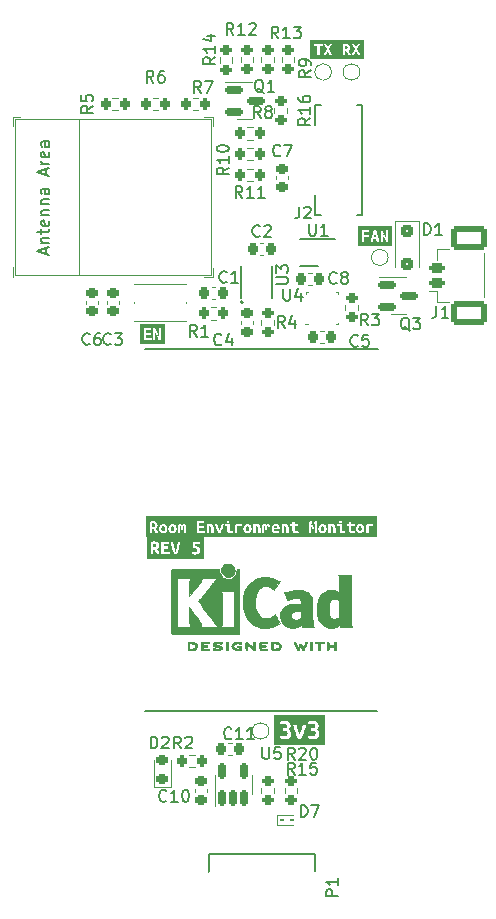
<source format=gto>
G04 #@! TF.GenerationSoftware,KiCad,Pcbnew,7.0.7*
G04 #@! TF.CreationDate,2023-11-19T01:45:29-05:00*
G04 #@! TF.ProjectId,room_environment_monitor,726f6f6d-5f65-46e7-9669-726f6e6d656e,rev?*
G04 #@! TF.SameCoordinates,Original*
G04 #@! TF.FileFunction,Legend,Top*
G04 #@! TF.FilePolarity,Positive*
%FSLAX46Y46*%
G04 Gerber Fmt 4.6, Leading zero omitted, Abs format (unit mm)*
G04 Created by KiCad (PCBNEW 7.0.7) date 2023-11-19 01:45:29*
%MOMM*%
%LPD*%
G01*
G04 APERTURE LIST*
G04 Aperture macros list*
%AMRoundRect*
0 Rectangle with rounded corners*
0 $1 Rounding radius*
0 $2 $3 $4 $5 $6 $7 $8 $9 X,Y pos of 4 corners*
0 Add a 4 corners polygon primitive as box body*
4,1,4,$2,$3,$4,$5,$6,$7,$8,$9,$2,$3,0*
0 Add four circle primitives for the rounded corners*
1,1,$1+$1,$2,$3*
1,1,$1+$1,$4,$5*
1,1,$1+$1,$6,$7*
1,1,$1+$1,$8,$9*
0 Add four rect primitives between the rounded corners*
20,1,$1+$1,$2,$3,$4,$5,0*
20,1,$1+$1,$4,$5,$6,$7,0*
20,1,$1+$1,$6,$7,$8,$9,0*
20,1,$1+$1,$8,$9,$2,$3,0*%
%AMFreePoly0*
4,1,6,0.725000,-0.725000,-0.725000,-0.725000,-0.725000,0.125000,-0.125000,0.725000,0.725000,0.725000,0.725000,-0.725000,0.725000,-0.725000,$1*%
G04 Aperture macros list end*
%ADD10C,0.150000*%
%ADD11C,0.120000*%
%ADD12C,0.010000*%
%ADD13C,0.152400*%
%ADD14C,0.100000*%
%ADD15RoundRect,0.200000X0.200000X0.275000X-0.200000X0.275000X-0.200000X-0.275000X0.200000X-0.275000X0*%
%ADD16RoundRect,0.200000X0.275000X-0.200000X0.275000X0.200000X-0.275000X0.200000X-0.275000X-0.200000X0*%
%ADD17RoundRect,0.200000X-0.275000X0.200000X-0.275000X-0.200000X0.275000X-0.200000X0.275000X0.200000X0*%
%ADD18RoundRect,0.225000X-0.225000X-0.250000X0.225000X-0.250000X0.225000X0.250000X-0.225000X0.250000X0*%
%ADD19C,2.200000*%
%ADD20RoundRect,0.150000X-0.587500X-0.150000X0.587500X-0.150000X0.587500X0.150000X-0.587500X0.150000X0*%
%ADD21RoundRect,0.150000X0.150000X-0.512500X0.150000X0.512500X-0.150000X0.512500X-0.150000X-0.512500X0*%
%ADD22RoundRect,0.200000X-0.200000X-0.275000X0.200000X-0.275000X0.200000X0.275000X-0.200000X0.275000X0*%
%ADD23O,1.066800X1.701800*%
%ADD24R,0.889000X2.006600*%
%ADD25R,0.812800X2.006600*%
%ADD26R,0.711200X2.006600*%
%ADD27R,0.500000X0.350000*%
%ADD28C,1.000000*%
%ADD29R,1.701800X1.244600*%
%ADD30R,0.355600X0.660400*%
%ADD31RoundRect,0.225000X-0.250000X0.225000X-0.250000X-0.225000X0.250000X-0.225000X0.250000X0.225000X0*%
%ADD32R,0.700000X0.700000*%
%ADD33R,1.450000X1.450000*%
%ADD34FreePoly0,90.000000*%
%ADD35R,0.800000X0.400000*%
%ADD36R,0.400000X0.800000*%
%ADD37R,2.387600X1.600200*%
%ADD38R,3.352800X0.711200*%
%ADD39RoundRect,0.062500X0.117500X0.062500X-0.117500X0.062500X-0.117500X-0.062500X0.117500X-0.062500X0*%
%ADD40RoundRect,0.218750X0.256250X-0.218750X0.256250X0.218750X-0.256250X0.218750X-0.256250X-0.218750X0*%
%ADD41RoundRect,0.225000X0.250000X-0.225000X0.250000X0.225000X-0.250000X0.225000X-0.250000X-0.225000X0*%
%ADD42RoundRect,0.250001X1.249999X-0.799999X1.249999X0.799999X-1.249999X0.799999X-1.249999X-0.799999X0*%
%ADD43RoundRect,0.200000X0.450000X-0.200000X0.450000X0.200000X-0.450000X0.200000X-0.450000X-0.200000X0*%
%ADD44RoundRect,0.225000X0.225000X0.250000X-0.225000X0.250000X-0.225000X-0.250000X0.225000X-0.250000X0*%
%ADD45R,0.900000X1.000000*%
%ADD46R,1.300000X1.500000*%
%ADD47R,0.750000X0.300000*%
%ADD48RoundRect,0.250000X-0.300000X0.300000X-0.300000X-0.300000X0.300000X-0.300000X0.300000X0.300000X0*%
G04 APERTURE END LIST*
D10*
X100100000Y-128400000D02*
X119800000Y-128400000D01*
X119825000Y-97750000D02*
X100100000Y-97750000D01*
X95704819Y-77166666D02*
X95228628Y-77499999D01*
X95704819Y-77738094D02*
X94704819Y-77738094D01*
X94704819Y-77738094D02*
X94704819Y-77357142D01*
X94704819Y-77357142D02*
X94752438Y-77261904D01*
X94752438Y-77261904D02*
X94800057Y-77214285D01*
X94800057Y-77214285D02*
X94895295Y-77166666D01*
X94895295Y-77166666D02*
X95038152Y-77166666D01*
X95038152Y-77166666D02*
X95133390Y-77214285D01*
X95133390Y-77214285D02*
X95181009Y-77261904D01*
X95181009Y-77261904D02*
X95228628Y-77357142D01*
X95228628Y-77357142D02*
X95228628Y-77738094D01*
X94704819Y-76261904D02*
X94704819Y-76738094D01*
X94704819Y-76738094D02*
X95181009Y-76785713D01*
X95181009Y-76785713D02*
X95133390Y-76738094D01*
X95133390Y-76738094D02*
X95085771Y-76642856D01*
X95085771Y-76642856D02*
X95085771Y-76404761D01*
X95085771Y-76404761D02*
X95133390Y-76309523D01*
X95133390Y-76309523D02*
X95181009Y-76261904D01*
X95181009Y-76261904D02*
X95276247Y-76214285D01*
X95276247Y-76214285D02*
X95514342Y-76214285D01*
X95514342Y-76214285D02*
X95609580Y-76261904D01*
X95609580Y-76261904D02*
X95657200Y-76309523D01*
X95657200Y-76309523D02*
X95704819Y-76404761D01*
X95704819Y-76404761D02*
X95704819Y-76642856D01*
X95704819Y-76642856D02*
X95657200Y-76738094D01*
X95657200Y-76738094D02*
X95609580Y-76785713D01*
X118983333Y-95754819D02*
X118650000Y-95278628D01*
X118411905Y-95754819D02*
X118411905Y-94754819D01*
X118411905Y-94754819D02*
X118792857Y-94754819D01*
X118792857Y-94754819D02*
X118888095Y-94802438D01*
X118888095Y-94802438D02*
X118935714Y-94850057D01*
X118935714Y-94850057D02*
X118983333Y-94945295D01*
X118983333Y-94945295D02*
X118983333Y-95088152D01*
X118983333Y-95088152D02*
X118935714Y-95183390D01*
X118935714Y-95183390D02*
X118888095Y-95231009D01*
X118888095Y-95231009D02*
X118792857Y-95278628D01*
X118792857Y-95278628D02*
X118411905Y-95278628D01*
X119316667Y-94754819D02*
X119935714Y-94754819D01*
X119935714Y-94754819D02*
X119602381Y-95135771D01*
X119602381Y-95135771D02*
X119745238Y-95135771D01*
X119745238Y-95135771D02*
X119840476Y-95183390D01*
X119840476Y-95183390D02*
X119888095Y-95231009D01*
X119888095Y-95231009D02*
X119935714Y-95326247D01*
X119935714Y-95326247D02*
X119935714Y-95564342D01*
X119935714Y-95564342D02*
X119888095Y-95659580D01*
X119888095Y-95659580D02*
X119840476Y-95707200D01*
X119840476Y-95707200D02*
X119745238Y-95754819D01*
X119745238Y-95754819D02*
X119459524Y-95754819D01*
X119459524Y-95754819D02*
X119364286Y-95707200D01*
X119364286Y-95707200D02*
X119316667Y-95659580D01*
X114134819Y-74166666D02*
X113658628Y-74499999D01*
X114134819Y-74738094D02*
X113134819Y-74738094D01*
X113134819Y-74738094D02*
X113134819Y-74357142D01*
X113134819Y-74357142D02*
X113182438Y-74261904D01*
X113182438Y-74261904D02*
X113230057Y-74214285D01*
X113230057Y-74214285D02*
X113325295Y-74166666D01*
X113325295Y-74166666D02*
X113468152Y-74166666D01*
X113468152Y-74166666D02*
X113563390Y-74214285D01*
X113563390Y-74214285D02*
X113611009Y-74261904D01*
X113611009Y-74261904D02*
X113658628Y-74357142D01*
X113658628Y-74357142D02*
X113658628Y-74738094D01*
X114134819Y-73690475D02*
X114134819Y-73499999D01*
X114134819Y-73499999D02*
X114087200Y-73404761D01*
X114087200Y-73404761D02*
X114039580Y-73357142D01*
X114039580Y-73357142D02*
X113896723Y-73261904D01*
X113896723Y-73261904D02*
X113706247Y-73214285D01*
X113706247Y-73214285D02*
X113325295Y-73214285D01*
X113325295Y-73214285D02*
X113230057Y-73261904D01*
X113230057Y-73261904D02*
X113182438Y-73309523D01*
X113182438Y-73309523D02*
X113134819Y-73404761D01*
X113134819Y-73404761D02*
X113134819Y-73595237D01*
X113134819Y-73595237D02*
X113182438Y-73690475D01*
X113182438Y-73690475D02*
X113230057Y-73738094D01*
X113230057Y-73738094D02*
X113325295Y-73785713D01*
X113325295Y-73785713D02*
X113563390Y-73785713D01*
X113563390Y-73785713D02*
X113658628Y-73738094D01*
X113658628Y-73738094D02*
X113706247Y-73690475D01*
X113706247Y-73690475D02*
X113753866Y-73595237D01*
X113753866Y-73595237D02*
X113753866Y-73404761D01*
X113753866Y-73404761D02*
X113706247Y-73309523D01*
X113706247Y-73309523D02*
X113658628Y-73261904D01*
X113658628Y-73261904D02*
X113563390Y-73214285D01*
X111407142Y-71454819D02*
X111073809Y-70978628D01*
X110835714Y-71454819D02*
X110835714Y-70454819D01*
X110835714Y-70454819D02*
X111216666Y-70454819D01*
X111216666Y-70454819D02*
X111311904Y-70502438D01*
X111311904Y-70502438D02*
X111359523Y-70550057D01*
X111359523Y-70550057D02*
X111407142Y-70645295D01*
X111407142Y-70645295D02*
X111407142Y-70788152D01*
X111407142Y-70788152D02*
X111359523Y-70883390D01*
X111359523Y-70883390D02*
X111311904Y-70931009D01*
X111311904Y-70931009D02*
X111216666Y-70978628D01*
X111216666Y-70978628D02*
X110835714Y-70978628D01*
X112359523Y-71454819D02*
X111788095Y-71454819D01*
X112073809Y-71454819D02*
X112073809Y-70454819D01*
X112073809Y-70454819D02*
X111978571Y-70597676D01*
X111978571Y-70597676D02*
X111883333Y-70692914D01*
X111883333Y-70692914D02*
X111788095Y-70740533D01*
X112692857Y-70454819D02*
X113311904Y-70454819D01*
X113311904Y-70454819D02*
X112978571Y-70835771D01*
X112978571Y-70835771D02*
X113121428Y-70835771D01*
X113121428Y-70835771D02*
X113216666Y-70883390D01*
X113216666Y-70883390D02*
X113264285Y-70931009D01*
X113264285Y-70931009D02*
X113311904Y-71026247D01*
X113311904Y-71026247D02*
X113311904Y-71264342D01*
X113311904Y-71264342D02*
X113264285Y-71359580D01*
X113264285Y-71359580D02*
X113216666Y-71407200D01*
X113216666Y-71407200D02*
X113121428Y-71454819D01*
X113121428Y-71454819D02*
X112835714Y-71454819D01*
X112835714Y-71454819D02*
X112740476Y-71407200D01*
X112740476Y-71407200D02*
X112692857Y-71359580D01*
X109908333Y-78204819D02*
X109575000Y-77728628D01*
X109336905Y-78204819D02*
X109336905Y-77204819D01*
X109336905Y-77204819D02*
X109717857Y-77204819D01*
X109717857Y-77204819D02*
X109813095Y-77252438D01*
X109813095Y-77252438D02*
X109860714Y-77300057D01*
X109860714Y-77300057D02*
X109908333Y-77395295D01*
X109908333Y-77395295D02*
X109908333Y-77538152D01*
X109908333Y-77538152D02*
X109860714Y-77633390D01*
X109860714Y-77633390D02*
X109813095Y-77681009D01*
X109813095Y-77681009D02*
X109717857Y-77728628D01*
X109717857Y-77728628D02*
X109336905Y-77728628D01*
X110479762Y-77633390D02*
X110384524Y-77585771D01*
X110384524Y-77585771D02*
X110336905Y-77538152D01*
X110336905Y-77538152D02*
X110289286Y-77442914D01*
X110289286Y-77442914D02*
X110289286Y-77395295D01*
X110289286Y-77395295D02*
X110336905Y-77300057D01*
X110336905Y-77300057D02*
X110384524Y-77252438D01*
X110384524Y-77252438D02*
X110479762Y-77204819D01*
X110479762Y-77204819D02*
X110670238Y-77204819D01*
X110670238Y-77204819D02*
X110765476Y-77252438D01*
X110765476Y-77252438D02*
X110813095Y-77300057D01*
X110813095Y-77300057D02*
X110860714Y-77395295D01*
X110860714Y-77395295D02*
X110860714Y-77442914D01*
X110860714Y-77442914D02*
X110813095Y-77538152D01*
X110813095Y-77538152D02*
X110765476Y-77585771D01*
X110765476Y-77585771D02*
X110670238Y-77633390D01*
X110670238Y-77633390D02*
X110479762Y-77633390D01*
X110479762Y-77633390D02*
X110384524Y-77681009D01*
X110384524Y-77681009D02*
X110336905Y-77728628D01*
X110336905Y-77728628D02*
X110289286Y-77823866D01*
X110289286Y-77823866D02*
X110289286Y-78014342D01*
X110289286Y-78014342D02*
X110336905Y-78109580D01*
X110336905Y-78109580D02*
X110384524Y-78157200D01*
X110384524Y-78157200D02*
X110479762Y-78204819D01*
X110479762Y-78204819D02*
X110670238Y-78204819D01*
X110670238Y-78204819D02*
X110765476Y-78157200D01*
X110765476Y-78157200D02*
X110813095Y-78109580D01*
X110813095Y-78109580D02*
X110860714Y-78014342D01*
X110860714Y-78014342D02*
X110860714Y-77823866D01*
X110860714Y-77823866D02*
X110813095Y-77728628D01*
X110813095Y-77728628D02*
X110765476Y-77681009D01*
X110765476Y-77681009D02*
X110670238Y-77633390D01*
X107033333Y-92059580D02*
X106985714Y-92107200D01*
X106985714Y-92107200D02*
X106842857Y-92154819D01*
X106842857Y-92154819D02*
X106747619Y-92154819D01*
X106747619Y-92154819D02*
X106604762Y-92107200D01*
X106604762Y-92107200D02*
X106509524Y-92011961D01*
X106509524Y-92011961D02*
X106461905Y-91916723D01*
X106461905Y-91916723D02*
X106414286Y-91726247D01*
X106414286Y-91726247D02*
X106414286Y-91583390D01*
X106414286Y-91583390D02*
X106461905Y-91392914D01*
X106461905Y-91392914D02*
X106509524Y-91297676D01*
X106509524Y-91297676D02*
X106604762Y-91202438D01*
X106604762Y-91202438D02*
X106747619Y-91154819D01*
X106747619Y-91154819D02*
X106842857Y-91154819D01*
X106842857Y-91154819D02*
X106985714Y-91202438D01*
X106985714Y-91202438D02*
X107033333Y-91250057D01*
X107985714Y-92154819D02*
X107414286Y-92154819D01*
X107700000Y-92154819D02*
X107700000Y-91154819D01*
X107700000Y-91154819D02*
X107604762Y-91297676D01*
X107604762Y-91297676D02*
X107509524Y-91392914D01*
X107509524Y-91392914D02*
X107414286Y-91440533D01*
X109833333Y-88179580D02*
X109785714Y-88227200D01*
X109785714Y-88227200D02*
X109642857Y-88274819D01*
X109642857Y-88274819D02*
X109547619Y-88274819D01*
X109547619Y-88274819D02*
X109404762Y-88227200D01*
X109404762Y-88227200D02*
X109309524Y-88131961D01*
X109309524Y-88131961D02*
X109261905Y-88036723D01*
X109261905Y-88036723D02*
X109214286Y-87846247D01*
X109214286Y-87846247D02*
X109214286Y-87703390D01*
X109214286Y-87703390D02*
X109261905Y-87512914D01*
X109261905Y-87512914D02*
X109309524Y-87417676D01*
X109309524Y-87417676D02*
X109404762Y-87322438D01*
X109404762Y-87322438D02*
X109547619Y-87274819D01*
X109547619Y-87274819D02*
X109642857Y-87274819D01*
X109642857Y-87274819D02*
X109785714Y-87322438D01*
X109785714Y-87322438D02*
X109833333Y-87370057D01*
X110214286Y-87370057D02*
X110261905Y-87322438D01*
X110261905Y-87322438D02*
X110357143Y-87274819D01*
X110357143Y-87274819D02*
X110595238Y-87274819D01*
X110595238Y-87274819D02*
X110690476Y-87322438D01*
X110690476Y-87322438D02*
X110738095Y-87370057D01*
X110738095Y-87370057D02*
X110785714Y-87465295D01*
X110785714Y-87465295D02*
X110785714Y-87560533D01*
X110785714Y-87560533D02*
X110738095Y-87703390D01*
X110738095Y-87703390D02*
X110166667Y-88274819D01*
X110166667Y-88274819D02*
X110785714Y-88274819D01*
X122529761Y-96200057D02*
X122434523Y-96152438D01*
X122434523Y-96152438D02*
X122339285Y-96057200D01*
X122339285Y-96057200D02*
X122196428Y-95914342D01*
X122196428Y-95914342D02*
X122101190Y-95866723D01*
X122101190Y-95866723D02*
X122005952Y-95866723D01*
X122053571Y-96104819D02*
X121958333Y-96057200D01*
X121958333Y-96057200D02*
X121863095Y-95961961D01*
X121863095Y-95961961D02*
X121815476Y-95771485D01*
X121815476Y-95771485D02*
X121815476Y-95438152D01*
X121815476Y-95438152D02*
X121863095Y-95247676D01*
X121863095Y-95247676D02*
X121958333Y-95152438D01*
X121958333Y-95152438D02*
X122053571Y-95104819D01*
X122053571Y-95104819D02*
X122244047Y-95104819D01*
X122244047Y-95104819D02*
X122339285Y-95152438D01*
X122339285Y-95152438D02*
X122434523Y-95247676D01*
X122434523Y-95247676D02*
X122482142Y-95438152D01*
X122482142Y-95438152D02*
X122482142Y-95771485D01*
X122482142Y-95771485D02*
X122434523Y-95961961D01*
X122434523Y-95961961D02*
X122339285Y-96057200D01*
X122339285Y-96057200D02*
X122244047Y-96104819D01*
X122244047Y-96104819D02*
X122053571Y-96104819D01*
X122815476Y-95104819D02*
X123434523Y-95104819D01*
X123434523Y-95104819D02*
X123101190Y-95485771D01*
X123101190Y-95485771D02*
X123244047Y-95485771D01*
X123244047Y-95485771D02*
X123339285Y-95533390D01*
X123339285Y-95533390D02*
X123386904Y-95581009D01*
X123386904Y-95581009D02*
X123434523Y-95676247D01*
X123434523Y-95676247D02*
X123434523Y-95914342D01*
X123434523Y-95914342D02*
X123386904Y-96009580D01*
X123386904Y-96009580D02*
X123339285Y-96057200D01*
X123339285Y-96057200D02*
X123244047Y-96104819D01*
X123244047Y-96104819D02*
X122958333Y-96104819D01*
X122958333Y-96104819D02*
X122863095Y-96057200D01*
X122863095Y-96057200D02*
X122815476Y-96009580D01*
X110063095Y-131454819D02*
X110063095Y-132264342D01*
X110063095Y-132264342D02*
X110110714Y-132359580D01*
X110110714Y-132359580D02*
X110158333Y-132407200D01*
X110158333Y-132407200D02*
X110253571Y-132454819D01*
X110253571Y-132454819D02*
X110444047Y-132454819D01*
X110444047Y-132454819D02*
X110539285Y-132407200D01*
X110539285Y-132407200D02*
X110586904Y-132359580D01*
X110586904Y-132359580D02*
X110634523Y-132264342D01*
X110634523Y-132264342D02*
X110634523Y-131454819D01*
X111586904Y-131454819D02*
X111110714Y-131454819D01*
X111110714Y-131454819D02*
X111063095Y-131931009D01*
X111063095Y-131931009D02*
X111110714Y-131883390D01*
X111110714Y-131883390D02*
X111205952Y-131835771D01*
X111205952Y-131835771D02*
X111444047Y-131835771D01*
X111444047Y-131835771D02*
X111539285Y-131883390D01*
X111539285Y-131883390D02*
X111586904Y-131931009D01*
X111586904Y-131931009D02*
X111634523Y-132026247D01*
X111634523Y-132026247D02*
X111634523Y-132264342D01*
X111634523Y-132264342D02*
X111586904Y-132359580D01*
X111586904Y-132359580D02*
X111539285Y-132407200D01*
X111539285Y-132407200D02*
X111444047Y-132454819D01*
X111444047Y-132454819D02*
X111205952Y-132454819D01*
X111205952Y-132454819D02*
X111110714Y-132407200D01*
X111110714Y-132407200D02*
X111063095Y-132359580D01*
X108357142Y-84954819D02*
X108023809Y-84478628D01*
X107785714Y-84954819D02*
X107785714Y-83954819D01*
X107785714Y-83954819D02*
X108166666Y-83954819D01*
X108166666Y-83954819D02*
X108261904Y-84002438D01*
X108261904Y-84002438D02*
X108309523Y-84050057D01*
X108309523Y-84050057D02*
X108357142Y-84145295D01*
X108357142Y-84145295D02*
X108357142Y-84288152D01*
X108357142Y-84288152D02*
X108309523Y-84383390D01*
X108309523Y-84383390D02*
X108261904Y-84431009D01*
X108261904Y-84431009D02*
X108166666Y-84478628D01*
X108166666Y-84478628D02*
X107785714Y-84478628D01*
X109309523Y-84954819D02*
X108738095Y-84954819D01*
X109023809Y-84954819D02*
X109023809Y-83954819D01*
X109023809Y-83954819D02*
X108928571Y-84097676D01*
X108928571Y-84097676D02*
X108833333Y-84192914D01*
X108833333Y-84192914D02*
X108738095Y-84240533D01*
X110261904Y-84954819D02*
X109690476Y-84954819D01*
X109976190Y-84954819D02*
X109976190Y-83954819D01*
X109976190Y-83954819D02*
X109880952Y-84097676D01*
X109880952Y-84097676D02*
X109785714Y-84192914D01*
X109785714Y-84192914D02*
X109690476Y-84240533D01*
X116454819Y-144088094D02*
X115454819Y-144088094D01*
X115454819Y-144088094D02*
X115454819Y-143707142D01*
X115454819Y-143707142D02*
X115502438Y-143611904D01*
X115502438Y-143611904D02*
X115550057Y-143564285D01*
X115550057Y-143564285D02*
X115645295Y-143516666D01*
X115645295Y-143516666D02*
X115788152Y-143516666D01*
X115788152Y-143516666D02*
X115883390Y-143564285D01*
X115883390Y-143564285D02*
X115931009Y-143611904D01*
X115931009Y-143611904D02*
X115978628Y-143707142D01*
X115978628Y-143707142D02*
X115978628Y-144088094D01*
X116454819Y-142564285D02*
X116454819Y-143135713D01*
X116454819Y-142849999D02*
X115454819Y-142849999D01*
X115454819Y-142849999D02*
X115597676Y-142945237D01*
X115597676Y-142945237D02*
X115692914Y-143040475D01*
X115692914Y-143040475D02*
X115740533Y-143135713D01*
X111838095Y-92654819D02*
X111838095Y-93464342D01*
X111838095Y-93464342D02*
X111885714Y-93559580D01*
X111885714Y-93559580D02*
X111933333Y-93607200D01*
X111933333Y-93607200D02*
X112028571Y-93654819D01*
X112028571Y-93654819D02*
X112219047Y-93654819D01*
X112219047Y-93654819D02*
X112314285Y-93607200D01*
X112314285Y-93607200D02*
X112361904Y-93559580D01*
X112361904Y-93559580D02*
X112409523Y-93464342D01*
X112409523Y-93464342D02*
X112409523Y-92654819D01*
X113314285Y-92988152D02*
X113314285Y-93654819D01*
X113076190Y-92607200D02*
X112838095Y-93321485D01*
X112838095Y-93321485D02*
X113457142Y-93321485D01*
X111224819Y-92241904D02*
X112034342Y-92241904D01*
X112034342Y-92241904D02*
X112129580Y-92194285D01*
X112129580Y-92194285D02*
X112177200Y-92146666D01*
X112177200Y-92146666D02*
X112224819Y-92051428D01*
X112224819Y-92051428D02*
X112224819Y-91860952D01*
X112224819Y-91860952D02*
X112177200Y-91765714D01*
X112177200Y-91765714D02*
X112129580Y-91718095D01*
X112129580Y-91718095D02*
X112034342Y-91670476D01*
X112034342Y-91670476D02*
X111224819Y-91670476D01*
X111224819Y-91289523D02*
X111224819Y-90670476D01*
X111224819Y-90670476D02*
X111605771Y-91003809D01*
X111605771Y-91003809D02*
X111605771Y-90860952D01*
X111605771Y-90860952D02*
X111653390Y-90765714D01*
X111653390Y-90765714D02*
X111701009Y-90718095D01*
X111701009Y-90718095D02*
X111796247Y-90670476D01*
X111796247Y-90670476D02*
X112034342Y-90670476D01*
X112034342Y-90670476D02*
X112129580Y-90718095D01*
X112129580Y-90718095D02*
X112177200Y-90765714D01*
X112177200Y-90765714D02*
X112224819Y-90860952D01*
X112224819Y-90860952D02*
X112224819Y-91146666D01*
X112224819Y-91146666D02*
X112177200Y-91241904D01*
X112177200Y-91241904D02*
X112129580Y-91289523D01*
X111583333Y-81359580D02*
X111535714Y-81407200D01*
X111535714Y-81407200D02*
X111392857Y-81454819D01*
X111392857Y-81454819D02*
X111297619Y-81454819D01*
X111297619Y-81454819D02*
X111154762Y-81407200D01*
X111154762Y-81407200D02*
X111059524Y-81311961D01*
X111059524Y-81311961D02*
X111011905Y-81216723D01*
X111011905Y-81216723D02*
X110964286Y-81026247D01*
X110964286Y-81026247D02*
X110964286Y-80883390D01*
X110964286Y-80883390D02*
X111011905Y-80692914D01*
X111011905Y-80692914D02*
X111059524Y-80597676D01*
X111059524Y-80597676D02*
X111154762Y-80502438D01*
X111154762Y-80502438D02*
X111297619Y-80454819D01*
X111297619Y-80454819D02*
X111392857Y-80454819D01*
X111392857Y-80454819D02*
X111535714Y-80502438D01*
X111535714Y-80502438D02*
X111583333Y-80550057D01*
X111916667Y-80454819D02*
X112583333Y-80454819D01*
X112583333Y-80454819D02*
X112154762Y-81454819D01*
X112777142Y-133784819D02*
X112443809Y-133308628D01*
X112205714Y-133784819D02*
X112205714Y-132784819D01*
X112205714Y-132784819D02*
X112586666Y-132784819D01*
X112586666Y-132784819D02*
X112681904Y-132832438D01*
X112681904Y-132832438D02*
X112729523Y-132880057D01*
X112729523Y-132880057D02*
X112777142Y-132975295D01*
X112777142Y-132975295D02*
X112777142Y-133118152D01*
X112777142Y-133118152D02*
X112729523Y-133213390D01*
X112729523Y-133213390D02*
X112681904Y-133261009D01*
X112681904Y-133261009D02*
X112586666Y-133308628D01*
X112586666Y-133308628D02*
X112205714Y-133308628D01*
X113729523Y-133784819D02*
X113158095Y-133784819D01*
X113443809Y-133784819D02*
X113443809Y-132784819D01*
X113443809Y-132784819D02*
X113348571Y-132927676D01*
X113348571Y-132927676D02*
X113253333Y-133022914D01*
X113253333Y-133022914D02*
X113158095Y-133070533D01*
X114634285Y-132784819D02*
X114158095Y-132784819D01*
X114158095Y-132784819D02*
X114110476Y-133261009D01*
X114110476Y-133261009D02*
X114158095Y-133213390D01*
X114158095Y-133213390D02*
X114253333Y-133165771D01*
X114253333Y-133165771D02*
X114491428Y-133165771D01*
X114491428Y-133165771D02*
X114586666Y-133213390D01*
X114586666Y-133213390D02*
X114634285Y-133261009D01*
X114634285Y-133261009D02*
X114681904Y-133356247D01*
X114681904Y-133356247D02*
X114681904Y-133594342D01*
X114681904Y-133594342D02*
X114634285Y-133689580D01*
X114634285Y-133689580D02*
X114586666Y-133737200D01*
X114586666Y-133737200D02*
X114491428Y-133784819D01*
X114491428Y-133784819D02*
X114253333Y-133784819D01*
X114253333Y-133784819D02*
X114158095Y-133737200D01*
X114158095Y-133737200D02*
X114110476Y-133689580D01*
X91719104Y-89661905D02*
X91719104Y-89185715D01*
X92004819Y-89757143D02*
X91004819Y-89423810D01*
X91004819Y-89423810D02*
X92004819Y-89090477D01*
X91338152Y-88757143D02*
X92004819Y-88757143D01*
X91433390Y-88757143D02*
X91385771Y-88709524D01*
X91385771Y-88709524D02*
X91338152Y-88614286D01*
X91338152Y-88614286D02*
X91338152Y-88471429D01*
X91338152Y-88471429D02*
X91385771Y-88376191D01*
X91385771Y-88376191D02*
X91481009Y-88328572D01*
X91481009Y-88328572D02*
X92004819Y-88328572D01*
X91338152Y-87995238D02*
X91338152Y-87614286D01*
X91004819Y-87852381D02*
X91861961Y-87852381D01*
X91861961Y-87852381D02*
X91957200Y-87804762D01*
X91957200Y-87804762D02*
X92004819Y-87709524D01*
X92004819Y-87709524D02*
X92004819Y-87614286D01*
X91957200Y-86900000D02*
X92004819Y-86995238D01*
X92004819Y-86995238D02*
X92004819Y-87185714D01*
X92004819Y-87185714D02*
X91957200Y-87280952D01*
X91957200Y-87280952D02*
X91861961Y-87328571D01*
X91861961Y-87328571D02*
X91481009Y-87328571D01*
X91481009Y-87328571D02*
X91385771Y-87280952D01*
X91385771Y-87280952D02*
X91338152Y-87185714D01*
X91338152Y-87185714D02*
X91338152Y-86995238D01*
X91338152Y-86995238D02*
X91385771Y-86900000D01*
X91385771Y-86900000D02*
X91481009Y-86852381D01*
X91481009Y-86852381D02*
X91576247Y-86852381D01*
X91576247Y-86852381D02*
X91671485Y-87328571D01*
X91338152Y-86423809D02*
X92004819Y-86423809D01*
X91433390Y-86423809D02*
X91385771Y-86376190D01*
X91385771Y-86376190D02*
X91338152Y-86280952D01*
X91338152Y-86280952D02*
X91338152Y-86138095D01*
X91338152Y-86138095D02*
X91385771Y-86042857D01*
X91385771Y-86042857D02*
X91481009Y-85995238D01*
X91481009Y-85995238D02*
X92004819Y-85995238D01*
X91338152Y-85519047D02*
X92004819Y-85519047D01*
X91433390Y-85519047D02*
X91385771Y-85471428D01*
X91385771Y-85471428D02*
X91338152Y-85376190D01*
X91338152Y-85376190D02*
X91338152Y-85233333D01*
X91338152Y-85233333D02*
X91385771Y-85138095D01*
X91385771Y-85138095D02*
X91481009Y-85090476D01*
X91481009Y-85090476D02*
X92004819Y-85090476D01*
X92004819Y-84185714D02*
X91481009Y-84185714D01*
X91481009Y-84185714D02*
X91385771Y-84233333D01*
X91385771Y-84233333D02*
X91338152Y-84328571D01*
X91338152Y-84328571D02*
X91338152Y-84519047D01*
X91338152Y-84519047D02*
X91385771Y-84614285D01*
X91957200Y-84185714D02*
X92004819Y-84280952D01*
X92004819Y-84280952D02*
X92004819Y-84519047D01*
X92004819Y-84519047D02*
X91957200Y-84614285D01*
X91957200Y-84614285D02*
X91861961Y-84661904D01*
X91861961Y-84661904D02*
X91766723Y-84661904D01*
X91766723Y-84661904D02*
X91671485Y-84614285D01*
X91671485Y-84614285D02*
X91623866Y-84519047D01*
X91623866Y-84519047D02*
X91623866Y-84280952D01*
X91623866Y-84280952D02*
X91576247Y-84185714D01*
X91719104Y-82995237D02*
X91719104Y-82519047D01*
X92004819Y-83090475D02*
X91004819Y-82757142D01*
X91004819Y-82757142D02*
X92004819Y-82423809D01*
X92004819Y-82090475D02*
X91338152Y-82090475D01*
X91528628Y-82090475D02*
X91433390Y-82042856D01*
X91433390Y-82042856D02*
X91385771Y-81995237D01*
X91385771Y-81995237D02*
X91338152Y-81899999D01*
X91338152Y-81899999D02*
X91338152Y-81804761D01*
X91957200Y-81090475D02*
X92004819Y-81185713D01*
X92004819Y-81185713D02*
X92004819Y-81376189D01*
X92004819Y-81376189D02*
X91957200Y-81471427D01*
X91957200Y-81471427D02*
X91861961Y-81519046D01*
X91861961Y-81519046D02*
X91481009Y-81519046D01*
X91481009Y-81519046D02*
X91385771Y-81471427D01*
X91385771Y-81471427D02*
X91338152Y-81376189D01*
X91338152Y-81376189D02*
X91338152Y-81185713D01*
X91338152Y-81185713D02*
X91385771Y-81090475D01*
X91385771Y-81090475D02*
X91481009Y-81042856D01*
X91481009Y-81042856D02*
X91576247Y-81042856D01*
X91576247Y-81042856D02*
X91671485Y-81519046D01*
X92004819Y-80185713D02*
X91481009Y-80185713D01*
X91481009Y-80185713D02*
X91385771Y-80233332D01*
X91385771Y-80233332D02*
X91338152Y-80328570D01*
X91338152Y-80328570D02*
X91338152Y-80519046D01*
X91338152Y-80519046D02*
X91385771Y-80614284D01*
X91957200Y-80185713D02*
X92004819Y-80280951D01*
X92004819Y-80280951D02*
X92004819Y-80519046D01*
X92004819Y-80519046D02*
X91957200Y-80614284D01*
X91957200Y-80614284D02*
X91861961Y-80661903D01*
X91861961Y-80661903D02*
X91766723Y-80661903D01*
X91766723Y-80661903D02*
X91671485Y-80614284D01*
X91671485Y-80614284D02*
X91623866Y-80519046D01*
X91623866Y-80519046D02*
X91623866Y-80280951D01*
X91623866Y-80280951D02*
X91576247Y-80185713D01*
X113166666Y-85704819D02*
X113166666Y-86419104D01*
X113166666Y-86419104D02*
X113119047Y-86561961D01*
X113119047Y-86561961D02*
X113023809Y-86657200D01*
X113023809Y-86657200D02*
X112880952Y-86704819D01*
X112880952Y-86704819D02*
X112785714Y-86704819D01*
X113595238Y-85800057D02*
X113642857Y-85752438D01*
X113642857Y-85752438D02*
X113738095Y-85704819D01*
X113738095Y-85704819D02*
X113976190Y-85704819D01*
X113976190Y-85704819D02*
X114071428Y-85752438D01*
X114071428Y-85752438D02*
X114119047Y-85800057D01*
X114119047Y-85800057D02*
X114166666Y-85895295D01*
X114166666Y-85895295D02*
X114166666Y-85990533D01*
X114166666Y-85990533D02*
X114119047Y-86133390D01*
X114119047Y-86133390D02*
X113547619Y-86704819D01*
X113547619Y-86704819D02*
X114166666Y-86704819D01*
X107437142Y-130699580D02*
X107389523Y-130747200D01*
X107389523Y-130747200D02*
X107246666Y-130794819D01*
X107246666Y-130794819D02*
X107151428Y-130794819D01*
X107151428Y-130794819D02*
X107008571Y-130747200D01*
X107008571Y-130747200D02*
X106913333Y-130651961D01*
X106913333Y-130651961D02*
X106865714Y-130556723D01*
X106865714Y-130556723D02*
X106818095Y-130366247D01*
X106818095Y-130366247D02*
X106818095Y-130223390D01*
X106818095Y-130223390D02*
X106865714Y-130032914D01*
X106865714Y-130032914D02*
X106913333Y-129937676D01*
X106913333Y-129937676D02*
X107008571Y-129842438D01*
X107008571Y-129842438D02*
X107151428Y-129794819D01*
X107151428Y-129794819D02*
X107246666Y-129794819D01*
X107246666Y-129794819D02*
X107389523Y-129842438D01*
X107389523Y-129842438D02*
X107437142Y-129890057D01*
X108389523Y-130794819D02*
X107818095Y-130794819D01*
X108103809Y-130794819D02*
X108103809Y-129794819D01*
X108103809Y-129794819D02*
X108008571Y-129937676D01*
X108008571Y-129937676D02*
X107913333Y-130032914D01*
X107913333Y-130032914D02*
X107818095Y-130080533D01*
X109341904Y-130794819D02*
X108770476Y-130794819D01*
X109056190Y-130794819D02*
X109056190Y-129794819D01*
X109056190Y-129794819D02*
X108960952Y-129937676D01*
X108960952Y-129937676D02*
X108865714Y-130032914D01*
X108865714Y-130032914D02*
X108770476Y-130080533D01*
X113306905Y-137374819D02*
X113306905Y-136374819D01*
X113306905Y-136374819D02*
X113545000Y-136374819D01*
X113545000Y-136374819D02*
X113687857Y-136422438D01*
X113687857Y-136422438D02*
X113783095Y-136517676D01*
X113783095Y-136517676D02*
X113830714Y-136612914D01*
X113830714Y-136612914D02*
X113878333Y-136803390D01*
X113878333Y-136803390D02*
X113878333Y-136946247D01*
X113878333Y-136946247D02*
X113830714Y-137136723D01*
X113830714Y-137136723D02*
X113783095Y-137231961D01*
X113783095Y-137231961D02*
X113687857Y-137327200D01*
X113687857Y-137327200D02*
X113545000Y-137374819D01*
X113545000Y-137374819D02*
X113306905Y-137374819D01*
X114211667Y-136374819D02*
X114878333Y-136374819D01*
X114878333Y-136374819D02*
X114449762Y-137374819D01*
X107607142Y-71154819D02*
X107273809Y-70678628D01*
X107035714Y-71154819D02*
X107035714Y-70154819D01*
X107035714Y-70154819D02*
X107416666Y-70154819D01*
X107416666Y-70154819D02*
X107511904Y-70202438D01*
X107511904Y-70202438D02*
X107559523Y-70250057D01*
X107559523Y-70250057D02*
X107607142Y-70345295D01*
X107607142Y-70345295D02*
X107607142Y-70488152D01*
X107607142Y-70488152D02*
X107559523Y-70583390D01*
X107559523Y-70583390D02*
X107511904Y-70631009D01*
X107511904Y-70631009D02*
X107416666Y-70678628D01*
X107416666Y-70678628D02*
X107035714Y-70678628D01*
X108559523Y-71154819D02*
X107988095Y-71154819D01*
X108273809Y-71154819D02*
X108273809Y-70154819D01*
X108273809Y-70154819D02*
X108178571Y-70297676D01*
X108178571Y-70297676D02*
X108083333Y-70392914D01*
X108083333Y-70392914D02*
X107988095Y-70440533D01*
X108940476Y-70250057D02*
X108988095Y-70202438D01*
X108988095Y-70202438D02*
X109083333Y-70154819D01*
X109083333Y-70154819D02*
X109321428Y-70154819D01*
X109321428Y-70154819D02*
X109416666Y-70202438D01*
X109416666Y-70202438D02*
X109464285Y-70250057D01*
X109464285Y-70250057D02*
X109511904Y-70345295D01*
X109511904Y-70345295D02*
X109511904Y-70440533D01*
X109511904Y-70440533D02*
X109464285Y-70583390D01*
X109464285Y-70583390D02*
X108892857Y-71154819D01*
X108892857Y-71154819D02*
X109511904Y-71154819D01*
X106054819Y-73042857D02*
X105578628Y-73376190D01*
X106054819Y-73614285D02*
X105054819Y-73614285D01*
X105054819Y-73614285D02*
X105054819Y-73233333D01*
X105054819Y-73233333D02*
X105102438Y-73138095D01*
X105102438Y-73138095D02*
X105150057Y-73090476D01*
X105150057Y-73090476D02*
X105245295Y-73042857D01*
X105245295Y-73042857D02*
X105388152Y-73042857D01*
X105388152Y-73042857D02*
X105483390Y-73090476D01*
X105483390Y-73090476D02*
X105531009Y-73138095D01*
X105531009Y-73138095D02*
X105578628Y-73233333D01*
X105578628Y-73233333D02*
X105578628Y-73614285D01*
X106054819Y-72090476D02*
X106054819Y-72661904D01*
X106054819Y-72376190D02*
X105054819Y-72376190D01*
X105054819Y-72376190D02*
X105197676Y-72471428D01*
X105197676Y-72471428D02*
X105292914Y-72566666D01*
X105292914Y-72566666D02*
X105340533Y-72661904D01*
X105388152Y-71233333D02*
X106054819Y-71233333D01*
X105007200Y-71471428D02*
X105721485Y-71709523D01*
X105721485Y-71709523D02*
X105721485Y-71090476D01*
X107204819Y-82392857D02*
X106728628Y-82726190D01*
X107204819Y-82964285D02*
X106204819Y-82964285D01*
X106204819Y-82964285D02*
X106204819Y-82583333D01*
X106204819Y-82583333D02*
X106252438Y-82488095D01*
X106252438Y-82488095D02*
X106300057Y-82440476D01*
X106300057Y-82440476D02*
X106395295Y-82392857D01*
X106395295Y-82392857D02*
X106538152Y-82392857D01*
X106538152Y-82392857D02*
X106633390Y-82440476D01*
X106633390Y-82440476D02*
X106681009Y-82488095D01*
X106681009Y-82488095D02*
X106728628Y-82583333D01*
X106728628Y-82583333D02*
X106728628Y-82964285D01*
X107204819Y-81440476D02*
X107204819Y-82011904D01*
X107204819Y-81726190D02*
X106204819Y-81726190D01*
X106204819Y-81726190D02*
X106347676Y-81821428D01*
X106347676Y-81821428D02*
X106442914Y-81916666D01*
X106442914Y-81916666D02*
X106490533Y-82011904D01*
X106204819Y-80821428D02*
X106204819Y-80726190D01*
X106204819Y-80726190D02*
X106252438Y-80630952D01*
X106252438Y-80630952D02*
X106300057Y-80583333D01*
X106300057Y-80583333D02*
X106395295Y-80535714D01*
X106395295Y-80535714D02*
X106585771Y-80488095D01*
X106585771Y-80488095D02*
X106823866Y-80488095D01*
X106823866Y-80488095D02*
X107014342Y-80535714D01*
X107014342Y-80535714D02*
X107109580Y-80583333D01*
X107109580Y-80583333D02*
X107157200Y-80630952D01*
X107157200Y-80630952D02*
X107204819Y-80726190D01*
X107204819Y-80726190D02*
X107204819Y-80821428D01*
X107204819Y-80821428D02*
X107157200Y-80916666D01*
X107157200Y-80916666D02*
X107109580Y-80964285D01*
X107109580Y-80964285D02*
X107014342Y-81011904D01*
X107014342Y-81011904D02*
X106823866Y-81059523D01*
X106823866Y-81059523D02*
X106585771Y-81059523D01*
X106585771Y-81059523D02*
X106395295Y-81011904D01*
X106395295Y-81011904D02*
X106300057Y-80964285D01*
X106300057Y-80964285D02*
X106252438Y-80916666D01*
X106252438Y-80916666D02*
X106204819Y-80821428D01*
X104508333Y-96704819D02*
X104175000Y-96228628D01*
X103936905Y-96704819D02*
X103936905Y-95704819D01*
X103936905Y-95704819D02*
X104317857Y-95704819D01*
X104317857Y-95704819D02*
X104413095Y-95752438D01*
X104413095Y-95752438D02*
X104460714Y-95800057D01*
X104460714Y-95800057D02*
X104508333Y-95895295D01*
X104508333Y-95895295D02*
X104508333Y-96038152D01*
X104508333Y-96038152D02*
X104460714Y-96133390D01*
X104460714Y-96133390D02*
X104413095Y-96181009D01*
X104413095Y-96181009D02*
X104317857Y-96228628D01*
X104317857Y-96228628D02*
X103936905Y-96228628D01*
X105460714Y-96704819D02*
X104889286Y-96704819D01*
X105175000Y-96704819D02*
X105175000Y-95704819D01*
X105175000Y-95704819D02*
X105079762Y-95847676D01*
X105079762Y-95847676D02*
X104984524Y-95942914D01*
X104984524Y-95942914D02*
X104889286Y-95990533D01*
X112787142Y-132524819D02*
X112453809Y-132048628D01*
X112215714Y-132524819D02*
X112215714Y-131524819D01*
X112215714Y-131524819D02*
X112596666Y-131524819D01*
X112596666Y-131524819D02*
X112691904Y-131572438D01*
X112691904Y-131572438D02*
X112739523Y-131620057D01*
X112739523Y-131620057D02*
X112787142Y-131715295D01*
X112787142Y-131715295D02*
X112787142Y-131858152D01*
X112787142Y-131858152D02*
X112739523Y-131953390D01*
X112739523Y-131953390D02*
X112691904Y-132001009D01*
X112691904Y-132001009D02*
X112596666Y-132048628D01*
X112596666Y-132048628D02*
X112215714Y-132048628D01*
X113168095Y-131620057D02*
X113215714Y-131572438D01*
X113215714Y-131572438D02*
X113310952Y-131524819D01*
X113310952Y-131524819D02*
X113549047Y-131524819D01*
X113549047Y-131524819D02*
X113644285Y-131572438D01*
X113644285Y-131572438D02*
X113691904Y-131620057D01*
X113691904Y-131620057D02*
X113739523Y-131715295D01*
X113739523Y-131715295D02*
X113739523Y-131810533D01*
X113739523Y-131810533D02*
X113691904Y-131953390D01*
X113691904Y-131953390D02*
X113120476Y-132524819D01*
X113120476Y-132524819D02*
X113739523Y-132524819D01*
X114358571Y-131524819D02*
X114453809Y-131524819D01*
X114453809Y-131524819D02*
X114549047Y-131572438D01*
X114549047Y-131572438D02*
X114596666Y-131620057D01*
X114596666Y-131620057D02*
X114644285Y-131715295D01*
X114644285Y-131715295D02*
X114691904Y-131905771D01*
X114691904Y-131905771D02*
X114691904Y-132143866D01*
X114691904Y-132143866D02*
X114644285Y-132334342D01*
X114644285Y-132334342D02*
X114596666Y-132429580D01*
X114596666Y-132429580D02*
X114549047Y-132477200D01*
X114549047Y-132477200D02*
X114453809Y-132524819D01*
X114453809Y-132524819D02*
X114358571Y-132524819D01*
X114358571Y-132524819D02*
X114263333Y-132477200D01*
X114263333Y-132477200D02*
X114215714Y-132429580D01*
X114215714Y-132429580D02*
X114168095Y-132334342D01*
X114168095Y-132334342D02*
X114120476Y-132143866D01*
X114120476Y-132143866D02*
X114120476Y-131905771D01*
X114120476Y-131905771D02*
X114168095Y-131715295D01*
X114168095Y-131715295D02*
X114215714Y-131620057D01*
X114215714Y-131620057D02*
X114263333Y-131572438D01*
X114263333Y-131572438D02*
X114358571Y-131524819D01*
X100586905Y-131579819D02*
X100586905Y-130579819D01*
X100586905Y-130579819D02*
X100825000Y-130579819D01*
X100825000Y-130579819D02*
X100967857Y-130627438D01*
X100967857Y-130627438D02*
X101063095Y-130722676D01*
X101063095Y-130722676D02*
X101110714Y-130817914D01*
X101110714Y-130817914D02*
X101158333Y-131008390D01*
X101158333Y-131008390D02*
X101158333Y-131151247D01*
X101158333Y-131151247D02*
X101110714Y-131341723D01*
X101110714Y-131341723D02*
X101063095Y-131436961D01*
X101063095Y-131436961D02*
X100967857Y-131532200D01*
X100967857Y-131532200D02*
X100825000Y-131579819D01*
X100825000Y-131579819D02*
X100586905Y-131579819D01*
X101539286Y-130675057D02*
X101586905Y-130627438D01*
X101586905Y-130627438D02*
X101682143Y-130579819D01*
X101682143Y-130579819D02*
X101920238Y-130579819D01*
X101920238Y-130579819D02*
X102015476Y-130627438D01*
X102015476Y-130627438D02*
X102063095Y-130675057D01*
X102063095Y-130675057D02*
X102110714Y-130770295D01*
X102110714Y-130770295D02*
X102110714Y-130865533D01*
X102110714Y-130865533D02*
X102063095Y-131008390D01*
X102063095Y-131008390D02*
X101491667Y-131579819D01*
X101491667Y-131579819D02*
X102110714Y-131579819D01*
X101932142Y-135984580D02*
X101884523Y-136032200D01*
X101884523Y-136032200D02*
X101741666Y-136079819D01*
X101741666Y-136079819D02*
X101646428Y-136079819D01*
X101646428Y-136079819D02*
X101503571Y-136032200D01*
X101503571Y-136032200D02*
X101408333Y-135936961D01*
X101408333Y-135936961D02*
X101360714Y-135841723D01*
X101360714Y-135841723D02*
X101313095Y-135651247D01*
X101313095Y-135651247D02*
X101313095Y-135508390D01*
X101313095Y-135508390D02*
X101360714Y-135317914D01*
X101360714Y-135317914D02*
X101408333Y-135222676D01*
X101408333Y-135222676D02*
X101503571Y-135127438D01*
X101503571Y-135127438D02*
X101646428Y-135079819D01*
X101646428Y-135079819D02*
X101741666Y-135079819D01*
X101741666Y-135079819D02*
X101884523Y-135127438D01*
X101884523Y-135127438D02*
X101932142Y-135175057D01*
X102884523Y-136079819D02*
X102313095Y-136079819D01*
X102598809Y-136079819D02*
X102598809Y-135079819D01*
X102598809Y-135079819D02*
X102503571Y-135222676D01*
X102503571Y-135222676D02*
X102408333Y-135317914D01*
X102408333Y-135317914D02*
X102313095Y-135365533D01*
X103503571Y-135079819D02*
X103598809Y-135079819D01*
X103598809Y-135079819D02*
X103694047Y-135127438D01*
X103694047Y-135127438D02*
X103741666Y-135175057D01*
X103741666Y-135175057D02*
X103789285Y-135270295D01*
X103789285Y-135270295D02*
X103836904Y-135460771D01*
X103836904Y-135460771D02*
X103836904Y-135698866D01*
X103836904Y-135698866D02*
X103789285Y-135889342D01*
X103789285Y-135889342D02*
X103741666Y-135984580D01*
X103741666Y-135984580D02*
X103694047Y-136032200D01*
X103694047Y-136032200D02*
X103598809Y-136079819D01*
X103598809Y-136079819D02*
X103503571Y-136079819D01*
X103503571Y-136079819D02*
X103408333Y-136032200D01*
X103408333Y-136032200D02*
X103360714Y-135984580D01*
X103360714Y-135984580D02*
X103313095Y-135889342D01*
X103313095Y-135889342D02*
X103265476Y-135698866D01*
X103265476Y-135698866D02*
X103265476Y-135460771D01*
X103265476Y-135460771D02*
X103313095Y-135270295D01*
X103313095Y-135270295D02*
X103360714Y-135175057D01*
X103360714Y-135175057D02*
X103408333Y-135127438D01*
X103408333Y-135127438D02*
X103503571Y-135079819D01*
X124791666Y-94104819D02*
X124791666Y-94819104D01*
X124791666Y-94819104D02*
X124744047Y-94961961D01*
X124744047Y-94961961D02*
X124648809Y-95057200D01*
X124648809Y-95057200D02*
X124505952Y-95104819D01*
X124505952Y-95104819D02*
X124410714Y-95104819D01*
X125791666Y-95104819D02*
X125220238Y-95104819D01*
X125505952Y-95104819D02*
X125505952Y-94104819D01*
X125505952Y-94104819D02*
X125410714Y-94247676D01*
X125410714Y-94247676D02*
X125315476Y-94342914D01*
X125315476Y-94342914D02*
X125220238Y-94390533D01*
X100833333Y-75204819D02*
X100500000Y-74728628D01*
X100261905Y-75204819D02*
X100261905Y-74204819D01*
X100261905Y-74204819D02*
X100642857Y-74204819D01*
X100642857Y-74204819D02*
X100738095Y-74252438D01*
X100738095Y-74252438D02*
X100785714Y-74300057D01*
X100785714Y-74300057D02*
X100833333Y-74395295D01*
X100833333Y-74395295D02*
X100833333Y-74538152D01*
X100833333Y-74538152D02*
X100785714Y-74633390D01*
X100785714Y-74633390D02*
X100738095Y-74681009D01*
X100738095Y-74681009D02*
X100642857Y-74728628D01*
X100642857Y-74728628D02*
X100261905Y-74728628D01*
X101690476Y-74204819D02*
X101500000Y-74204819D01*
X101500000Y-74204819D02*
X101404762Y-74252438D01*
X101404762Y-74252438D02*
X101357143Y-74300057D01*
X101357143Y-74300057D02*
X101261905Y-74442914D01*
X101261905Y-74442914D02*
X101214286Y-74633390D01*
X101214286Y-74633390D02*
X101214286Y-75014342D01*
X101214286Y-75014342D02*
X101261905Y-75109580D01*
X101261905Y-75109580D02*
X101309524Y-75157200D01*
X101309524Y-75157200D02*
X101404762Y-75204819D01*
X101404762Y-75204819D02*
X101595238Y-75204819D01*
X101595238Y-75204819D02*
X101690476Y-75157200D01*
X101690476Y-75157200D02*
X101738095Y-75109580D01*
X101738095Y-75109580D02*
X101785714Y-75014342D01*
X101785714Y-75014342D02*
X101785714Y-74776247D01*
X101785714Y-74776247D02*
X101738095Y-74681009D01*
X101738095Y-74681009D02*
X101690476Y-74633390D01*
X101690476Y-74633390D02*
X101595238Y-74585771D01*
X101595238Y-74585771D02*
X101404762Y-74585771D01*
X101404762Y-74585771D02*
X101309524Y-74633390D01*
X101309524Y-74633390D02*
X101261905Y-74681009D01*
X101261905Y-74681009D02*
X101214286Y-74776247D01*
X114104819Y-78217857D02*
X113628628Y-78551190D01*
X114104819Y-78789285D02*
X113104819Y-78789285D01*
X113104819Y-78789285D02*
X113104819Y-78408333D01*
X113104819Y-78408333D02*
X113152438Y-78313095D01*
X113152438Y-78313095D02*
X113200057Y-78265476D01*
X113200057Y-78265476D02*
X113295295Y-78217857D01*
X113295295Y-78217857D02*
X113438152Y-78217857D01*
X113438152Y-78217857D02*
X113533390Y-78265476D01*
X113533390Y-78265476D02*
X113581009Y-78313095D01*
X113581009Y-78313095D02*
X113628628Y-78408333D01*
X113628628Y-78408333D02*
X113628628Y-78789285D01*
X114104819Y-77265476D02*
X114104819Y-77836904D01*
X114104819Y-77551190D02*
X113104819Y-77551190D01*
X113104819Y-77551190D02*
X113247676Y-77646428D01*
X113247676Y-77646428D02*
X113342914Y-77741666D01*
X113342914Y-77741666D02*
X113390533Y-77836904D01*
X113104819Y-76408333D02*
X113104819Y-76598809D01*
X113104819Y-76598809D02*
X113152438Y-76694047D01*
X113152438Y-76694047D02*
X113200057Y-76741666D01*
X113200057Y-76741666D02*
X113342914Y-76836904D01*
X113342914Y-76836904D02*
X113533390Y-76884523D01*
X113533390Y-76884523D02*
X113914342Y-76884523D01*
X113914342Y-76884523D02*
X114009580Y-76836904D01*
X114009580Y-76836904D02*
X114057200Y-76789285D01*
X114057200Y-76789285D02*
X114104819Y-76694047D01*
X114104819Y-76694047D02*
X114104819Y-76503571D01*
X114104819Y-76503571D02*
X114057200Y-76408333D01*
X114057200Y-76408333D02*
X114009580Y-76360714D01*
X114009580Y-76360714D02*
X113914342Y-76313095D01*
X113914342Y-76313095D02*
X113676247Y-76313095D01*
X113676247Y-76313095D02*
X113581009Y-76360714D01*
X113581009Y-76360714D02*
X113533390Y-76408333D01*
X113533390Y-76408333D02*
X113485771Y-76503571D01*
X113485771Y-76503571D02*
X113485771Y-76694047D01*
X113485771Y-76694047D02*
X113533390Y-76789285D01*
X113533390Y-76789285D02*
X113581009Y-76836904D01*
X113581009Y-76836904D02*
X113676247Y-76884523D01*
X118133333Y-97459580D02*
X118085714Y-97507200D01*
X118085714Y-97507200D02*
X117942857Y-97554819D01*
X117942857Y-97554819D02*
X117847619Y-97554819D01*
X117847619Y-97554819D02*
X117704762Y-97507200D01*
X117704762Y-97507200D02*
X117609524Y-97411961D01*
X117609524Y-97411961D02*
X117561905Y-97316723D01*
X117561905Y-97316723D02*
X117514286Y-97126247D01*
X117514286Y-97126247D02*
X117514286Y-96983390D01*
X117514286Y-96983390D02*
X117561905Y-96792914D01*
X117561905Y-96792914D02*
X117609524Y-96697676D01*
X117609524Y-96697676D02*
X117704762Y-96602438D01*
X117704762Y-96602438D02*
X117847619Y-96554819D01*
X117847619Y-96554819D02*
X117942857Y-96554819D01*
X117942857Y-96554819D02*
X118085714Y-96602438D01*
X118085714Y-96602438D02*
X118133333Y-96650057D01*
X119038095Y-96554819D02*
X118561905Y-96554819D01*
X118561905Y-96554819D02*
X118514286Y-97031009D01*
X118514286Y-97031009D02*
X118561905Y-96983390D01*
X118561905Y-96983390D02*
X118657143Y-96935771D01*
X118657143Y-96935771D02*
X118895238Y-96935771D01*
X118895238Y-96935771D02*
X118990476Y-96983390D01*
X118990476Y-96983390D02*
X119038095Y-97031009D01*
X119038095Y-97031009D02*
X119085714Y-97126247D01*
X119085714Y-97126247D02*
X119085714Y-97364342D01*
X119085714Y-97364342D02*
X119038095Y-97459580D01*
X119038095Y-97459580D02*
X118990476Y-97507200D01*
X118990476Y-97507200D02*
X118895238Y-97554819D01*
X118895238Y-97554819D02*
X118657143Y-97554819D01*
X118657143Y-97554819D02*
X118561905Y-97507200D01*
X118561905Y-97507200D02*
X118514286Y-97459580D01*
X114013095Y-87154819D02*
X114013095Y-87964342D01*
X114013095Y-87964342D02*
X114060714Y-88059580D01*
X114060714Y-88059580D02*
X114108333Y-88107200D01*
X114108333Y-88107200D02*
X114203571Y-88154819D01*
X114203571Y-88154819D02*
X114394047Y-88154819D01*
X114394047Y-88154819D02*
X114489285Y-88107200D01*
X114489285Y-88107200D02*
X114536904Y-88059580D01*
X114536904Y-88059580D02*
X114584523Y-87964342D01*
X114584523Y-87964342D02*
X114584523Y-87154819D01*
X115584523Y-88154819D02*
X115013095Y-88154819D01*
X115298809Y-88154819D02*
X115298809Y-87154819D01*
X115298809Y-87154819D02*
X115203571Y-87297676D01*
X115203571Y-87297676D02*
X115108333Y-87392914D01*
X115108333Y-87392914D02*
X115013095Y-87440533D01*
X103158333Y-131579819D02*
X102825000Y-131103628D01*
X102586905Y-131579819D02*
X102586905Y-130579819D01*
X102586905Y-130579819D02*
X102967857Y-130579819D01*
X102967857Y-130579819D02*
X103063095Y-130627438D01*
X103063095Y-130627438D02*
X103110714Y-130675057D01*
X103110714Y-130675057D02*
X103158333Y-130770295D01*
X103158333Y-130770295D02*
X103158333Y-130913152D01*
X103158333Y-130913152D02*
X103110714Y-131008390D01*
X103110714Y-131008390D02*
X103063095Y-131056009D01*
X103063095Y-131056009D02*
X102967857Y-131103628D01*
X102967857Y-131103628D02*
X102586905Y-131103628D01*
X103539286Y-130675057D02*
X103586905Y-130627438D01*
X103586905Y-130627438D02*
X103682143Y-130579819D01*
X103682143Y-130579819D02*
X103920238Y-130579819D01*
X103920238Y-130579819D02*
X104015476Y-130627438D01*
X104015476Y-130627438D02*
X104063095Y-130675057D01*
X104063095Y-130675057D02*
X104110714Y-130770295D01*
X104110714Y-130770295D02*
X104110714Y-130865533D01*
X104110714Y-130865533D02*
X104063095Y-131008390D01*
X104063095Y-131008390D02*
X103491667Y-131579819D01*
X103491667Y-131579819D02*
X104110714Y-131579819D01*
X106583333Y-97359580D02*
X106535714Y-97407200D01*
X106535714Y-97407200D02*
X106392857Y-97454819D01*
X106392857Y-97454819D02*
X106297619Y-97454819D01*
X106297619Y-97454819D02*
X106154762Y-97407200D01*
X106154762Y-97407200D02*
X106059524Y-97311961D01*
X106059524Y-97311961D02*
X106011905Y-97216723D01*
X106011905Y-97216723D02*
X105964286Y-97026247D01*
X105964286Y-97026247D02*
X105964286Y-96883390D01*
X105964286Y-96883390D02*
X106011905Y-96692914D01*
X106011905Y-96692914D02*
X106059524Y-96597676D01*
X106059524Y-96597676D02*
X106154762Y-96502438D01*
X106154762Y-96502438D02*
X106297619Y-96454819D01*
X106297619Y-96454819D02*
X106392857Y-96454819D01*
X106392857Y-96454819D02*
X106535714Y-96502438D01*
X106535714Y-96502438D02*
X106583333Y-96550057D01*
X107440476Y-96788152D02*
X107440476Y-97454819D01*
X107202381Y-96407200D02*
X106964286Y-97121485D01*
X106964286Y-97121485D02*
X107583333Y-97121485D01*
X111933333Y-95954819D02*
X111600000Y-95478628D01*
X111361905Y-95954819D02*
X111361905Y-94954819D01*
X111361905Y-94954819D02*
X111742857Y-94954819D01*
X111742857Y-94954819D02*
X111838095Y-95002438D01*
X111838095Y-95002438D02*
X111885714Y-95050057D01*
X111885714Y-95050057D02*
X111933333Y-95145295D01*
X111933333Y-95145295D02*
X111933333Y-95288152D01*
X111933333Y-95288152D02*
X111885714Y-95383390D01*
X111885714Y-95383390D02*
X111838095Y-95431009D01*
X111838095Y-95431009D02*
X111742857Y-95478628D01*
X111742857Y-95478628D02*
X111361905Y-95478628D01*
X112790476Y-95288152D02*
X112790476Y-95954819D01*
X112552381Y-94907200D02*
X112314286Y-95621485D01*
X112314286Y-95621485D02*
X112933333Y-95621485D01*
X97208333Y-97309580D02*
X97160714Y-97357200D01*
X97160714Y-97357200D02*
X97017857Y-97404819D01*
X97017857Y-97404819D02*
X96922619Y-97404819D01*
X96922619Y-97404819D02*
X96779762Y-97357200D01*
X96779762Y-97357200D02*
X96684524Y-97261961D01*
X96684524Y-97261961D02*
X96636905Y-97166723D01*
X96636905Y-97166723D02*
X96589286Y-96976247D01*
X96589286Y-96976247D02*
X96589286Y-96833390D01*
X96589286Y-96833390D02*
X96636905Y-96642914D01*
X96636905Y-96642914D02*
X96684524Y-96547676D01*
X96684524Y-96547676D02*
X96779762Y-96452438D01*
X96779762Y-96452438D02*
X96922619Y-96404819D01*
X96922619Y-96404819D02*
X97017857Y-96404819D01*
X97017857Y-96404819D02*
X97160714Y-96452438D01*
X97160714Y-96452438D02*
X97208333Y-96500057D01*
X97541667Y-96404819D02*
X98160714Y-96404819D01*
X98160714Y-96404819D02*
X97827381Y-96785771D01*
X97827381Y-96785771D02*
X97970238Y-96785771D01*
X97970238Y-96785771D02*
X98065476Y-96833390D01*
X98065476Y-96833390D02*
X98113095Y-96881009D01*
X98113095Y-96881009D02*
X98160714Y-96976247D01*
X98160714Y-96976247D02*
X98160714Y-97214342D01*
X98160714Y-97214342D02*
X98113095Y-97309580D01*
X98113095Y-97309580D02*
X98065476Y-97357200D01*
X98065476Y-97357200D02*
X97970238Y-97404819D01*
X97970238Y-97404819D02*
X97684524Y-97404819D01*
X97684524Y-97404819D02*
X97589286Y-97357200D01*
X97589286Y-97357200D02*
X97541667Y-97309580D01*
X95433333Y-97309580D02*
X95385714Y-97357200D01*
X95385714Y-97357200D02*
X95242857Y-97404819D01*
X95242857Y-97404819D02*
X95147619Y-97404819D01*
X95147619Y-97404819D02*
X95004762Y-97357200D01*
X95004762Y-97357200D02*
X94909524Y-97261961D01*
X94909524Y-97261961D02*
X94861905Y-97166723D01*
X94861905Y-97166723D02*
X94814286Y-96976247D01*
X94814286Y-96976247D02*
X94814286Y-96833390D01*
X94814286Y-96833390D02*
X94861905Y-96642914D01*
X94861905Y-96642914D02*
X94909524Y-96547676D01*
X94909524Y-96547676D02*
X95004762Y-96452438D01*
X95004762Y-96452438D02*
X95147619Y-96404819D01*
X95147619Y-96404819D02*
X95242857Y-96404819D01*
X95242857Y-96404819D02*
X95385714Y-96452438D01*
X95385714Y-96452438D02*
X95433333Y-96500057D01*
X96290476Y-96404819D02*
X96100000Y-96404819D01*
X96100000Y-96404819D02*
X96004762Y-96452438D01*
X96004762Y-96452438D02*
X95957143Y-96500057D01*
X95957143Y-96500057D02*
X95861905Y-96642914D01*
X95861905Y-96642914D02*
X95814286Y-96833390D01*
X95814286Y-96833390D02*
X95814286Y-97214342D01*
X95814286Y-97214342D02*
X95861905Y-97309580D01*
X95861905Y-97309580D02*
X95909524Y-97357200D01*
X95909524Y-97357200D02*
X96004762Y-97404819D01*
X96004762Y-97404819D02*
X96195238Y-97404819D01*
X96195238Y-97404819D02*
X96290476Y-97357200D01*
X96290476Y-97357200D02*
X96338095Y-97309580D01*
X96338095Y-97309580D02*
X96385714Y-97214342D01*
X96385714Y-97214342D02*
X96385714Y-96976247D01*
X96385714Y-96976247D02*
X96338095Y-96881009D01*
X96338095Y-96881009D02*
X96290476Y-96833390D01*
X96290476Y-96833390D02*
X96195238Y-96785771D01*
X96195238Y-96785771D02*
X96004762Y-96785771D01*
X96004762Y-96785771D02*
X95909524Y-96833390D01*
X95909524Y-96833390D02*
X95861905Y-96881009D01*
X95861905Y-96881009D02*
X95814286Y-96976247D01*
X123736905Y-88104819D02*
X123736905Y-87104819D01*
X123736905Y-87104819D02*
X123975000Y-87104819D01*
X123975000Y-87104819D02*
X124117857Y-87152438D01*
X124117857Y-87152438D02*
X124213095Y-87247676D01*
X124213095Y-87247676D02*
X124260714Y-87342914D01*
X124260714Y-87342914D02*
X124308333Y-87533390D01*
X124308333Y-87533390D02*
X124308333Y-87676247D01*
X124308333Y-87676247D02*
X124260714Y-87866723D01*
X124260714Y-87866723D02*
X124213095Y-87961961D01*
X124213095Y-87961961D02*
X124117857Y-88057200D01*
X124117857Y-88057200D02*
X123975000Y-88104819D01*
X123975000Y-88104819D02*
X123736905Y-88104819D01*
X125260714Y-88104819D02*
X124689286Y-88104819D01*
X124975000Y-88104819D02*
X124975000Y-87104819D01*
X124975000Y-87104819D02*
X124879762Y-87247676D01*
X124879762Y-87247676D02*
X124784524Y-87342914D01*
X124784524Y-87342914D02*
X124689286Y-87390533D01*
X104833333Y-76054819D02*
X104500000Y-75578628D01*
X104261905Y-76054819D02*
X104261905Y-75054819D01*
X104261905Y-75054819D02*
X104642857Y-75054819D01*
X104642857Y-75054819D02*
X104738095Y-75102438D01*
X104738095Y-75102438D02*
X104785714Y-75150057D01*
X104785714Y-75150057D02*
X104833333Y-75245295D01*
X104833333Y-75245295D02*
X104833333Y-75388152D01*
X104833333Y-75388152D02*
X104785714Y-75483390D01*
X104785714Y-75483390D02*
X104738095Y-75531009D01*
X104738095Y-75531009D02*
X104642857Y-75578628D01*
X104642857Y-75578628D02*
X104261905Y-75578628D01*
X105166667Y-75054819D02*
X105833333Y-75054819D01*
X105833333Y-75054819D02*
X105404762Y-76054819D01*
X116333333Y-92159580D02*
X116285714Y-92207200D01*
X116285714Y-92207200D02*
X116142857Y-92254819D01*
X116142857Y-92254819D02*
X116047619Y-92254819D01*
X116047619Y-92254819D02*
X115904762Y-92207200D01*
X115904762Y-92207200D02*
X115809524Y-92111961D01*
X115809524Y-92111961D02*
X115761905Y-92016723D01*
X115761905Y-92016723D02*
X115714286Y-91826247D01*
X115714286Y-91826247D02*
X115714286Y-91683390D01*
X115714286Y-91683390D02*
X115761905Y-91492914D01*
X115761905Y-91492914D02*
X115809524Y-91397676D01*
X115809524Y-91397676D02*
X115904762Y-91302438D01*
X115904762Y-91302438D02*
X116047619Y-91254819D01*
X116047619Y-91254819D02*
X116142857Y-91254819D01*
X116142857Y-91254819D02*
X116285714Y-91302438D01*
X116285714Y-91302438D02*
X116333333Y-91350057D01*
X116904762Y-91683390D02*
X116809524Y-91635771D01*
X116809524Y-91635771D02*
X116761905Y-91588152D01*
X116761905Y-91588152D02*
X116714286Y-91492914D01*
X116714286Y-91492914D02*
X116714286Y-91445295D01*
X116714286Y-91445295D02*
X116761905Y-91350057D01*
X116761905Y-91350057D02*
X116809524Y-91302438D01*
X116809524Y-91302438D02*
X116904762Y-91254819D01*
X116904762Y-91254819D02*
X117095238Y-91254819D01*
X117095238Y-91254819D02*
X117190476Y-91302438D01*
X117190476Y-91302438D02*
X117238095Y-91350057D01*
X117238095Y-91350057D02*
X117285714Y-91445295D01*
X117285714Y-91445295D02*
X117285714Y-91492914D01*
X117285714Y-91492914D02*
X117238095Y-91588152D01*
X117238095Y-91588152D02*
X117190476Y-91635771D01*
X117190476Y-91635771D02*
X117095238Y-91683390D01*
X117095238Y-91683390D02*
X116904762Y-91683390D01*
X116904762Y-91683390D02*
X116809524Y-91731009D01*
X116809524Y-91731009D02*
X116761905Y-91778628D01*
X116761905Y-91778628D02*
X116714286Y-91873866D01*
X116714286Y-91873866D02*
X116714286Y-92064342D01*
X116714286Y-92064342D02*
X116761905Y-92159580D01*
X116761905Y-92159580D02*
X116809524Y-92207200D01*
X116809524Y-92207200D02*
X116904762Y-92254819D01*
X116904762Y-92254819D02*
X117095238Y-92254819D01*
X117095238Y-92254819D02*
X117190476Y-92207200D01*
X117190476Y-92207200D02*
X117238095Y-92159580D01*
X117238095Y-92159580D02*
X117285714Y-92064342D01*
X117285714Y-92064342D02*
X117285714Y-91873866D01*
X117285714Y-91873866D02*
X117238095Y-91778628D01*
X117238095Y-91778628D02*
X117190476Y-91731009D01*
X117190476Y-91731009D02*
X117095238Y-91683390D01*
X110154761Y-76050057D02*
X110059523Y-76002438D01*
X110059523Y-76002438D02*
X109964285Y-75907200D01*
X109964285Y-75907200D02*
X109821428Y-75764342D01*
X109821428Y-75764342D02*
X109726190Y-75716723D01*
X109726190Y-75716723D02*
X109630952Y-75716723D01*
X109678571Y-75954819D02*
X109583333Y-75907200D01*
X109583333Y-75907200D02*
X109488095Y-75811961D01*
X109488095Y-75811961D02*
X109440476Y-75621485D01*
X109440476Y-75621485D02*
X109440476Y-75288152D01*
X109440476Y-75288152D02*
X109488095Y-75097676D01*
X109488095Y-75097676D02*
X109583333Y-75002438D01*
X109583333Y-75002438D02*
X109678571Y-74954819D01*
X109678571Y-74954819D02*
X109869047Y-74954819D01*
X109869047Y-74954819D02*
X109964285Y-75002438D01*
X109964285Y-75002438D02*
X110059523Y-75097676D01*
X110059523Y-75097676D02*
X110107142Y-75288152D01*
X110107142Y-75288152D02*
X110107142Y-75621485D01*
X110107142Y-75621485D02*
X110059523Y-75811961D01*
X110059523Y-75811961D02*
X109964285Y-75907200D01*
X109964285Y-75907200D02*
X109869047Y-75954819D01*
X109869047Y-75954819D02*
X109678571Y-75954819D01*
X111059523Y-75954819D02*
X110488095Y-75954819D01*
X110773809Y-75954819D02*
X110773809Y-74954819D01*
X110773809Y-74954819D02*
X110678571Y-75097676D01*
X110678571Y-75097676D02*
X110583333Y-75192914D01*
X110583333Y-75192914D02*
X110488095Y-75240533D01*
D11*
X97837258Y-76477500D02*
X97362742Y-76477500D01*
X97837258Y-77522500D02*
X97362742Y-77522500D01*
G36*
X105153190Y-115521729D02*
G01*
X104789388Y-115521729D01*
X104361557Y-115521729D01*
X102587367Y-115521729D01*
X101499453Y-115521729D01*
X101370231Y-115521729D01*
X100610612Y-115521729D01*
X100246810Y-115521729D01*
X100246810Y-115135226D01*
X100610612Y-115135226D01*
X100825401Y-115135226D01*
X100825401Y-114737081D01*
X100937161Y-114737081D01*
X100996315Y-114835962D01*
X101051540Y-114933534D01*
X101101526Y-115032415D01*
X101144964Y-115135226D01*
X101370231Y-115135226D01*
X101320462Y-115020846D01*
X101260217Y-114900355D01*
X101195606Y-114785103D01*
X101132741Y-114684693D01*
X101209139Y-114635362D01*
X101260217Y-114567694D01*
X101289030Y-114486494D01*
X101298634Y-114396562D01*
X101291431Y-114311650D01*
X101269821Y-114238526D01*
X101186874Y-114127639D01*
X101127502Y-114089658D01*
X101057652Y-114063028D01*
X101013511Y-114054297D01*
X101499453Y-114054297D01*
X101499453Y-115135226D01*
X102192714Y-115135226D01*
X102192714Y-114957108D01*
X101714242Y-114957108D01*
X101714242Y-114653261D01*
X102096671Y-114653261D01*
X102096671Y-114475143D01*
X101714242Y-114475143D01*
X101714242Y-114232414D01*
X102154297Y-114232414D01*
X102154297Y-114054297D01*
X102285266Y-114054297D01*
X102305347Y-114152087D01*
X102334161Y-114274324D01*
X102357250Y-114365808D01*
X102382280Y-114460979D01*
X102409249Y-114559836D01*
X102437771Y-114660634D01*
X102467458Y-114761625D01*
X102498308Y-114862811D01*
X102544147Y-115006876D01*
X102587367Y-115135226D01*
X102809141Y-115135226D01*
X102821042Y-115102047D01*
X104069933Y-115102047D01*
X104119701Y-115121256D01*
X104192171Y-115139591D01*
X104275991Y-115152688D01*
X104361557Y-115157927D01*
X104461530Y-115151378D01*
X104548406Y-115131733D01*
X104622185Y-115100301D01*
X104682867Y-115058391D01*
X104763194Y-114947504D01*
X104789388Y-114808677D01*
X104777552Y-114707394D01*
X104742045Y-114622410D01*
X104682867Y-114553724D01*
X104599629Y-114501725D01*
X104491944Y-114466800D01*
X104359811Y-114448949D01*
X104368542Y-114349413D01*
X104377273Y-114232414D01*
X104749224Y-114232414D01*
X104749224Y-114054297D01*
X104197409Y-114054297D01*
X104190861Y-114187667D01*
X104181693Y-114325839D01*
X104169469Y-114467940D01*
X104153753Y-114613097D01*
X104273808Y-114616808D01*
X104368542Y-114627940D01*
X104495145Y-114669850D01*
X104554518Y-114734461D01*
X104569361Y-114817408D01*
X104560629Y-114875034D01*
X104528324Y-114924803D01*
X104463713Y-114960601D01*
X104359811Y-114974571D01*
X104278173Y-114970642D01*
X104211379Y-114958854D01*
X104113589Y-114923929D01*
X104069933Y-115102047D01*
X102821042Y-115102047D01*
X102842513Y-115042189D01*
X102875110Y-114947019D01*
X102906931Y-114849714D01*
X102937490Y-114751924D01*
X102966303Y-114655298D01*
X102993370Y-114559836D01*
X103030478Y-114420791D01*
X103063220Y-114288294D01*
X103091378Y-114165184D01*
X103114734Y-114054297D01*
X102889468Y-114054297D01*
X102873752Y-114145102D01*
X102854543Y-114249877D01*
X102832715Y-114363165D01*
X102809141Y-114479509D01*
X102783820Y-114596508D01*
X102756753Y-114711760D01*
X102728813Y-114819809D01*
X102700873Y-114915198D01*
X102672715Y-114818500D01*
X102644120Y-114710014D01*
X102616180Y-114594761D01*
X102589986Y-114477763D01*
X102565757Y-114361637D01*
X102543711Y-114249004D01*
X102525375Y-114144884D01*
X102512278Y-114054297D01*
X102285266Y-114054297D01*
X102154297Y-114054297D01*
X101499453Y-114054297D01*
X101013511Y-114054297D01*
X100978197Y-114047312D01*
X100890012Y-114042073D01*
X100828893Y-114043819D01*
X100755551Y-114048185D01*
X100679589Y-114056916D01*
X100610612Y-114070013D01*
X100610612Y-115135226D01*
X100246810Y-115135226D01*
X100246810Y-113678271D01*
X100610612Y-113678271D01*
X104789388Y-113678271D01*
X105153190Y-113678271D01*
X105153190Y-115521729D01*
G37*
G36*
X100967283Y-114238963D02*
G01*
X101027966Y-114269086D01*
X101067256Y-114320600D01*
X101080353Y-114394816D01*
X101031458Y-114516180D01*
X100967283Y-114548267D01*
X100872549Y-114558963D01*
X100825401Y-114558963D01*
X100825401Y-114234161D01*
X100860326Y-114229795D01*
X100890012Y-114228922D01*
X100967283Y-114238963D01*
G37*
G36*
X119780323Y-113683973D02*
G01*
X119449594Y-113683973D01*
X119059069Y-113683973D01*
X118325644Y-113683973D01*
X117644606Y-113683973D01*
X116869906Y-113683973D01*
X116246019Y-113683973D01*
X115150644Y-113683973D01*
X114715669Y-113683973D01*
X112882106Y-113683973D01*
X112277269Y-113683973D01*
X111242219Y-113683973D01*
X110737394Y-113683973D01*
X109896019Y-113683973D01*
X108800644Y-113683973D01*
X107946569Y-113683973D01*
X107344906Y-113683973D01*
X106328906Y-113683973D01*
X105927269Y-113683973D01*
X104533444Y-113683973D01*
X103593644Y-113683973D01*
X102450644Y-113683973D01*
X101656894Y-113683973D01*
X101240969Y-113683973D01*
X100550406Y-113683973D01*
X100219677Y-113683973D01*
X100219677Y-113332606D01*
X100550406Y-113332606D01*
X100745669Y-113332606D01*
X100745669Y-112970656D01*
X100847269Y-112970656D01*
X100901045Y-113060548D01*
X100951250Y-113149250D01*
X100996692Y-113239142D01*
X101036181Y-113332606D01*
X101240969Y-113332606D01*
X101195725Y-113228625D01*
X101140956Y-113119087D01*
X101082219Y-113014312D01*
X101046935Y-112957956D01*
X101304469Y-112957956D01*
X101310819Y-113042689D01*
X101329869Y-113119087D01*
X101360627Y-113186358D01*
X101402100Y-113243706D01*
X101453297Y-113290141D01*
X101513225Y-113324669D01*
X101581289Y-113346100D01*
X101656894Y-113353244D01*
X101732498Y-113346100D01*
X101800562Y-113324669D01*
X101860292Y-113290141D01*
X101910894Y-113243706D01*
X101951772Y-113186358D01*
X101982331Y-113119087D01*
X102001381Y-113042689D01*
X102007731Y-112957956D01*
X102098219Y-112957956D01*
X102104569Y-113042689D01*
X102123619Y-113119087D01*
X102154377Y-113186358D01*
X102195850Y-113243706D01*
X102247047Y-113290141D01*
X102306975Y-113324669D01*
X102375039Y-113346100D01*
X102450644Y-113353244D01*
X102526248Y-113346100D01*
X102569104Y-113332606D01*
X102891969Y-113332606D01*
X103050719Y-113332606D01*
X103050719Y-112746819D01*
X103076912Y-112742056D01*
X103099931Y-112740469D01*
X103148350Y-112770631D01*
X103163431Y-112876994D01*
X103163431Y-113048444D01*
X103322181Y-113048444D01*
X103322181Y-112899219D01*
X103319006Y-112818256D01*
X103311069Y-112751581D01*
X103339644Y-112742850D01*
X103369806Y-112740469D01*
X103394412Y-112745231D01*
X103415050Y-112764281D01*
X103429337Y-112805556D01*
X103434894Y-112876994D01*
X103434894Y-113332606D01*
X103593644Y-113332606D01*
X103593644Y-112886519D01*
X103591659Y-112813692D01*
X103585706Y-112750788D01*
X103554750Y-112654744D01*
X103492044Y-112597594D01*
X103390444Y-112578544D01*
X103314244Y-112592037D01*
X103250744Y-112622994D01*
X103194387Y-112588862D01*
X103120569Y-112578544D01*
X103014206Y-112588069D01*
X102891969Y-112615056D01*
X102891969Y-113332606D01*
X102569104Y-113332606D01*
X102594312Y-113324669D01*
X102654042Y-113290141D01*
X102704644Y-113243706D01*
X102745522Y-113186358D01*
X102776081Y-113119087D01*
X102795131Y-113042689D01*
X102801481Y-112957956D01*
X102795131Y-112874414D01*
X102776081Y-112798412D01*
X102745323Y-112731341D01*
X102703850Y-112674587D01*
X102652653Y-112628947D01*
X102592725Y-112595212D01*
X102525058Y-112574377D01*
X102450644Y-112567431D01*
X102377222Y-112574377D01*
X102309356Y-112595212D01*
X102248833Y-112628947D01*
X102197437Y-112674587D01*
X102155766Y-112731341D01*
X102124412Y-112798412D01*
X102104767Y-112874414D01*
X102098219Y-112957956D01*
X102007731Y-112957956D01*
X102001381Y-112874414D01*
X101982331Y-112798412D01*
X101951573Y-112731341D01*
X101910100Y-112674587D01*
X101858903Y-112628947D01*
X101798975Y-112595212D01*
X101731308Y-112574377D01*
X101656894Y-112567431D01*
X101583472Y-112574377D01*
X101515606Y-112595212D01*
X101455083Y-112628947D01*
X101403687Y-112674587D01*
X101362016Y-112731341D01*
X101330662Y-112798412D01*
X101311017Y-112874414D01*
X101304469Y-112957956D01*
X101046935Y-112957956D01*
X101025069Y-112923031D01*
X101094522Y-112878184D01*
X101140956Y-112816669D01*
X101167150Y-112742850D01*
X101175881Y-112661094D01*
X101169333Y-112583902D01*
X101149687Y-112517425D01*
X101074281Y-112416619D01*
X101020306Y-112382091D01*
X100956806Y-112357881D01*
X100916679Y-112349944D01*
X104533444Y-112349944D01*
X104533444Y-113332606D01*
X105163681Y-113332606D01*
X105327194Y-113332606D01*
X105522456Y-113332606D01*
X105522456Y-112746819D01*
X105567700Y-112742056D01*
X105611356Y-112740469D01*
X105708194Y-112786506D01*
X105726053Y-112847228D01*
X105732006Y-112937319D01*
X105732006Y-113332606D01*
X105927269Y-113332606D01*
X105927269Y-112911919D01*
X105923697Y-112839092D01*
X105912981Y-112773012D01*
X105864562Y-112665062D01*
X105771694Y-112595212D01*
X105740336Y-112586481D01*
X106043156Y-112586481D01*
X106076940Y-112696961D01*
X106111617Y-112802977D01*
X106147187Y-112904527D01*
X106183650Y-113001612D01*
X106232598Y-113122703D01*
X106281017Y-113233035D01*
X106328906Y-113332606D01*
X106492419Y-113332606D01*
X106541102Y-113233035D01*
X106591902Y-113122703D01*
X106644819Y-113001612D01*
X106684407Y-112904527D01*
X106722209Y-112802977D01*
X106740749Y-112748406D01*
X106871831Y-112748406D01*
X107078206Y-112748406D01*
X107078206Y-113023044D01*
X107081381Y-113096466D01*
X107090906Y-113161156D01*
X107134562Y-113263550D01*
X107217112Y-113327844D01*
X107274858Y-113344513D01*
X107344906Y-113350069D01*
X107442537Y-113339750D01*
X107463386Y-113332606D01*
X107749719Y-113332606D01*
X107946569Y-113332606D01*
X107946569Y-112957956D01*
X108448219Y-112957956D01*
X108454569Y-113042689D01*
X108473619Y-113119087D01*
X108504377Y-113186358D01*
X108545850Y-113243706D01*
X108597047Y-113290141D01*
X108656975Y-113324669D01*
X108725039Y-113346100D01*
X108800644Y-113353244D01*
X108876248Y-113346100D01*
X108919104Y-113332606D01*
X109295944Y-113332606D01*
X109491206Y-113332606D01*
X109491206Y-112746819D01*
X109536450Y-112742056D01*
X109580106Y-112740469D01*
X109676944Y-112786506D01*
X109694803Y-112847228D01*
X109700756Y-112937319D01*
X109700756Y-113332606D01*
X109896019Y-113332606D01*
X110035719Y-113332606D01*
X110194469Y-113332606D01*
X110194469Y-112746819D01*
X110220662Y-112742056D01*
X110243681Y-112740469D01*
X110292100Y-112770631D01*
X110307181Y-112876994D01*
X110307181Y-113048444D01*
X110465931Y-113048444D01*
X110465931Y-112899219D01*
X110462756Y-112818256D01*
X110454819Y-112751581D01*
X110483394Y-112742850D01*
X110513556Y-112740469D01*
X110538162Y-112745231D01*
X110558800Y-112764281D01*
X110573087Y-112805556D01*
X110578644Y-112876994D01*
X110578644Y-113332606D01*
X110737394Y-113332606D01*
X110737394Y-112965894D01*
X110832644Y-112965894D01*
X110839787Y-113055191D01*
X110861219Y-113132581D01*
X110895945Y-113198264D01*
X110942975Y-113252438D01*
X111001713Y-113294903D01*
X111071562Y-113325463D01*
X111151930Y-113343917D01*
X111242219Y-113350069D01*
X111370806Y-113338163D01*
X111391232Y-113332606D01*
X111677194Y-113332606D01*
X111872456Y-113332606D01*
X111872456Y-112746819D01*
X111917700Y-112742056D01*
X111961356Y-112740469D01*
X112058194Y-112786506D01*
X112076053Y-112847228D01*
X112082006Y-112937319D01*
X112082006Y-113332606D01*
X112277269Y-113332606D01*
X112277269Y-112911919D01*
X112273697Y-112839092D01*
X112262981Y-112773012D01*
X112251944Y-112748406D01*
X112428081Y-112748406D01*
X112597944Y-112748406D01*
X112597944Y-113054794D01*
X112602706Y-113139527D01*
X112616994Y-113206400D01*
X112672556Y-113296094D01*
X112761456Y-113338956D01*
X112882106Y-113350069D01*
X113003550Y-113340544D01*
X113032722Y-113332606D01*
X113994944Y-113332606D01*
X114174331Y-113332606D01*
X114166394Y-112569019D01*
X114282281Y-112984944D01*
X114425156Y-112984944D01*
X114545806Y-112569019D01*
X114536281Y-113332606D01*
X114715669Y-113332606D01*
X114712097Y-113206995D01*
X114707731Y-113084163D01*
X114702373Y-112963116D01*
X114702092Y-112957956D01*
X114798219Y-112957956D01*
X114804569Y-113042689D01*
X114823619Y-113119087D01*
X114854377Y-113186358D01*
X114895850Y-113243706D01*
X114947047Y-113290141D01*
X115006975Y-113324669D01*
X115075039Y-113346100D01*
X115150644Y-113353244D01*
X115226248Y-113346100D01*
X115269104Y-113332606D01*
X115645944Y-113332606D01*
X115841206Y-113332606D01*
X115841206Y-112746819D01*
X115886450Y-112742056D01*
X115930106Y-112740469D01*
X116026944Y-112786506D01*
X116044803Y-112847228D01*
X116050756Y-112937319D01*
X116050756Y-113332606D01*
X116246019Y-113332606D01*
X116246019Y-112911919D01*
X116242447Y-112839092D01*
X116231731Y-112773012D01*
X116220695Y-112748406D01*
X116396831Y-112748406D01*
X116603206Y-112748406D01*
X116603206Y-113023044D01*
X116606381Y-113096466D01*
X116615906Y-113161156D01*
X116659563Y-113263550D01*
X116742113Y-113327844D01*
X116799858Y-113344513D01*
X116869906Y-113350069D01*
X116967537Y-113339750D01*
X117081044Y-113300856D01*
X117055644Y-113143694D01*
X116969919Y-113173063D01*
X116904831Y-113180206D01*
X116823075Y-113147663D01*
X116798469Y-113048444D01*
X116798469Y-112748406D01*
X117190581Y-112748406D01*
X117360444Y-112748406D01*
X117360444Y-113054794D01*
X117365206Y-113139527D01*
X117379494Y-113206400D01*
X117435056Y-113296094D01*
X117523956Y-113338956D01*
X117644606Y-113350069D01*
X117766050Y-113340544D01*
X117882731Y-113308794D01*
X117855744Y-113140519D01*
X117805737Y-113161156D01*
X117761288Y-113173063D01*
X117716838Y-113178619D01*
X117666831Y-113180206D01*
X117620794Y-113175444D01*
X117585869Y-113156394D01*
X117563644Y-113116706D01*
X117555706Y-113050031D01*
X117555706Y-112957956D01*
X117973219Y-112957956D01*
X117979569Y-113042689D01*
X117998619Y-113119087D01*
X118029377Y-113186358D01*
X118070850Y-113243706D01*
X118122047Y-113290141D01*
X118181975Y-113324669D01*
X118250039Y-113346100D01*
X118325644Y-113353244D01*
X118401248Y-113346100D01*
X118444105Y-113332606D01*
X118862219Y-113332606D01*
X119059069Y-113332606D01*
X119059069Y-112778569D01*
X119140031Y-112763487D01*
X119220994Y-112759519D01*
X119263856Y-112761106D01*
X119316244Y-112766662D01*
X119369425Y-112775394D01*
X119414669Y-112784919D01*
X119449594Y-112603944D01*
X119388475Y-112588862D01*
X119321006Y-112579337D01*
X119258300Y-112573781D01*
X119213056Y-112572194D01*
X119110464Y-112576559D01*
X119021763Y-112589656D01*
X118940998Y-112609897D01*
X118862219Y-112635694D01*
X118862219Y-113332606D01*
X118444105Y-113332606D01*
X118469313Y-113324669D01*
X118529042Y-113290141D01*
X118579644Y-113243706D01*
X118620522Y-113186358D01*
X118651081Y-113119087D01*
X118670131Y-113042689D01*
X118676481Y-112957956D01*
X118670131Y-112874414D01*
X118651081Y-112798412D01*
X118620323Y-112731341D01*
X118578850Y-112674587D01*
X118527653Y-112628947D01*
X118467725Y-112595212D01*
X118400058Y-112574377D01*
X118325644Y-112567431D01*
X118252222Y-112574377D01*
X118184356Y-112595212D01*
X118123833Y-112628947D01*
X118072438Y-112674587D01*
X118030766Y-112731341D01*
X117999412Y-112798412D01*
X117979767Y-112874414D01*
X117973219Y-112957956D01*
X117555706Y-112957956D01*
X117555706Y-112748406D01*
X117868444Y-112748406D01*
X117868444Y-112586481D01*
X117555706Y-112586481D01*
X117555706Y-112367406D01*
X117360444Y-112399156D01*
X117360444Y-112586481D01*
X117190581Y-112586481D01*
X117190581Y-112748406D01*
X116798469Y-112748406D01*
X116798469Y-112586481D01*
X116666706Y-112586481D01*
X116396831Y-112586481D01*
X116396831Y-112748406D01*
X116220695Y-112748406D01*
X116183313Y-112665062D01*
X116090444Y-112595212D01*
X116024166Y-112576758D01*
X115942806Y-112570606D01*
X115855692Y-112573781D01*
X115775325Y-112583306D01*
X115704483Y-112596403D01*
X115645944Y-112610294D01*
X115645944Y-113332606D01*
X115269104Y-113332606D01*
X115294312Y-113324669D01*
X115354042Y-113290141D01*
X115404644Y-113243706D01*
X115445522Y-113186358D01*
X115476081Y-113119087D01*
X115495131Y-113042689D01*
X115501481Y-112957956D01*
X115495131Y-112874414D01*
X115476081Y-112798412D01*
X115445323Y-112731341D01*
X115403850Y-112674587D01*
X115352653Y-112628947D01*
X115292725Y-112595212D01*
X115225058Y-112574377D01*
X115150644Y-112567431D01*
X115077222Y-112574377D01*
X115009356Y-112595212D01*
X114948833Y-112628947D01*
X114897438Y-112674587D01*
X114855766Y-112731341D01*
X114824413Y-112798412D01*
X114804767Y-112874414D01*
X114798219Y-112957956D01*
X114702092Y-112957956D01*
X114695825Y-112842862D01*
X114687888Y-112722411D01*
X114678363Y-112600769D01*
X114667845Y-112476944D01*
X114658841Y-112372169D01*
X116544469Y-112372169D01*
X116580187Y-112462656D01*
X116666706Y-112495994D01*
X116754019Y-112462656D01*
X116790531Y-112372169D01*
X116754019Y-112280094D01*
X116666706Y-112246756D01*
X116580187Y-112280094D01*
X116544469Y-112372169D01*
X114658841Y-112372169D01*
X114656931Y-112349944D01*
X114495006Y-112349944D01*
X114466431Y-112434081D01*
X114431506Y-112542825D01*
X114391819Y-112663475D01*
X114352131Y-112784919D01*
X114315619Y-112670619D01*
X114277519Y-112548381D01*
X114241800Y-112435669D01*
X114214019Y-112349944D01*
X114052094Y-112349944D01*
X114041577Y-112457497D01*
X114032250Y-112573781D01*
X114024114Y-112696416D01*
X114017169Y-112823019D01*
X114011017Y-112952003D01*
X114005262Y-113081781D01*
X113999905Y-113209575D01*
X113994944Y-113332606D01*
X113032722Y-113332606D01*
X113120231Y-113308794D01*
X113093244Y-113140519D01*
X113043237Y-113161156D01*
X112998787Y-113173063D01*
X112954337Y-113178619D01*
X112904331Y-113180206D01*
X112858294Y-113175444D01*
X112823369Y-113156394D01*
X112801144Y-113116706D01*
X112793206Y-113050031D01*
X112793206Y-112748406D01*
X113105944Y-112748406D01*
X113105944Y-112586481D01*
X112793206Y-112586481D01*
X112793206Y-112367406D01*
X112597944Y-112399156D01*
X112597944Y-112586481D01*
X112428081Y-112586481D01*
X112428081Y-112748406D01*
X112251944Y-112748406D01*
X112214562Y-112665062D01*
X112121694Y-112595212D01*
X112055416Y-112576758D01*
X111974056Y-112570606D01*
X111886942Y-112573781D01*
X111806575Y-112583306D01*
X111735733Y-112596403D01*
X111677194Y-112610294D01*
X111677194Y-113332606D01*
X111391232Y-113332606D01*
X111478756Y-113308794D01*
X111451769Y-113142106D01*
X111362075Y-113167506D01*
X111250156Y-113180206D01*
X111163638Y-113169689D01*
X111094581Y-113138137D01*
X111049337Y-113088330D01*
X111034256Y-113023044D01*
X111518444Y-113023044D01*
X111520825Y-112989706D01*
X111521619Y-112950019D01*
X111512094Y-112835101D01*
X111483519Y-112740116D01*
X111435894Y-112665062D01*
X111369924Y-112610823D01*
X111286316Y-112578279D01*
X111185069Y-112567431D01*
X111119187Y-112573781D01*
X111054894Y-112592831D01*
X110994966Y-112624383D01*
X110942181Y-112668237D01*
X110897731Y-112724395D01*
X110862806Y-112792856D01*
X110840184Y-112873422D01*
X110832644Y-112965894D01*
X110737394Y-112965894D01*
X110737394Y-112886519D01*
X110735409Y-112813692D01*
X110729456Y-112750788D01*
X110698500Y-112654744D01*
X110635794Y-112597594D01*
X110534194Y-112578544D01*
X110457994Y-112592037D01*
X110394494Y-112622994D01*
X110338137Y-112588862D01*
X110264319Y-112578544D01*
X110157956Y-112588069D01*
X110035719Y-112615056D01*
X110035719Y-113332606D01*
X109896019Y-113332606D01*
X109896019Y-112911919D01*
X109892447Y-112839092D01*
X109881731Y-112773012D01*
X109833312Y-112665062D01*
X109740444Y-112595212D01*
X109674166Y-112576758D01*
X109592806Y-112570606D01*
X109505692Y-112573781D01*
X109425325Y-112583306D01*
X109354483Y-112596403D01*
X109295944Y-112610294D01*
X109295944Y-113332606D01*
X108919104Y-113332606D01*
X108944312Y-113324669D01*
X109004042Y-113290141D01*
X109054644Y-113243706D01*
X109095522Y-113186358D01*
X109126081Y-113119087D01*
X109145131Y-113042689D01*
X109151481Y-112957956D01*
X109145131Y-112874414D01*
X109126081Y-112798412D01*
X109095323Y-112731341D01*
X109053850Y-112674587D01*
X109002653Y-112628947D01*
X108942725Y-112595212D01*
X108875058Y-112574377D01*
X108800644Y-112567431D01*
X108727222Y-112574377D01*
X108659356Y-112595212D01*
X108598833Y-112628947D01*
X108547437Y-112674587D01*
X108505766Y-112731341D01*
X108474412Y-112798412D01*
X108454767Y-112874414D01*
X108448219Y-112957956D01*
X107946569Y-112957956D01*
X107946569Y-112778569D01*
X108027531Y-112763487D01*
X108108494Y-112759519D01*
X108151356Y-112761106D01*
X108203744Y-112766662D01*
X108256925Y-112775394D01*
X108302169Y-112784919D01*
X108337094Y-112603944D01*
X108275975Y-112588862D01*
X108208506Y-112579337D01*
X108145800Y-112573781D01*
X108100556Y-112572194D01*
X107997964Y-112576559D01*
X107909262Y-112589656D01*
X107828498Y-112609897D01*
X107749719Y-112635694D01*
X107749719Y-113332606D01*
X107463386Y-113332606D01*
X107556044Y-113300856D01*
X107530644Y-113143694D01*
X107444919Y-113173063D01*
X107379831Y-113180206D01*
X107298075Y-113147663D01*
X107273469Y-113048444D01*
X107273469Y-112586481D01*
X107141706Y-112586481D01*
X106871831Y-112586481D01*
X106871831Y-112748406D01*
X106740749Y-112748406D01*
X106758226Y-112696961D01*
X106792456Y-112586481D01*
X106594019Y-112586481D01*
X106577548Y-112648791D01*
X106556712Y-112715069D01*
X106533297Y-112783530D01*
X106509087Y-112852388D01*
X106484283Y-112920452D01*
X106459081Y-112986531D01*
X106413044Y-113105594D01*
X106369387Y-112986531D01*
X106346567Y-112920452D01*
X106324144Y-112852388D01*
X106302514Y-112783530D01*
X106282075Y-112715069D01*
X106263620Y-112648791D01*
X106247944Y-112586481D01*
X106043156Y-112586481D01*
X105740336Y-112586481D01*
X105705416Y-112576758D01*
X105624056Y-112570606D01*
X105536942Y-112573781D01*
X105456575Y-112583306D01*
X105385733Y-112596403D01*
X105327194Y-112610294D01*
X105327194Y-113332606D01*
X105163681Y-113332606D01*
X105163681Y-113170681D01*
X104728706Y-113170681D01*
X104728706Y-112894456D01*
X105076369Y-112894456D01*
X105076369Y-112732531D01*
X104728706Y-112732531D01*
X104728706Y-112511869D01*
X105128756Y-112511869D01*
X105128756Y-112372169D01*
X107019469Y-112372169D01*
X107055187Y-112462656D01*
X107141706Y-112495994D01*
X107229019Y-112462656D01*
X107265531Y-112372169D01*
X107229019Y-112280094D01*
X107141706Y-112246756D01*
X107055187Y-112280094D01*
X107019469Y-112372169D01*
X105128756Y-112372169D01*
X105128756Y-112349944D01*
X104533444Y-112349944D01*
X100916679Y-112349944D01*
X100884575Y-112343594D01*
X100804406Y-112338831D01*
X100748844Y-112340419D01*
X100682169Y-112344387D01*
X100613112Y-112352325D01*
X100550406Y-112364231D01*
X100550406Y-113332606D01*
X100219677Y-113332606D01*
X100219677Y-111916027D01*
X100550406Y-111916027D01*
X119449594Y-111916027D01*
X119780323Y-111916027D01*
X119780323Y-113683973D01*
G37*
G36*
X118394105Y-112752573D02*
G01*
X118440738Y-112798412D01*
X118467527Y-112869255D01*
X118476456Y-112959544D01*
X118466733Y-113050031D01*
X118437563Y-113121469D01*
X118389342Y-113167903D01*
X118322469Y-113183381D01*
X118254008Y-113167903D01*
X118207375Y-113121469D01*
X118180586Y-113050031D01*
X118171656Y-112959544D01*
X118181380Y-112869255D01*
X118210550Y-112798412D01*
X118258770Y-112752573D01*
X118325644Y-112737294D01*
X118394105Y-112752573D01*
G37*
G36*
X115219105Y-112752573D02*
G01*
X115265738Y-112798412D01*
X115292527Y-112869255D01*
X115301456Y-112959544D01*
X115291733Y-113050031D01*
X115262563Y-113121469D01*
X115214342Y-113167903D01*
X115147469Y-113183381D01*
X115079008Y-113167903D01*
X115032375Y-113121469D01*
X115005586Y-113050031D01*
X114996656Y-112959544D01*
X115006380Y-112869255D01*
X115035550Y-112798412D01*
X115083770Y-112752573D01*
X115150644Y-112737294D01*
X115219105Y-112752573D01*
G37*
G36*
X108869105Y-112752573D02*
G01*
X108915737Y-112798412D01*
X108942527Y-112869255D01*
X108951456Y-112959544D01*
X108941733Y-113050031D01*
X108912562Y-113121469D01*
X108864342Y-113167903D01*
X108797469Y-113183381D01*
X108729008Y-113167903D01*
X108682375Y-113121469D01*
X108655586Y-113050031D01*
X108646656Y-112959544D01*
X108656380Y-112869255D01*
X108685550Y-112798412D01*
X108733770Y-112752573D01*
X108800644Y-112737294D01*
X108869105Y-112752573D01*
G37*
G36*
X102519105Y-112752573D02*
G01*
X102565737Y-112798412D01*
X102592527Y-112869255D01*
X102601456Y-112959544D01*
X102591733Y-113050031D01*
X102562562Y-113121469D01*
X102514342Y-113167903D01*
X102447469Y-113183381D01*
X102379008Y-113167903D01*
X102332375Y-113121469D01*
X102305586Y-113050031D01*
X102296656Y-112959544D01*
X102306380Y-112869255D01*
X102335550Y-112798412D01*
X102383770Y-112752573D01*
X102450644Y-112737294D01*
X102519105Y-112752573D01*
G37*
G36*
X101725355Y-112752573D02*
G01*
X101771987Y-112798412D01*
X101798777Y-112869255D01*
X101807706Y-112959544D01*
X101797983Y-113050031D01*
X101768812Y-113121469D01*
X101720592Y-113167903D01*
X101653719Y-113183381D01*
X101585258Y-113167903D01*
X101538625Y-113121469D01*
X101511836Y-113050031D01*
X101502906Y-112959544D01*
X101512630Y-112869255D01*
X101541800Y-112798412D01*
X101590020Y-112752573D01*
X101656894Y-112737294D01*
X101725355Y-112752573D01*
G37*
G36*
X100874653Y-112517822D02*
G01*
X100929819Y-112545206D01*
X100965537Y-112592037D01*
X100977444Y-112659506D01*
X100932994Y-112769837D01*
X100874653Y-112799008D01*
X100788531Y-112808731D01*
X100745669Y-112808731D01*
X100745669Y-112513456D01*
X100777419Y-112509487D01*
X100804406Y-112508694D01*
X100874653Y-112517822D01*
G37*
G36*
X111254919Y-112744438D02*
G01*
X111299369Y-112780156D01*
X111324769Y-112830162D01*
X111332706Y-112888106D01*
X111034256Y-112888106D01*
X111047750Y-112829369D01*
X111076325Y-112778569D01*
X111122362Y-112743644D01*
X111188244Y-112730944D01*
X111254919Y-112744438D01*
G37*
D12*
X113756373Y-122537226D02*
X113775963Y-122544227D01*
X113776718Y-122544569D01*
X113803321Y-122564870D01*
X113817978Y-122585753D01*
X113820846Y-122595544D01*
X113820704Y-122608553D01*
X113816669Y-122627087D01*
X113807854Y-122653449D01*
X113793377Y-122689944D01*
X113772353Y-122738879D01*
X113743896Y-122802557D01*
X113707123Y-122883285D01*
X113686883Y-122927408D01*
X113650333Y-123006177D01*
X113616023Y-123078615D01*
X113585260Y-123142072D01*
X113559356Y-123193900D01*
X113539618Y-123231451D01*
X113527358Y-123252076D01*
X113524932Y-123254925D01*
X113493891Y-123267494D01*
X113458829Y-123265811D01*
X113430708Y-123250524D01*
X113429562Y-123249281D01*
X113418376Y-123232346D01*
X113399612Y-123199362D01*
X113375583Y-123154572D01*
X113348605Y-123102224D01*
X113338909Y-123082934D01*
X113265722Y-122936342D01*
X113185948Y-123095585D01*
X113157475Y-123150607D01*
X113131058Y-123198324D01*
X113108856Y-123235085D01*
X113093027Y-123257236D01*
X113087662Y-123261933D01*
X113045965Y-123268294D01*
X113011557Y-123254925D01*
X113001436Y-123240638D01*
X112983922Y-123208884D01*
X112960443Y-123162789D01*
X112932428Y-123105477D01*
X112901307Y-123040072D01*
X112868507Y-122969699D01*
X112835458Y-122897483D01*
X112803589Y-122826547D01*
X112774327Y-122760017D01*
X112749103Y-122701018D01*
X112729344Y-122652673D01*
X112716480Y-122618107D01*
X112711939Y-122600445D01*
X112711985Y-122599805D01*
X112723034Y-122577580D01*
X112745118Y-122554945D01*
X112746418Y-122553960D01*
X112773561Y-122538617D01*
X112798666Y-122538766D01*
X112808076Y-122541658D01*
X112819542Y-122547910D01*
X112831718Y-122560206D01*
X112846065Y-122581100D01*
X112864044Y-122613141D01*
X112887115Y-122658880D01*
X112916738Y-122720869D01*
X112943453Y-122778090D01*
X112974188Y-122844418D01*
X113001729Y-122904066D01*
X113024646Y-122953917D01*
X113041506Y-122990856D01*
X113050881Y-123011765D01*
X113052248Y-123015037D01*
X113058397Y-123009689D01*
X113072530Y-122987301D01*
X113092765Y-122951138D01*
X113117223Y-122904469D01*
X113126956Y-122885214D01*
X113159925Y-122820196D01*
X113185351Y-122772846D01*
X113205320Y-122740411D01*
X113221918Y-122720138D01*
X113237232Y-122709274D01*
X113253348Y-122705067D01*
X113263851Y-122704592D01*
X113282378Y-122706234D01*
X113298612Y-122713023D01*
X113314743Y-122727758D01*
X113332959Y-122753236D01*
X113355447Y-122792253D01*
X113384397Y-122847606D01*
X113400370Y-122879095D01*
X113426278Y-122929279D01*
X113448875Y-122970896D01*
X113466166Y-123000434D01*
X113476158Y-123014381D01*
X113477517Y-123014962D01*
X113483969Y-123003985D01*
X113498416Y-122975482D01*
X113519411Y-122932436D01*
X113545505Y-122877830D01*
X113575254Y-122814646D01*
X113589888Y-122783263D01*
X113627958Y-122702270D01*
X113658613Y-122639948D01*
X113683445Y-122594263D01*
X113704045Y-122563181D01*
X113722006Y-122544670D01*
X113738918Y-122536696D01*
X113756373Y-122537226D01*
G36*
X113756373Y-122537226D02*
G01*
X113775963Y-122544227D01*
X113776718Y-122544569D01*
X113803321Y-122564870D01*
X113817978Y-122585753D01*
X113820846Y-122595544D01*
X113820704Y-122608553D01*
X113816669Y-122627087D01*
X113807854Y-122653449D01*
X113793377Y-122689944D01*
X113772353Y-122738879D01*
X113743896Y-122802557D01*
X113707123Y-122883285D01*
X113686883Y-122927408D01*
X113650333Y-123006177D01*
X113616023Y-123078615D01*
X113585260Y-123142072D01*
X113559356Y-123193900D01*
X113539618Y-123231451D01*
X113527358Y-123252076D01*
X113524932Y-123254925D01*
X113493891Y-123267494D01*
X113458829Y-123265811D01*
X113430708Y-123250524D01*
X113429562Y-123249281D01*
X113418376Y-123232346D01*
X113399612Y-123199362D01*
X113375583Y-123154572D01*
X113348605Y-123102224D01*
X113338909Y-123082934D01*
X113265722Y-122936342D01*
X113185948Y-123095585D01*
X113157475Y-123150607D01*
X113131058Y-123198324D01*
X113108856Y-123235085D01*
X113093027Y-123257236D01*
X113087662Y-123261933D01*
X113045965Y-123268294D01*
X113011557Y-123254925D01*
X113001436Y-123240638D01*
X112983922Y-123208884D01*
X112960443Y-123162789D01*
X112932428Y-123105477D01*
X112901307Y-123040072D01*
X112868507Y-122969699D01*
X112835458Y-122897483D01*
X112803589Y-122826547D01*
X112774327Y-122760017D01*
X112749103Y-122701018D01*
X112729344Y-122652673D01*
X112716480Y-122618107D01*
X112711939Y-122600445D01*
X112711985Y-122599805D01*
X112723034Y-122577580D01*
X112745118Y-122554945D01*
X112746418Y-122553960D01*
X112773561Y-122538617D01*
X112798666Y-122538766D01*
X112808076Y-122541658D01*
X112819542Y-122547910D01*
X112831718Y-122560206D01*
X112846065Y-122581100D01*
X112864044Y-122613141D01*
X112887115Y-122658880D01*
X112916738Y-122720869D01*
X112943453Y-122778090D01*
X112974188Y-122844418D01*
X113001729Y-122904066D01*
X113024646Y-122953917D01*
X113041506Y-122990856D01*
X113050881Y-123011765D01*
X113052248Y-123015037D01*
X113058397Y-123009689D01*
X113072530Y-122987301D01*
X113092765Y-122951138D01*
X113117223Y-122904469D01*
X113126956Y-122885214D01*
X113159925Y-122820196D01*
X113185351Y-122772846D01*
X113205320Y-122740411D01*
X113221918Y-122720138D01*
X113237232Y-122709274D01*
X113253348Y-122705067D01*
X113263851Y-122704592D01*
X113282378Y-122706234D01*
X113298612Y-122713023D01*
X113314743Y-122727758D01*
X113332959Y-122753236D01*
X113355447Y-122792253D01*
X113384397Y-122847606D01*
X113400370Y-122879095D01*
X113426278Y-122929279D01*
X113448875Y-122970896D01*
X113466166Y-123000434D01*
X113476158Y-123014381D01*
X113477517Y-123014962D01*
X113483969Y-123003985D01*
X113498416Y-122975482D01*
X113519411Y-122932436D01*
X113545505Y-122877830D01*
X113575254Y-122814646D01*
X113589888Y-122783263D01*
X113627958Y-122702270D01*
X113658613Y-122639948D01*
X113683445Y-122594263D01*
X113704045Y-122563181D01*
X113722006Y-122544670D01*
X113738918Y-122536696D01*
X113756373Y-122537226D01*
G37*
X113167505Y-118164229D02*
X113235531Y-118169378D01*
X113430163Y-118195273D01*
X113602529Y-118236575D01*
X113753470Y-118293853D01*
X113883825Y-118367674D01*
X113994434Y-118458608D01*
X114086135Y-118567222D01*
X114159770Y-118694085D01*
X114213539Y-118831352D01*
X114227187Y-118875137D01*
X114239073Y-118916141D01*
X114249334Y-118956569D01*
X114258113Y-118998630D01*
X114265548Y-119044531D01*
X114271780Y-119096480D01*
X114276950Y-119156685D01*
X114281196Y-119227352D01*
X114284660Y-119310689D01*
X114287481Y-119408905D01*
X114289800Y-119524205D01*
X114291757Y-119658799D01*
X114293491Y-119814893D01*
X114295143Y-119994695D01*
X114296324Y-120135676D01*
X114304270Y-121103622D01*
X114355756Y-121196770D01*
X114380137Y-121241645D01*
X114398280Y-121276501D01*
X114406935Y-121295054D01*
X114407243Y-121296311D01*
X114394014Y-121297749D01*
X114356326Y-121299074D01*
X114297183Y-121300249D01*
X114219586Y-121301237D01*
X114126536Y-121301999D01*
X114021035Y-121302500D01*
X113906084Y-121302701D01*
X113892378Y-121302703D01*
X113377513Y-121302703D01*
X113377513Y-121186000D01*
X113376635Y-121133260D01*
X113374292Y-121092926D01*
X113370921Y-121071300D01*
X113369431Y-121069298D01*
X113355804Y-121077683D01*
X113327757Y-121099692D01*
X113291303Y-121130601D01*
X113290485Y-121131316D01*
X113223962Y-121180843D01*
X113139948Y-121230575D01*
X113047937Y-121275626D01*
X112957421Y-121311110D01*
X112917567Y-121323236D01*
X112838255Y-121338637D01*
X112740935Y-121348465D01*
X112634516Y-121352580D01*
X112527907Y-121350841D01*
X112430017Y-121343108D01*
X112361513Y-121331981D01*
X112193520Y-121282648D01*
X112042281Y-121212342D01*
X111908782Y-121121933D01*
X111794006Y-121012295D01*
X111698937Y-120884299D01*
X111624560Y-120738818D01*
X111592474Y-120650541D01*
X111572365Y-120564739D01*
X111559038Y-120461736D01*
X111552872Y-120351034D01*
X111553074Y-120334925D01*
X112481648Y-120334925D01*
X112489348Y-120417184D01*
X112514989Y-120485546D01*
X112562378Y-120548970D01*
X112580579Y-120567567D01*
X112645282Y-120617846D01*
X112720066Y-120650056D01*
X112809662Y-120665648D01*
X112904012Y-120666796D01*
X112993501Y-120659216D01*
X113062018Y-120644389D01*
X113091775Y-120633253D01*
X113145408Y-120602904D01*
X113202235Y-120560221D01*
X113254082Y-120512317D01*
X113292778Y-120466301D01*
X113303054Y-120449421D01*
X113311042Y-120425782D01*
X113316721Y-120388168D01*
X113320356Y-120332985D01*
X113322211Y-120256640D01*
X113322594Y-120183981D01*
X113322335Y-120099270D01*
X113321287Y-120038018D01*
X113319045Y-119996227D01*
X113315206Y-119969899D01*
X113309365Y-119955035D01*
X113301118Y-119947639D01*
X113298567Y-119946461D01*
X113276400Y-119942833D01*
X113232680Y-119939866D01*
X113173311Y-119937827D01*
X113104196Y-119936983D01*
X113089189Y-119936982D01*
X112996805Y-119938457D01*
X112925432Y-119942842D01*
X112868719Y-119950738D01*
X112821872Y-119962270D01*
X112705669Y-120006215D01*
X112614543Y-120060243D01*
X112547705Y-120125219D01*
X112504365Y-120202005D01*
X112483734Y-120291467D01*
X112481648Y-120334925D01*
X111553074Y-120334925D01*
X111554244Y-120242133D01*
X111563532Y-120144536D01*
X111570777Y-120105105D01*
X111617039Y-119958701D01*
X111687384Y-119823995D01*
X111780484Y-119702280D01*
X111895012Y-119594847D01*
X112029640Y-119502988D01*
X112183040Y-119427996D01*
X112313459Y-119382458D01*
X112400623Y-119358533D01*
X112483996Y-119339943D01*
X112568976Y-119326084D01*
X112660965Y-119316351D01*
X112765362Y-119310141D01*
X112887568Y-119306851D01*
X112998055Y-119305924D01*
X113325677Y-119305027D01*
X113319401Y-119206547D01*
X113301579Y-119099695D01*
X113263667Y-119007852D01*
X113207280Y-118933310D01*
X113134031Y-118878364D01*
X113069535Y-118851552D01*
X112977123Y-118834654D01*
X112867111Y-118832227D01*
X112744656Y-118843378D01*
X112614914Y-118867210D01*
X112483042Y-118902830D01*
X112354198Y-118949343D01*
X112260566Y-118991883D01*
X112215517Y-119013728D01*
X112181156Y-119028984D01*
X112163681Y-119034937D01*
X112162733Y-119034746D01*
X112156703Y-119021412D01*
X112141645Y-118986068D01*
X112118977Y-118932101D01*
X112090115Y-118862896D01*
X112056477Y-118781840D01*
X112022284Y-118699118D01*
X111885586Y-118367803D01*
X111982820Y-118351833D01*
X112024964Y-118343820D01*
X112088319Y-118330361D01*
X112167457Y-118312679D01*
X112256951Y-118291996D01*
X112351373Y-118269532D01*
X112388973Y-118260403D01*
X112551637Y-118222674D01*
X112694050Y-118194388D01*
X112821527Y-118174972D01*
X112939384Y-118163854D01*
X113052938Y-118160464D01*
X113167505Y-118164229D01*
G36*
X113167505Y-118164229D02*
G01*
X113235531Y-118169378D01*
X113430163Y-118195273D01*
X113602529Y-118236575D01*
X113753470Y-118293853D01*
X113883825Y-118367674D01*
X113994434Y-118458608D01*
X114086135Y-118567222D01*
X114159770Y-118694085D01*
X114213539Y-118831352D01*
X114227187Y-118875137D01*
X114239073Y-118916141D01*
X114249334Y-118956569D01*
X114258113Y-118998630D01*
X114265548Y-119044531D01*
X114271780Y-119096480D01*
X114276950Y-119156685D01*
X114281196Y-119227352D01*
X114284660Y-119310689D01*
X114287481Y-119408905D01*
X114289800Y-119524205D01*
X114291757Y-119658799D01*
X114293491Y-119814893D01*
X114295143Y-119994695D01*
X114296324Y-120135676D01*
X114304270Y-121103622D01*
X114355756Y-121196770D01*
X114380137Y-121241645D01*
X114398280Y-121276501D01*
X114406935Y-121295054D01*
X114407243Y-121296311D01*
X114394014Y-121297749D01*
X114356326Y-121299074D01*
X114297183Y-121300249D01*
X114219586Y-121301237D01*
X114126536Y-121301999D01*
X114021035Y-121302500D01*
X113906084Y-121302701D01*
X113892378Y-121302703D01*
X113377513Y-121302703D01*
X113377513Y-121186000D01*
X113376635Y-121133260D01*
X113374292Y-121092926D01*
X113370921Y-121071300D01*
X113369431Y-121069298D01*
X113355804Y-121077683D01*
X113327757Y-121099692D01*
X113291303Y-121130601D01*
X113290485Y-121131316D01*
X113223962Y-121180843D01*
X113139948Y-121230575D01*
X113047937Y-121275626D01*
X112957421Y-121311110D01*
X112917567Y-121323236D01*
X112838255Y-121338637D01*
X112740935Y-121348465D01*
X112634516Y-121352580D01*
X112527907Y-121350841D01*
X112430017Y-121343108D01*
X112361513Y-121331981D01*
X112193520Y-121282648D01*
X112042281Y-121212342D01*
X111908782Y-121121933D01*
X111794006Y-121012295D01*
X111698937Y-120884299D01*
X111624560Y-120738818D01*
X111592474Y-120650541D01*
X111572365Y-120564739D01*
X111559038Y-120461736D01*
X111552872Y-120351034D01*
X111553074Y-120334925D01*
X112481648Y-120334925D01*
X112489348Y-120417184D01*
X112514989Y-120485546D01*
X112562378Y-120548970D01*
X112580579Y-120567567D01*
X112645282Y-120617846D01*
X112720066Y-120650056D01*
X112809662Y-120665648D01*
X112904012Y-120666796D01*
X112993501Y-120659216D01*
X113062018Y-120644389D01*
X113091775Y-120633253D01*
X113145408Y-120602904D01*
X113202235Y-120560221D01*
X113254082Y-120512317D01*
X113292778Y-120466301D01*
X113303054Y-120449421D01*
X113311042Y-120425782D01*
X113316721Y-120388168D01*
X113320356Y-120332985D01*
X113322211Y-120256640D01*
X113322594Y-120183981D01*
X113322335Y-120099270D01*
X113321287Y-120038018D01*
X113319045Y-119996227D01*
X113315206Y-119969899D01*
X113309365Y-119955035D01*
X113301118Y-119947639D01*
X113298567Y-119946461D01*
X113276400Y-119942833D01*
X113232680Y-119939866D01*
X113173311Y-119937827D01*
X113104196Y-119936983D01*
X113089189Y-119936982D01*
X112996805Y-119938457D01*
X112925432Y-119942842D01*
X112868719Y-119950738D01*
X112821872Y-119962270D01*
X112705669Y-120006215D01*
X112614543Y-120060243D01*
X112547705Y-120125219D01*
X112504365Y-120202005D01*
X112483734Y-120291467D01*
X112481648Y-120334925D01*
X111553074Y-120334925D01*
X111554244Y-120242133D01*
X111563532Y-120144536D01*
X111570777Y-120105105D01*
X111617039Y-119958701D01*
X111687384Y-119823995D01*
X111780484Y-119702280D01*
X111895012Y-119594847D01*
X112029640Y-119502988D01*
X112183040Y-119427996D01*
X112313459Y-119382458D01*
X112400623Y-119358533D01*
X112483996Y-119339943D01*
X112568976Y-119326084D01*
X112660965Y-119316351D01*
X112765362Y-119310141D01*
X112887568Y-119306851D01*
X112998055Y-119305924D01*
X113325677Y-119305027D01*
X113319401Y-119206547D01*
X113301579Y-119099695D01*
X113263667Y-119007852D01*
X113207280Y-118933310D01*
X113134031Y-118878364D01*
X113069535Y-118851552D01*
X112977123Y-118834654D01*
X112867111Y-118832227D01*
X112744656Y-118843378D01*
X112614914Y-118867210D01*
X112483042Y-118902830D01*
X112354198Y-118949343D01*
X112260566Y-118991883D01*
X112215517Y-119013728D01*
X112181156Y-119028984D01*
X112163681Y-119034937D01*
X112162733Y-119034746D01*
X112156703Y-119021412D01*
X112141645Y-118986068D01*
X112118977Y-118932101D01*
X112090115Y-118862896D01*
X112056477Y-118781840D01*
X112022284Y-118699118D01*
X111885586Y-118367803D01*
X111982820Y-118351833D01*
X112024964Y-118343820D01*
X112088319Y-118330361D01*
X112167457Y-118312679D01*
X112256951Y-118291996D01*
X112351373Y-118269532D01*
X112388973Y-118260403D01*
X112551637Y-118222674D01*
X112694050Y-118194388D01*
X112821527Y-118174972D01*
X112939384Y-118163854D01*
X113052938Y-118160464D01*
X113167505Y-118164229D01*
G37*
X103890337Y-122535258D02*
X103929819Y-122535659D01*
X104045508Y-122538451D01*
X104142397Y-122546742D01*
X104223789Y-122561424D01*
X104292985Y-122583385D01*
X104353288Y-122613514D01*
X104408000Y-122652702D01*
X104427541Y-122669724D01*
X104459958Y-122709555D01*
X104489188Y-122763605D01*
X104511717Y-122823515D01*
X104524029Y-122880931D01*
X104525308Y-122902148D01*
X104517291Y-122960961D01*
X104495809Y-123025205D01*
X104464709Y-123086013D01*
X104427842Y-123134522D01*
X104421854Y-123140374D01*
X104371129Y-123181513D01*
X104315583Y-123213627D01*
X104252012Y-123237557D01*
X104177214Y-123254145D01*
X104087986Y-123264233D01*
X103981126Y-123268661D01*
X103932180Y-123269037D01*
X103869946Y-123268737D01*
X103826180Y-123267484D01*
X103796777Y-123264746D01*
X103777629Y-123259993D01*
X103764631Y-123252693D01*
X103757663Y-123246459D01*
X103751082Y-123238886D01*
X103745920Y-123229116D01*
X103742005Y-123214532D01*
X103739165Y-123192518D01*
X103737228Y-123160456D01*
X103736024Y-123115728D01*
X103735380Y-123055718D01*
X103735125Y-122977809D01*
X103735086Y-122902148D01*
X103734838Y-122801233D01*
X103734891Y-122720619D01*
X103735851Y-122682014D01*
X103881841Y-122682014D01*
X103881841Y-123122281D01*
X103974974Y-123122196D01*
X104031015Y-123120588D01*
X104089709Y-123116448D01*
X104138680Y-123110656D01*
X104140170Y-123110418D01*
X104219316Y-123091282D01*
X104280706Y-123061479D01*
X104327403Y-123019070D01*
X104357073Y-122973153D01*
X104375355Y-122922218D01*
X104373937Y-122874392D01*
X104352720Y-122823125D01*
X104311219Y-122770091D01*
X104253710Y-122730792D01*
X104178958Y-122704523D01*
X104129000Y-122695227D01*
X104072292Y-122688699D01*
X104012189Y-122683974D01*
X103961069Y-122682009D01*
X103958041Y-122682000D01*
X103881841Y-122682014D01*
X103735851Y-122682014D01*
X103736448Y-122658043D01*
X103740710Y-122611247D01*
X103748878Y-122577970D01*
X103762152Y-122555951D01*
X103781734Y-122542931D01*
X103808825Y-122536649D01*
X103844626Y-122534845D01*
X103890337Y-122535258D01*
G36*
X103890337Y-122535258D02*
G01*
X103929819Y-122535659D01*
X104045508Y-122538451D01*
X104142397Y-122546742D01*
X104223789Y-122561424D01*
X104292985Y-122583385D01*
X104353288Y-122613514D01*
X104408000Y-122652702D01*
X104427541Y-122669724D01*
X104459958Y-122709555D01*
X104489188Y-122763605D01*
X104511717Y-122823515D01*
X104524029Y-122880931D01*
X104525308Y-122902148D01*
X104517291Y-122960961D01*
X104495809Y-123025205D01*
X104464709Y-123086013D01*
X104427842Y-123134522D01*
X104421854Y-123140374D01*
X104371129Y-123181513D01*
X104315583Y-123213627D01*
X104252012Y-123237557D01*
X104177214Y-123254145D01*
X104087986Y-123264233D01*
X103981126Y-123268661D01*
X103932180Y-123269037D01*
X103869946Y-123268737D01*
X103826180Y-123267484D01*
X103796777Y-123264746D01*
X103777629Y-123259993D01*
X103764631Y-123252693D01*
X103757663Y-123246459D01*
X103751082Y-123238886D01*
X103745920Y-123229116D01*
X103742005Y-123214532D01*
X103739165Y-123192518D01*
X103737228Y-123160456D01*
X103736024Y-123115728D01*
X103735380Y-123055718D01*
X103735125Y-122977809D01*
X103735086Y-122902148D01*
X103734838Y-122801233D01*
X103734891Y-122720619D01*
X103735851Y-122682014D01*
X103881841Y-122682014D01*
X103881841Y-123122281D01*
X103974974Y-123122196D01*
X104031015Y-123120588D01*
X104089709Y-123116448D01*
X104138680Y-123110656D01*
X104140170Y-123110418D01*
X104219316Y-123091282D01*
X104280706Y-123061479D01*
X104327403Y-123019070D01*
X104357073Y-122973153D01*
X104375355Y-122922218D01*
X104373937Y-122874392D01*
X104352720Y-122823125D01*
X104311219Y-122770091D01*
X104253710Y-122730792D01*
X104178958Y-122704523D01*
X104129000Y-122695227D01*
X104072292Y-122688699D01*
X104012189Y-122683974D01*
X103961069Y-122682009D01*
X103958041Y-122682000D01*
X103881841Y-122682014D01*
X103735851Y-122682014D01*
X103736448Y-122658043D01*
X103740710Y-122611247D01*
X103748878Y-122577970D01*
X103762152Y-122555951D01*
X103781734Y-122542931D01*
X103808825Y-122536649D01*
X103844626Y-122534845D01*
X103890337Y-122535258D01*
G37*
X107273921Y-115936490D02*
X107377027Y-115972238D01*
X107473022Y-116028507D01*
X107558753Y-116105288D01*
X107631070Y-116202573D01*
X107663555Y-116263892D01*
X107691668Y-116349660D01*
X107705295Y-116448677D01*
X107703786Y-116550471D01*
X107687031Y-116642714D01*
X107641237Y-116755432D01*
X107574832Y-116853207D01*
X107491191Y-116934115D01*
X107393688Y-116996232D01*
X107285700Y-117037634D01*
X107170601Y-117056397D01*
X107051766Y-117050598D01*
X106993189Y-117038206D01*
X106879028Y-116993797D01*
X106777635Y-116926033D01*
X106691455Y-116837001D01*
X106622934Y-116728791D01*
X106617136Y-116716973D01*
X106597096Y-116672628D01*
X106584513Y-116635280D01*
X106577681Y-116595880D01*
X106574895Y-116545381D01*
X106574432Y-116490433D01*
X106575197Y-116424415D01*
X106578648Y-116376689D01*
X106586523Y-116338103D01*
X106600557Y-116299506D01*
X106617880Y-116261426D01*
X106682495Y-116153328D01*
X106762066Y-116065803D01*
X106853440Y-115998841D01*
X106953464Y-115952436D01*
X107058988Y-115926581D01*
X107166858Y-115921268D01*
X107273921Y-115936490D01*
G36*
X107273921Y-115936490D02*
G01*
X107377027Y-115972238D01*
X107473022Y-116028507D01*
X107558753Y-116105288D01*
X107631070Y-116202573D01*
X107663555Y-116263892D01*
X107691668Y-116349660D01*
X107705295Y-116448677D01*
X107703786Y-116550471D01*
X107687031Y-116642714D01*
X107641237Y-116755432D01*
X107574832Y-116853207D01*
X107491191Y-116934115D01*
X107393688Y-116996232D01*
X107285700Y-117037634D01*
X107170601Y-117056397D01*
X107051766Y-117050598D01*
X106993189Y-117038206D01*
X106879028Y-116993797D01*
X106777635Y-116926033D01*
X106691455Y-116837001D01*
X106622934Y-116728791D01*
X106617136Y-116716973D01*
X106597096Y-116672628D01*
X106584513Y-116635280D01*
X106577681Y-116595880D01*
X106574895Y-116545381D01*
X106574432Y-116490433D01*
X106575197Y-116424415D01*
X106578648Y-116376689D01*
X106586523Y-116338103D01*
X106600557Y-116299506D01*
X106617880Y-116261426D01*
X106682495Y-116153328D01*
X106762066Y-116065803D01*
X106853440Y-115998841D01*
X106953464Y-115952436D01*
X107058988Y-115926581D01*
X107166858Y-115921268D01*
X107273921Y-115936490D01*
G37*
X107087886Y-122557837D02*
X107094466Y-122565410D01*
X107099629Y-122575179D01*
X107103544Y-122589763D01*
X107106384Y-122611777D01*
X107108321Y-122643840D01*
X107109525Y-122688567D01*
X107110169Y-122748577D01*
X107110424Y-122826486D01*
X107110463Y-122902148D01*
X107110394Y-122995994D01*
X107110070Y-123069881D01*
X107109322Y-123126424D01*
X107107976Y-123168241D01*
X107105862Y-123197949D01*
X107102808Y-123218165D01*
X107098642Y-123231506D01*
X107093192Y-123240590D01*
X107087886Y-123246459D01*
X107054882Y-123266139D01*
X107019717Y-123264373D01*
X106988253Y-123242909D01*
X106981024Y-123234529D01*
X106975374Y-123224806D01*
X106971109Y-123211053D01*
X106968035Y-123190581D01*
X106965956Y-123160704D01*
X106964678Y-123118733D01*
X106964007Y-123061981D01*
X106963749Y-122987759D01*
X106963708Y-122903729D01*
X106963708Y-122590677D01*
X106991417Y-122562968D01*
X107025571Y-122539655D01*
X107058702Y-122538815D01*
X107087886Y-122557837D01*
G36*
X107087886Y-122557837D02*
G01*
X107094466Y-122565410D01*
X107099629Y-122575179D01*
X107103544Y-122589763D01*
X107106384Y-122611777D01*
X107108321Y-122643840D01*
X107109525Y-122688567D01*
X107110169Y-122748577D01*
X107110424Y-122826486D01*
X107110463Y-122902148D01*
X107110394Y-122995994D01*
X107110070Y-123069881D01*
X107109322Y-123126424D01*
X107107976Y-123168241D01*
X107105862Y-123197949D01*
X107102808Y-123218165D01*
X107098642Y-123231506D01*
X107093192Y-123240590D01*
X107087886Y-123246459D01*
X107054882Y-123266139D01*
X107019717Y-123264373D01*
X106988253Y-123242909D01*
X106981024Y-123234529D01*
X106975374Y-123224806D01*
X106971109Y-123211053D01*
X106968035Y-123190581D01*
X106965956Y-123160704D01*
X106964678Y-123118733D01*
X106964007Y-123061981D01*
X106963749Y-122987759D01*
X106963708Y-122903729D01*
X106963708Y-122590677D01*
X106991417Y-122562968D01*
X107025571Y-122539655D01*
X107058702Y-122538815D01*
X107087886Y-122557837D01*
G37*
X110439962Y-117060499D02*
X110588014Y-117076707D01*
X110731452Y-117105718D01*
X110876110Y-117149045D01*
X111027824Y-117208201D01*
X111192428Y-117284700D01*
X111222071Y-117299517D01*
X111290098Y-117333031D01*
X111354256Y-117363208D01*
X111408215Y-117387166D01*
X111445640Y-117402024D01*
X111451389Y-117403895D01*
X111506486Y-117420402D01*
X111259851Y-117779201D01*
X111199552Y-117866893D01*
X111144422Y-117947012D01*
X111096336Y-118016836D01*
X111057168Y-118073647D01*
X111028794Y-118114723D01*
X111013087Y-118137346D01*
X111010536Y-118140928D01*
X111000171Y-118133438D01*
X110974660Y-118110918D01*
X110938563Y-118077461D01*
X110918642Y-118058550D01*
X110805773Y-117968778D01*
X110679014Y-117900561D01*
X110569783Y-117863195D01*
X110504214Y-117851460D01*
X110422116Y-117844308D01*
X110333144Y-117841874D01*
X110246956Y-117844288D01*
X110173205Y-117851683D01*
X110143776Y-117857347D01*
X110011133Y-117902982D01*
X109891606Y-117972663D01*
X109785283Y-118066260D01*
X109692253Y-118183649D01*
X109612605Y-118324700D01*
X109546426Y-118489286D01*
X109493806Y-118677280D01*
X109462533Y-118838217D01*
X109454374Y-118909263D01*
X109448815Y-119001046D01*
X109445802Y-119106968D01*
X109445281Y-119220434D01*
X109447200Y-119334849D01*
X109451503Y-119443617D01*
X109458137Y-119540143D01*
X109467049Y-119617831D01*
X109468979Y-119629817D01*
X109511499Y-119822892D01*
X109569433Y-119993773D01*
X109643133Y-120143224D01*
X109732951Y-120272011D01*
X109796707Y-120341639D01*
X109911286Y-120436173D01*
X110036942Y-120506246D01*
X110171557Y-120551477D01*
X110313011Y-120571484D01*
X110459183Y-120565885D01*
X110607955Y-120534300D01*
X110695911Y-120503394D01*
X110817629Y-120441506D01*
X110943080Y-120352729D01*
X111013353Y-120292694D01*
X111052811Y-120257947D01*
X111083812Y-120232454D01*
X111101458Y-120220170D01*
X111103648Y-120219795D01*
X111111524Y-120232347D01*
X111131932Y-120265516D01*
X111163132Y-120316458D01*
X111203386Y-120382331D01*
X111250957Y-120460289D01*
X111304104Y-120547490D01*
X111333687Y-120596067D01*
X111559648Y-120967215D01*
X111277527Y-121106639D01*
X111175522Y-121156719D01*
X111092889Y-121196210D01*
X111024578Y-121227073D01*
X110965537Y-121251268D01*
X110910714Y-121270758D01*
X110855060Y-121287503D01*
X110793523Y-121303465D01*
X110734540Y-121317482D01*
X110682115Y-121328329D01*
X110627288Y-121336526D01*
X110564572Y-121342528D01*
X110488477Y-121346790D01*
X110393516Y-121349767D01*
X110329513Y-121351052D01*
X110238192Y-121351930D01*
X110150627Y-121351487D01*
X110072612Y-121349852D01*
X110009942Y-121347149D01*
X109968413Y-121343505D01*
X109965952Y-121343142D01*
X109750303Y-121296487D01*
X109547793Y-121225729D01*
X109358495Y-121130914D01*
X109182479Y-121012089D01*
X109019816Y-120869300D01*
X108870578Y-120702594D01*
X108762496Y-120554433D01*
X108647434Y-120360502D01*
X108554423Y-120155699D01*
X108483013Y-119938383D01*
X108432756Y-119706912D01*
X108403201Y-119459643D01*
X108393889Y-119208559D01*
X108401548Y-118965670D01*
X108425613Y-118741570D01*
X108466852Y-118532477D01*
X108526027Y-118334613D01*
X108603904Y-118144196D01*
X108613203Y-118124468D01*
X108715648Y-117940059D01*
X108841472Y-117764576D01*
X108987112Y-117601650D01*
X109149001Y-117454914D01*
X109323576Y-117328001D01*
X109486244Y-117234905D01*
X109650573Y-117161991D01*
X109815251Y-117109174D01*
X109986652Y-117075015D01*
X110171153Y-117058078D01*
X110281459Y-117055580D01*
X110439962Y-117060499D01*
G36*
X110439962Y-117060499D02*
G01*
X110588014Y-117076707D01*
X110731452Y-117105718D01*
X110876110Y-117149045D01*
X111027824Y-117208201D01*
X111192428Y-117284700D01*
X111222071Y-117299517D01*
X111290098Y-117333031D01*
X111354256Y-117363208D01*
X111408215Y-117387166D01*
X111445640Y-117402024D01*
X111451389Y-117403895D01*
X111506486Y-117420402D01*
X111259851Y-117779201D01*
X111199552Y-117866893D01*
X111144422Y-117947012D01*
X111096336Y-118016836D01*
X111057168Y-118073647D01*
X111028794Y-118114723D01*
X111013087Y-118137346D01*
X111010536Y-118140928D01*
X111000171Y-118133438D01*
X110974660Y-118110918D01*
X110938563Y-118077461D01*
X110918642Y-118058550D01*
X110805773Y-117968778D01*
X110679014Y-117900561D01*
X110569783Y-117863195D01*
X110504214Y-117851460D01*
X110422116Y-117844308D01*
X110333144Y-117841874D01*
X110246956Y-117844288D01*
X110173205Y-117851683D01*
X110143776Y-117857347D01*
X110011133Y-117902982D01*
X109891606Y-117972663D01*
X109785283Y-118066260D01*
X109692253Y-118183649D01*
X109612605Y-118324700D01*
X109546426Y-118489286D01*
X109493806Y-118677280D01*
X109462533Y-118838217D01*
X109454374Y-118909263D01*
X109448815Y-119001046D01*
X109445802Y-119106968D01*
X109445281Y-119220434D01*
X109447200Y-119334849D01*
X109451503Y-119443617D01*
X109458137Y-119540143D01*
X109467049Y-119617831D01*
X109468979Y-119629817D01*
X109511499Y-119822892D01*
X109569433Y-119993773D01*
X109643133Y-120143224D01*
X109732951Y-120272011D01*
X109796707Y-120341639D01*
X109911286Y-120436173D01*
X110036942Y-120506246D01*
X110171557Y-120551477D01*
X110313011Y-120571484D01*
X110459183Y-120565885D01*
X110607955Y-120534300D01*
X110695911Y-120503394D01*
X110817629Y-120441506D01*
X110943080Y-120352729D01*
X111013353Y-120292694D01*
X111052811Y-120257947D01*
X111083812Y-120232454D01*
X111101458Y-120220170D01*
X111103648Y-120219795D01*
X111111524Y-120232347D01*
X111131932Y-120265516D01*
X111163132Y-120316458D01*
X111203386Y-120382331D01*
X111250957Y-120460289D01*
X111304104Y-120547490D01*
X111333687Y-120596067D01*
X111559648Y-120967215D01*
X111277527Y-121106639D01*
X111175522Y-121156719D01*
X111092889Y-121196210D01*
X111024578Y-121227073D01*
X110965537Y-121251268D01*
X110910714Y-121270758D01*
X110855060Y-121287503D01*
X110793523Y-121303465D01*
X110734540Y-121317482D01*
X110682115Y-121328329D01*
X110627288Y-121336526D01*
X110564572Y-121342528D01*
X110488477Y-121346790D01*
X110393516Y-121349767D01*
X110329513Y-121351052D01*
X110238192Y-121351930D01*
X110150627Y-121351487D01*
X110072612Y-121349852D01*
X110009942Y-121347149D01*
X109968413Y-121343505D01*
X109965952Y-121343142D01*
X109750303Y-121296487D01*
X109547793Y-121225729D01*
X109358495Y-121130914D01*
X109182479Y-121012089D01*
X109019816Y-120869300D01*
X108870578Y-120702594D01*
X108762496Y-120554433D01*
X108647434Y-120360502D01*
X108554423Y-120155699D01*
X108483013Y-119938383D01*
X108432756Y-119706912D01*
X108403201Y-119459643D01*
X108393889Y-119208559D01*
X108401548Y-118965670D01*
X108425613Y-118741570D01*
X108466852Y-118532477D01*
X108526027Y-118334613D01*
X108603904Y-118144196D01*
X108613203Y-118124468D01*
X108715648Y-117940059D01*
X108841472Y-117764576D01*
X108987112Y-117601650D01*
X109149001Y-117454914D01*
X109323576Y-117328001D01*
X109486244Y-117234905D01*
X109650573Y-117161991D01*
X109815251Y-117109174D01*
X109986652Y-117075015D01*
X110171153Y-117058078D01*
X110281459Y-117055580D01*
X110439962Y-117060499D01*
G37*
X110242051Y-122535452D02*
X110318409Y-122536366D01*
X110376925Y-122538503D01*
X110419963Y-122542367D01*
X110449891Y-122548459D01*
X110469076Y-122557282D01*
X110479884Y-122569338D01*
X110484681Y-122585131D01*
X110485835Y-122605162D01*
X110485841Y-122607527D01*
X110484839Y-122630184D01*
X110480104Y-122647695D01*
X110469041Y-122660766D01*
X110449056Y-122670105D01*
X110417554Y-122676419D01*
X110371940Y-122680414D01*
X110309621Y-122682798D01*
X110228001Y-122684278D01*
X110202985Y-122684606D01*
X109960908Y-122687659D01*
X109957522Y-122752570D01*
X109954137Y-122817481D01*
X110122284Y-122817481D01*
X110187974Y-122817723D01*
X110234880Y-122818748D01*
X110266791Y-122821003D01*
X110287499Y-122824934D01*
X110300792Y-122830990D01*
X110310463Y-122839616D01*
X110310525Y-122839685D01*
X110328064Y-122873304D01*
X110327430Y-122909640D01*
X110309022Y-122940615D01*
X110305379Y-122943799D01*
X110292449Y-122952004D01*
X110274732Y-122957713D01*
X110248278Y-122961354D01*
X110209140Y-122963359D01*
X110153370Y-122964156D01*
X110117702Y-122964237D01*
X109955263Y-122964237D01*
X109955263Y-123122281D01*
X110201869Y-123122281D01*
X110283288Y-123122423D01*
X110345118Y-123123006D01*
X110390345Y-123124260D01*
X110421956Y-123126419D01*
X110442939Y-123129715D01*
X110456281Y-123134381D01*
X110464969Y-123140649D01*
X110467158Y-123142925D01*
X110483322Y-123174472D01*
X110484505Y-123210360D01*
X110471244Y-123241477D01*
X110460751Y-123251463D01*
X110449837Y-123256961D01*
X110432925Y-123261214D01*
X110407341Y-123264372D01*
X110370409Y-123266584D01*
X110319454Y-123267998D01*
X110251802Y-123268764D01*
X110164777Y-123269030D01*
X110145102Y-123269037D01*
X110056619Y-123268979D01*
X109987935Y-123268659D01*
X109936272Y-123267859D01*
X109898853Y-123266359D01*
X109872898Y-123263941D01*
X109855630Y-123260386D01*
X109844270Y-123255474D01*
X109836040Y-123248987D01*
X109831525Y-123244330D01*
X109824729Y-123236081D01*
X109819420Y-123225861D01*
X109815414Y-123210992D01*
X109812529Y-123188794D01*
X109810582Y-123156585D01*
X109809389Y-123111688D01*
X109808769Y-123051420D01*
X109808537Y-122973103D01*
X109808508Y-122907186D01*
X109808579Y-122814820D01*
X109808916Y-122742309D01*
X109809706Y-122686929D01*
X109811134Y-122645957D01*
X109813387Y-122616670D01*
X109816651Y-122596345D01*
X109821112Y-122582258D01*
X109826956Y-122571687D01*
X109831905Y-122565003D01*
X109855302Y-122535259D01*
X110145482Y-122535259D01*
X110242051Y-122535452D01*
G36*
X110242051Y-122535452D02*
G01*
X110318409Y-122536366D01*
X110376925Y-122538503D01*
X110419963Y-122542367D01*
X110449891Y-122548459D01*
X110469076Y-122557282D01*
X110479884Y-122569338D01*
X110484681Y-122585131D01*
X110485835Y-122605162D01*
X110485841Y-122607527D01*
X110484839Y-122630184D01*
X110480104Y-122647695D01*
X110469041Y-122660766D01*
X110449056Y-122670105D01*
X110417554Y-122676419D01*
X110371940Y-122680414D01*
X110309621Y-122682798D01*
X110228001Y-122684278D01*
X110202985Y-122684606D01*
X109960908Y-122687659D01*
X109957522Y-122752570D01*
X109954137Y-122817481D01*
X110122284Y-122817481D01*
X110187974Y-122817723D01*
X110234880Y-122818748D01*
X110266791Y-122821003D01*
X110287499Y-122824934D01*
X110300792Y-122830990D01*
X110310463Y-122839616D01*
X110310525Y-122839685D01*
X110328064Y-122873304D01*
X110327430Y-122909640D01*
X110309022Y-122940615D01*
X110305379Y-122943799D01*
X110292449Y-122952004D01*
X110274732Y-122957713D01*
X110248278Y-122961354D01*
X110209140Y-122963359D01*
X110153370Y-122964156D01*
X110117702Y-122964237D01*
X109955263Y-122964237D01*
X109955263Y-123122281D01*
X110201869Y-123122281D01*
X110283288Y-123122423D01*
X110345118Y-123123006D01*
X110390345Y-123124260D01*
X110421956Y-123126419D01*
X110442939Y-123129715D01*
X110456281Y-123134381D01*
X110464969Y-123140649D01*
X110467158Y-123142925D01*
X110483322Y-123174472D01*
X110484505Y-123210360D01*
X110471244Y-123241477D01*
X110460751Y-123251463D01*
X110449837Y-123256961D01*
X110432925Y-123261214D01*
X110407341Y-123264372D01*
X110370409Y-123266584D01*
X110319454Y-123267998D01*
X110251802Y-123268764D01*
X110164777Y-123269030D01*
X110145102Y-123269037D01*
X110056619Y-123268979D01*
X109987935Y-123268659D01*
X109936272Y-123267859D01*
X109898853Y-123266359D01*
X109872898Y-123263941D01*
X109855630Y-123260386D01*
X109844270Y-123255474D01*
X109836040Y-123248987D01*
X109831525Y-123244330D01*
X109824729Y-123236081D01*
X109819420Y-123225861D01*
X109815414Y-123210992D01*
X109812529Y-123188794D01*
X109810582Y-123156585D01*
X109809389Y-123111688D01*
X109808769Y-123051420D01*
X109808537Y-122973103D01*
X109808508Y-122907186D01*
X109808579Y-122814820D01*
X109808916Y-122742309D01*
X109809706Y-122686929D01*
X109811134Y-122645957D01*
X109813387Y-122616670D01*
X109816651Y-122596345D01*
X109821112Y-122582258D01*
X109826956Y-122571687D01*
X109831905Y-122565003D01*
X109855302Y-122535259D01*
X110145482Y-122535259D01*
X110242051Y-122535452D01*
G37*
X106320005Y-122536543D02*
X106394820Y-122541773D01*
X106464402Y-122549942D01*
X106524706Y-122560742D01*
X106571688Y-122573865D01*
X106601302Y-122589005D01*
X106605848Y-122593461D01*
X106621654Y-122628042D01*
X106616861Y-122663543D01*
X106592344Y-122693917D01*
X106591174Y-122694788D01*
X106576754Y-122704146D01*
X106561700Y-122709068D01*
X106540703Y-122709665D01*
X106508451Y-122706053D01*
X106459635Y-122698346D01*
X106455708Y-122697697D01*
X106382969Y-122688761D01*
X106304491Y-122684353D01*
X106225781Y-122684311D01*
X106152347Y-122688471D01*
X106089697Y-122696671D01*
X106043338Y-122708749D01*
X106040292Y-122709963D01*
X106006660Y-122728807D01*
X105994844Y-122747877D01*
X106004094Y-122766631D01*
X106033661Y-122784529D01*
X106082797Y-122801029D01*
X106150751Y-122815588D01*
X106196063Y-122822598D01*
X106290252Y-122836081D01*
X106365164Y-122848406D01*
X106423991Y-122860641D01*
X106469923Y-122873853D01*
X106506153Y-122889109D01*
X106535870Y-122907477D01*
X106562266Y-122930023D01*
X106583478Y-122952163D01*
X106608643Y-122983011D01*
X106621027Y-123009537D01*
X106624900Y-123042218D01*
X106625041Y-123054187D01*
X106622132Y-123093904D01*
X106610506Y-123123451D01*
X106590385Y-123149678D01*
X106549492Y-123189768D01*
X106503891Y-123220341D01*
X106450195Y-123242395D01*
X106385016Y-123256927D01*
X106304964Y-123264933D01*
X106206651Y-123267410D01*
X106190419Y-123267369D01*
X106124859Y-123266010D01*
X106059842Y-123262922D01*
X106002456Y-123258548D01*
X105959786Y-123253332D01*
X105956336Y-123252733D01*
X105913912Y-123242683D01*
X105877928Y-123229988D01*
X105857558Y-123218382D01*
X105838601Y-123187764D01*
X105837281Y-123152110D01*
X105853623Y-123120336D01*
X105857279Y-123116743D01*
X105872393Y-123106068D01*
X105891293Y-123101468D01*
X105920546Y-123102251D01*
X105956057Y-123106319D01*
X105995738Y-123109954D01*
X106051363Y-123113020D01*
X106116302Y-123115245D01*
X106183923Y-123116356D01*
X106201708Y-123116429D01*
X106269580Y-123116156D01*
X106319254Y-123114838D01*
X106355098Y-123112019D01*
X106381484Y-123107242D01*
X106402782Y-123100049D01*
X106415582Y-123094059D01*
X106443708Y-123077425D01*
X106461640Y-123062360D01*
X106464261Y-123058089D01*
X106458732Y-123040455D01*
X106432448Y-123023384D01*
X106387230Y-123007650D01*
X106324900Y-122994030D01*
X106306537Y-122990996D01*
X106210618Y-122975930D01*
X106134067Y-122963338D01*
X106073928Y-122952303D01*
X106027248Y-122941912D01*
X105991071Y-122931248D01*
X105962443Y-122919397D01*
X105938410Y-122905443D01*
X105916016Y-122888473D01*
X105892306Y-122867570D01*
X105884328Y-122860241D01*
X105856355Y-122832891D01*
X105841548Y-122811221D01*
X105835756Y-122786424D01*
X105834819Y-122755175D01*
X105845133Y-122693897D01*
X105875956Y-122641832D01*
X105927113Y-122599150D01*
X105998425Y-122566017D01*
X106049308Y-122551156D01*
X106104608Y-122541558D01*
X106170855Y-122536128D01*
X106244002Y-122534559D01*
X106320005Y-122536543D01*
G36*
X106320005Y-122536543D02*
G01*
X106394820Y-122541773D01*
X106464402Y-122549942D01*
X106524706Y-122560742D01*
X106571688Y-122573865D01*
X106601302Y-122589005D01*
X106605848Y-122593461D01*
X106621654Y-122628042D01*
X106616861Y-122663543D01*
X106592344Y-122693917D01*
X106591174Y-122694788D01*
X106576754Y-122704146D01*
X106561700Y-122709068D01*
X106540703Y-122709665D01*
X106508451Y-122706053D01*
X106459635Y-122698346D01*
X106455708Y-122697697D01*
X106382969Y-122688761D01*
X106304491Y-122684353D01*
X106225781Y-122684311D01*
X106152347Y-122688471D01*
X106089697Y-122696671D01*
X106043338Y-122708749D01*
X106040292Y-122709963D01*
X106006660Y-122728807D01*
X105994844Y-122747877D01*
X106004094Y-122766631D01*
X106033661Y-122784529D01*
X106082797Y-122801029D01*
X106150751Y-122815588D01*
X106196063Y-122822598D01*
X106290252Y-122836081D01*
X106365164Y-122848406D01*
X106423991Y-122860641D01*
X106469923Y-122873853D01*
X106506153Y-122889109D01*
X106535870Y-122907477D01*
X106562266Y-122930023D01*
X106583478Y-122952163D01*
X106608643Y-122983011D01*
X106621027Y-123009537D01*
X106624900Y-123042218D01*
X106625041Y-123054187D01*
X106622132Y-123093904D01*
X106610506Y-123123451D01*
X106590385Y-123149678D01*
X106549492Y-123189768D01*
X106503891Y-123220341D01*
X106450195Y-123242395D01*
X106385016Y-123256927D01*
X106304964Y-123264933D01*
X106206651Y-123267410D01*
X106190419Y-123267369D01*
X106124859Y-123266010D01*
X106059842Y-123262922D01*
X106002456Y-123258548D01*
X105959786Y-123253332D01*
X105956336Y-123252733D01*
X105913912Y-123242683D01*
X105877928Y-123229988D01*
X105857558Y-123218382D01*
X105838601Y-123187764D01*
X105837281Y-123152110D01*
X105853623Y-123120336D01*
X105857279Y-123116743D01*
X105872393Y-123106068D01*
X105891293Y-123101468D01*
X105920546Y-123102251D01*
X105956057Y-123106319D01*
X105995738Y-123109954D01*
X106051363Y-123113020D01*
X106116302Y-123115245D01*
X106183923Y-123116356D01*
X106201708Y-123116429D01*
X106269580Y-123116156D01*
X106319254Y-123114838D01*
X106355098Y-123112019D01*
X106381484Y-123107242D01*
X106402782Y-123100049D01*
X106415582Y-123094059D01*
X106443708Y-123077425D01*
X106461640Y-123062360D01*
X106464261Y-123058089D01*
X106458732Y-123040455D01*
X106432448Y-123023384D01*
X106387230Y-123007650D01*
X106324900Y-122994030D01*
X106306537Y-122990996D01*
X106210618Y-122975930D01*
X106134067Y-122963338D01*
X106073928Y-122952303D01*
X106027248Y-122941912D01*
X105991071Y-122931248D01*
X105962443Y-122919397D01*
X105938410Y-122905443D01*
X105916016Y-122888473D01*
X105892306Y-122867570D01*
X105884328Y-122860241D01*
X105856355Y-122832891D01*
X105841548Y-122811221D01*
X105835756Y-122786424D01*
X105834819Y-122755175D01*
X105845133Y-122693897D01*
X105875956Y-122641832D01*
X105927113Y-122599150D01*
X105998425Y-122566017D01*
X106049308Y-122551156D01*
X106104608Y-122541558D01*
X106170855Y-122536128D01*
X106244002Y-122534559D01*
X106320005Y-122536543D01*
G37*
X105298914Y-122535338D02*
X105368322Y-122535710D01*
X105420711Y-122536577D01*
X105458861Y-122538138D01*
X105485549Y-122540595D01*
X105503555Y-122544149D01*
X105515659Y-122549002D01*
X105524639Y-122555353D01*
X105527890Y-122558276D01*
X105547665Y-122589334D01*
X105551226Y-122625020D01*
X105538217Y-122656702D01*
X105532202Y-122663105D01*
X105522473Y-122669313D01*
X105506807Y-122674102D01*
X105482300Y-122677706D01*
X105446047Y-122680356D01*
X105395143Y-122682287D01*
X105326682Y-122683731D01*
X105264091Y-122684610D01*
X105016374Y-122687659D01*
X105012989Y-122752570D01*
X105009603Y-122817481D01*
X105177750Y-122817481D01*
X105250749Y-122818111D01*
X105304191Y-122820745D01*
X105341080Y-122826501D01*
X105364420Y-122836496D01*
X105377214Y-122851848D01*
X105382466Y-122873674D01*
X105383263Y-122893930D01*
X105380785Y-122918784D01*
X105371431Y-122937098D01*
X105352325Y-122949829D01*
X105320590Y-122957933D01*
X105273349Y-122962368D01*
X105207725Y-122964091D01*
X105171907Y-122964237D01*
X105010730Y-122964237D01*
X105010730Y-123122281D01*
X105259086Y-123122281D01*
X105340495Y-123122394D01*
X105402366Y-123122904D01*
X105447740Y-123124062D01*
X105479654Y-123126122D01*
X105501149Y-123129338D01*
X105515265Y-123133964D01*
X105525040Y-123140251D01*
X105530019Y-123144859D01*
X105547098Y-123171752D01*
X105552597Y-123195659D01*
X105544745Y-123224859D01*
X105530019Y-123246459D01*
X105522162Y-123253258D01*
X105512020Y-123258538D01*
X105496864Y-123262490D01*
X105473967Y-123265305D01*
X105440599Y-123267174D01*
X105394033Y-123268290D01*
X105331541Y-123268843D01*
X105250394Y-123269025D01*
X105208286Y-123269037D01*
X105118110Y-123268957D01*
X105047784Y-123268590D01*
X104994579Y-123267744D01*
X104955768Y-123266228D01*
X104928621Y-123263851D01*
X104910410Y-123260421D01*
X104898408Y-123255746D01*
X104889886Y-123249636D01*
X104886552Y-123246459D01*
X104879953Y-123238862D01*
X104874781Y-123229062D01*
X104870862Y-123214431D01*
X104868024Y-123192344D01*
X104866093Y-123160174D01*
X104864896Y-123115295D01*
X104864260Y-123055081D01*
X104864011Y-122976905D01*
X104863974Y-122904115D01*
X104864008Y-122810899D01*
X104864243Y-122737623D01*
X104864878Y-122681650D01*
X104866114Y-122640343D01*
X104868152Y-122611064D01*
X104871191Y-122591176D01*
X104875431Y-122578042D01*
X104881073Y-122569024D01*
X104888317Y-122561485D01*
X104890102Y-122559804D01*
X104898763Y-122552364D01*
X104908826Y-122546601D01*
X104923083Y-122542304D01*
X104944325Y-122539256D01*
X104975344Y-122537243D01*
X105018931Y-122536052D01*
X105077877Y-122535467D01*
X105154974Y-122535275D01*
X105209707Y-122535259D01*
X105298914Y-122535338D01*
G36*
X105298914Y-122535338D02*
G01*
X105368322Y-122535710D01*
X105420711Y-122536577D01*
X105458861Y-122538138D01*
X105485549Y-122540595D01*
X105503555Y-122544149D01*
X105515659Y-122549002D01*
X105524639Y-122555353D01*
X105527890Y-122558276D01*
X105547665Y-122589334D01*
X105551226Y-122625020D01*
X105538217Y-122656702D01*
X105532202Y-122663105D01*
X105522473Y-122669313D01*
X105506807Y-122674102D01*
X105482300Y-122677706D01*
X105446047Y-122680356D01*
X105395143Y-122682287D01*
X105326682Y-122683731D01*
X105264091Y-122684610D01*
X105016374Y-122687659D01*
X105012989Y-122752570D01*
X105009603Y-122817481D01*
X105177750Y-122817481D01*
X105250749Y-122818111D01*
X105304191Y-122820745D01*
X105341080Y-122826501D01*
X105364420Y-122836496D01*
X105377214Y-122851848D01*
X105382466Y-122873674D01*
X105383263Y-122893930D01*
X105380785Y-122918784D01*
X105371431Y-122937098D01*
X105352325Y-122949829D01*
X105320590Y-122957933D01*
X105273349Y-122962368D01*
X105207725Y-122964091D01*
X105171907Y-122964237D01*
X105010730Y-122964237D01*
X105010730Y-123122281D01*
X105259086Y-123122281D01*
X105340495Y-123122394D01*
X105402366Y-123122904D01*
X105447740Y-123124062D01*
X105479654Y-123126122D01*
X105501149Y-123129338D01*
X105515265Y-123133964D01*
X105525040Y-123140251D01*
X105530019Y-123144859D01*
X105547098Y-123171752D01*
X105552597Y-123195659D01*
X105544745Y-123224859D01*
X105530019Y-123246459D01*
X105522162Y-123253258D01*
X105512020Y-123258538D01*
X105496864Y-123262490D01*
X105473967Y-123265305D01*
X105440599Y-123267174D01*
X105394033Y-123268290D01*
X105331541Y-123268843D01*
X105250394Y-123269025D01*
X105208286Y-123269037D01*
X105118110Y-123268957D01*
X105047784Y-123268590D01*
X104994579Y-123267744D01*
X104955768Y-123266228D01*
X104928621Y-123263851D01*
X104910410Y-123260421D01*
X104898408Y-123255746D01*
X104889886Y-123249636D01*
X104886552Y-123246459D01*
X104879953Y-123238862D01*
X104874781Y-123229062D01*
X104870862Y-123214431D01*
X104868024Y-123192344D01*
X104866093Y-123160174D01*
X104864896Y-123115295D01*
X104864260Y-123055081D01*
X104864011Y-122976905D01*
X104863974Y-122904115D01*
X104864008Y-122810899D01*
X104864243Y-122737623D01*
X104864878Y-122681650D01*
X104866114Y-122640343D01*
X104868152Y-122611064D01*
X104871191Y-122591176D01*
X104875431Y-122578042D01*
X104881073Y-122569024D01*
X104888317Y-122561485D01*
X104890102Y-122559804D01*
X104898763Y-122552364D01*
X104908826Y-122546601D01*
X104923083Y-122542304D01*
X104944325Y-122539256D01*
X104975344Y-122537243D01*
X105018931Y-122536052D01*
X105077877Y-122535467D01*
X105154974Y-122535275D01*
X105209707Y-122535259D01*
X105298914Y-122535338D01*
G37*
X114200322Y-122542069D02*
X114224035Y-122556839D01*
X114250686Y-122578419D01*
X114250686Y-122899965D01*
X114250601Y-122994022D01*
X114250237Y-123068124D01*
X114249432Y-123124896D01*
X114248021Y-123166960D01*
X114245841Y-123196940D01*
X114242729Y-123217459D01*
X114238522Y-123231141D01*
X114233056Y-123240608D01*
X114229180Y-123245274D01*
X114197742Y-123265767D01*
X114161941Y-123264931D01*
X114130581Y-123247456D01*
X114103930Y-123225876D01*
X114103930Y-122578419D01*
X114130581Y-122556839D01*
X114156302Y-122541141D01*
X114177308Y-122535259D01*
X114200322Y-122542069D01*
G36*
X114200322Y-122542069D02*
G01*
X114224035Y-122556839D01*
X114250686Y-122578419D01*
X114250686Y-122899965D01*
X114250601Y-122994022D01*
X114250237Y-123068124D01*
X114249432Y-123124896D01*
X114248021Y-123166960D01*
X114245841Y-123196940D01*
X114242729Y-123217459D01*
X114238522Y-123231141D01*
X114233056Y-123240608D01*
X114229180Y-123245274D01*
X114197742Y-123265767D01*
X114161941Y-123264931D01*
X114130581Y-123247456D01*
X114103930Y-123225876D01*
X114103930Y-122578419D01*
X114130581Y-122556839D01*
X114156302Y-122541141D01*
X114177308Y-122535259D01*
X114200322Y-122542069D01*
G37*
X114974773Y-122535355D02*
X115053480Y-122535734D01*
X115114571Y-122536525D01*
X115160525Y-122537862D01*
X115193822Y-122539875D01*
X115216944Y-122542698D01*
X115232370Y-122546461D01*
X115242579Y-122551297D01*
X115247521Y-122555014D01*
X115273165Y-122587550D01*
X115276267Y-122621330D01*
X115260419Y-122652018D01*
X115250056Y-122664281D01*
X115238904Y-122672642D01*
X115222743Y-122677849D01*
X115197350Y-122680649D01*
X115158506Y-122681788D01*
X115101988Y-122682013D01*
X115090888Y-122682014D01*
X114944952Y-122682014D01*
X114944952Y-122952948D01*
X114944856Y-123038346D01*
X114944419Y-123104056D01*
X114943420Y-123152966D01*
X114941636Y-123187965D01*
X114938845Y-123211941D01*
X114934825Y-123227785D01*
X114929353Y-123238383D01*
X114922374Y-123246459D01*
X114889442Y-123266304D01*
X114855062Y-123264740D01*
X114823884Y-123242098D01*
X114821594Y-123239292D01*
X114814137Y-123228684D01*
X114808455Y-123216273D01*
X114804309Y-123199042D01*
X114801458Y-123173976D01*
X114799662Y-123138059D01*
X114798680Y-123088275D01*
X114798272Y-123021609D01*
X114798197Y-122945781D01*
X114798197Y-122682014D01*
X114658835Y-122682014D01*
X114599030Y-122681610D01*
X114557626Y-122680032D01*
X114530456Y-122676739D01*
X114513354Y-122671184D01*
X114502151Y-122662823D01*
X114500791Y-122661370D01*
X114484433Y-122628131D01*
X114485880Y-122590554D01*
X114504686Y-122557837D01*
X114511958Y-122551490D01*
X114521335Y-122546458D01*
X114535317Y-122542588D01*
X114556404Y-122539729D01*
X114587097Y-122537727D01*
X114629897Y-122536431D01*
X114687303Y-122535690D01*
X114761818Y-122535350D01*
X114855941Y-122535260D01*
X114875968Y-122535259D01*
X114974773Y-122535355D01*
G36*
X114974773Y-122535355D02*
G01*
X115053480Y-122535734D01*
X115114571Y-122536525D01*
X115160525Y-122537862D01*
X115193822Y-122539875D01*
X115216944Y-122542698D01*
X115232370Y-122546461D01*
X115242579Y-122551297D01*
X115247521Y-122555014D01*
X115273165Y-122587550D01*
X115276267Y-122621330D01*
X115260419Y-122652018D01*
X115250056Y-122664281D01*
X115238904Y-122672642D01*
X115222743Y-122677849D01*
X115197350Y-122680649D01*
X115158506Y-122681788D01*
X115101988Y-122682013D01*
X115090888Y-122682014D01*
X114944952Y-122682014D01*
X114944952Y-122952948D01*
X114944856Y-123038346D01*
X114944419Y-123104056D01*
X114943420Y-123152966D01*
X114941636Y-123187965D01*
X114938845Y-123211941D01*
X114934825Y-123227785D01*
X114929353Y-123238383D01*
X114922374Y-123246459D01*
X114889442Y-123266304D01*
X114855062Y-123264740D01*
X114823884Y-123242098D01*
X114821594Y-123239292D01*
X114814137Y-123228684D01*
X114808455Y-123216273D01*
X114804309Y-123199042D01*
X114801458Y-123173976D01*
X114799662Y-123138059D01*
X114798680Y-123088275D01*
X114798272Y-123021609D01*
X114798197Y-122945781D01*
X114798197Y-122682014D01*
X114658835Y-122682014D01*
X114599030Y-122681610D01*
X114557626Y-122680032D01*
X114530456Y-122676739D01*
X114513354Y-122671184D01*
X114502151Y-122662823D01*
X114500791Y-122661370D01*
X114484433Y-122628131D01*
X114485880Y-122590554D01*
X114504686Y-122557837D01*
X114511958Y-122551490D01*
X114521335Y-122546458D01*
X114535317Y-122542588D01*
X114556404Y-122539729D01*
X114587097Y-122537727D01*
X114629897Y-122536431D01*
X114687303Y-122535690D01*
X114761818Y-122535350D01*
X114855941Y-122535260D01*
X114875968Y-122535259D01*
X114974773Y-122535355D01*
G37*
X116842270Y-116856825D02*
X116959041Y-116857304D01*
X116998729Y-116857545D01*
X117544486Y-116861135D01*
X117551351Y-118954919D01*
X117552258Y-119238842D01*
X117553062Y-119496640D01*
X117553815Y-119729646D01*
X117554569Y-119939194D01*
X117555375Y-120126618D01*
X117556285Y-120293250D01*
X117557351Y-120440425D01*
X117558624Y-120569477D01*
X117560156Y-120681739D01*
X117561998Y-120778544D01*
X117564203Y-120861226D01*
X117566822Y-120931119D01*
X117569906Y-120989557D01*
X117573508Y-121037872D01*
X117577678Y-121077400D01*
X117582469Y-121109473D01*
X117587931Y-121135424D01*
X117594118Y-121156589D01*
X117601080Y-121174299D01*
X117608869Y-121189889D01*
X117617537Y-121204693D01*
X117627135Y-121220044D01*
X117637715Y-121237276D01*
X117639884Y-121240946D01*
X117676268Y-121303031D01*
X117150431Y-121299434D01*
X116624594Y-121295838D01*
X116617729Y-121180331D01*
X116613992Y-121124899D01*
X116610097Y-121092851D01*
X116604811Y-121080135D01*
X116596903Y-121082696D01*
X116590270Y-121090024D01*
X116561374Y-121116714D01*
X116514279Y-121151021D01*
X116455620Y-121188846D01*
X116392031Y-121226090D01*
X116330149Y-121258653D01*
X116282634Y-121280077D01*
X116171316Y-121315283D01*
X116043596Y-121340222D01*
X115908901Y-121353941D01*
X115776663Y-121355486D01*
X115656308Y-121343906D01*
X115654326Y-121343574D01*
X115489641Y-121302250D01*
X115335479Y-121236412D01*
X115193328Y-121147474D01*
X115064675Y-121036852D01*
X114951007Y-120905961D01*
X114853810Y-120756216D01*
X114774572Y-120589033D01*
X114731430Y-120465190D01*
X114702979Y-120361581D01*
X114681880Y-120261252D01*
X114667488Y-120158109D01*
X114659158Y-120046057D01*
X114656245Y-119919001D01*
X114657535Y-119815252D01*
X115670650Y-119815252D01*
X115675444Y-119989222D01*
X115690568Y-120138895D01*
X115716485Y-120265597D01*
X115753663Y-120370658D01*
X115802565Y-120455406D01*
X115863658Y-120521169D01*
X115934177Y-120567659D01*
X115970871Y-120585014D01*
X116002696Y-120595419D01*
X116038177Y-120600179D01*
X116085841Y-120600601D01*
X116137189Y-120598748D01*
X116238169Y-120589841D01*
X116318035Y-120572398D01*
X116343135Y-120563661D01*
X116400448Y-120537857D01*
X116460897Y-120505453D01*
X116487297Y-120489233D01*
X116555946Y-120444205D01*
X116555946Y-119016982D01*
X116480432Y-118971718D01*
X116375121Y-118920572D01*
X116267525Y-118890324D01*
X116161581Y-118880795D01*
X116061224Y-118891807D01*
X115970387Y-118923181D01*
X115893007Y-118974740D01*
X115868039Y-118999488D01*
X115807856Y-119080577D01*
X115759145Y-119178734D01*
X115721499Y-119295643D01*
X115694512Y-119432985D01*
X115677775Y-119592444D01*
X115670883Y-119775700D01*
X115670650Y-119815252D01*
X114657535Y-119815252D01*
X114658073Y-119772067D01*
X114669647Y-119546053D01*
X114692920Y-119342192D01*
X114728504Y-119157513D01*
X114777013Y-118989048D01*
X114839060Y-118833826D01*
X114861201Y-118787808D01*
X114950385Y-118637739D01*
X115058159Y-118504377D01*
X115181990Y-118389877D01*
X115319342Y-118296389D01*
X115467683Y-118226068D01*
X115556604Y-118197060D01*
X115643933Y-118179840D01*
X115749011Y-118169594D01*
X115863029Y-118166318D01*
X115977177Y-118170009D01*
X116082648Y-118180660D01*
X116167334Y-118197370D01*
X116268128Y-118230140D01*
X116365822Y-118272279D01*
X116451296Y-118319519D01*
X116496789Y-118351581D01*
X116528169Y-118375422D01*
X116550142Y-118389939D01*
X116555141Y-118392000D01*
X116556690Y-118378718D01*
X116558135Y-118340663D01*
X116559443Y-118280519D01*
X116560583Y-118200973D01*
X116561521Y-118104711D01*
X116562226Y-117994419D01*
X116562667Y-117872781D01*
X116562811Y-117748885D01*
X116562730Y-117590196D01*
X116562335Y-117456408D01*
X116561395Y-117344960D01*
X116559680Y-117253295D01*
X116556957Y-117178853D01*
X116552997Y-117119075D01*
X116547569Y-117071402D01*
X116540441Y-117033274D01*
X116531384Y-117002134D01*
X116520167Y-116975421D01*
X116506558Y-116950577D01*
X116490328Y-116925043D01*
X116488240Y-116921881D01*
X116467306Y-116888810D01*
X116454667Y-116866069D01*
X116452973Y-116861272D01*
X116466216Y-116859759D01*
X116504002Y-116858528D01*
X116563416Y-116857599D01*
X116641542Y-116856992D01*
X116735465Y-116856727D01*
X116842270Y-116856825D01*
G36*
X116842270Y-116856825D02*
G01*
X116959041Y-116857304D01*
X116998729Y-116857545D01*
X117544486Y-116861135D01*
X117551351Y-118954919D01*
X117552258Y-119238842D01*
X117553062Y-119496640D01*
X117553815Y-119729646D01*
X117554569Y-119939194D01*
X117555375Y-120126618D01*
X117556285Y-120293250D01*
X117557351Y-120440425D01*
X117558624Y-120569477D01*
X117560156Y-120681739D01*
X117561998Y-120778544D01*
X117564203Y-120861226D01*
X117566822Y-120931119D01*
X117569906Y-120989557D01*
X117573508Y-121037872D01*
X117577678Y-121077400D01*
X117582469Y-121109473D01*
X117587931Y-121135424D01*
X117594118Y-121156589D01*
X117601080Y-121174299D01*
X117608869Y-121189889D01*
X117617537Y-121204693D01*
X117627135Y-121220044D01*
X117637715Y-121237276D01*
X117639884Y-121240946D01*
X117676268Y-121303031D01*
X117150431Y-121299434D01*
X116624594Y-121295838D01*
X116617729Y-121180331D01*
X116613992Y-121124899D01*
X116610097Y-121092851D01*
X116604811Y-121080135D01*
X116596903Y-121082696D01*
X116590270Y-121090024D01*
X116561374Y-121116714D01*
X116514279Y-121151021D01*
X116455620Y-121188846D01*
X116392031Y-121226090D01*
X116330149Y-121258653D01*
X116282634Y-121280077D01*
X116171316Y-121315283D01*
X116043596Y-121340222D01*
X115908901Y-121353941D01*
X115776663Y-121355486D01*
X115656308Y-121343906D01*
X115654326Y-121343574D01*
X115489641Y-121302250D01*
X115335479Y-121236412D01*
X115193328Y-121147474D01*
X115064675Y-121036852D01*
X114951007Y-120905961D01*
X114853810Y-120756216D01*
X114774572Y-120589033D01*
X114731430Y-120465190D01*
X114702979Y-120361581D01*
X114681880Y-120261252D01*
X114667488Y-120158109D01*
X114659158Y-120046057D01*
X114656245Y-119919001D01*
X114657535Y-119815252D01*
X115670650Y-119815252D01*
X115675444Y-119989222D01*
X115690568Y-120138895D01*
X115716485Y-120265597D01*
X115753663Y-120370658D01*
X115802565Y-120455406D01*
X115863658Y-120521169D01*
X115934177Y-120567659D01*
X115970871Y-120585014D01*
X116002696Y-120595419D01*
X116038177Y-120600179D01*
X116085841Y-120600601D01*
X116137189Y-120598748D01*
X116238169Y-120589841D01*
X116318035Y-120572398D01*
X116343135Y-120563661D01*
X116400448Y-120537857D01*
X116460897Y-120505453D01*
X116487297Y-120489233D01*
X116555946Y-120444205D01*
X116555946Y-119016982D01*
X116480432Y-118971718D01*
X116375121Y-118920572D01*
X116267525Y-118890324D01*
X116161581Y-118880795D01*
X116061224Y-118891807D01*
X115970387Y-118923181D01*
X115893007Y-118974740D01*
X115868039Y-118999488D01*
X115807856Y-119080577D01*
X115759145Y-119178734D01*
X115721499Y-119295643D01*
X115694512Y-119432985D01*
X115677775Y-119592444D01*
X115670883Y-119775700D01*
X115670650Y-119815252D01*
X114657535Y-119815252D01*
X114658073Y-119772067D01*
X114669647Y-119546053D01*
X114692920Y-119342192D01*
X114728504Y-119157513D01*
X114777013Y-118989048D01*
X114839060Y-118833826D01*
X114861201Y-118787808D01*
X114950385Y-118637739D01*
X115058159Y-118504377D01*
X115181990Y-118389877D01*
X115319342Y-118296389D01*
X115467683Y-118226068D01*
X115556604Y-118197060D01*
X115643933Y-118179840D01*
X115749011Y-118169594D01*
X115863029Y-118166318D01*
X115977177Y-118170009D01*
X116082648Y-118180660D01*
X116167334Y-118197370D01*
X116268128Y-118230140D01*
X116365822Y-118272279D01*
X116451296Y-118319519D01*
X116496789Y-118351581D01*
X116528169Y-118375422D01*
X116550142Y-118389939D01*
X116555141Y-118392000D01*
X116556690Y-118378718D01*
X116558135Y-118340663D01*
X116559443Y-118280519D01*
X116560583Y-118200973D01*
X116561521Y-118104711D01*
X116562226Y-117994419D01*
X116562667Y-117872781D01*
X116562811Y-117748885D01*
X116562730Y-117590196D01*
X116562335Y-117456408D01*
X116561395Y-117344960D01*
X116559680Y-117253295D01*
X116556957Y-117178853D01*
X116552997Y-117119075D01*
X116547569Y-117071402D01*
X116540441Y-117033274D01*
X116531384Y-117002134D01*
X116520167Y-116975421D01*
X116506558Y-116950577D01*
X116490328Y-116925043D01*
X116488240Y-116921881D01*
X116467306Y-116888810D01*
X116454667Y-116866069D01*
X116452973Y-116861272D01*
X116466216Y-116859759D01*
X116504002Y-116858528D01*
X116563416Y-116857599D01*
X116641542Y-116856992D01*
X116735465Y-116856727D01*
X116842270Y-116856825D01*
G37*
X108711594Y-122539640D02*
X108735160Y-122553465D01*
X108765973Y-122576073D01*
X108805630Y-122608530D01*
X108855728Y-122651900D01*
X108917865Y-122707250D01*
X108993636Y-122775643D01*
X109080374Y-122854276D01*
X109260997Y-123018070D01*
X109266641Y-122798221D01*
X109268679Y-122722543D01*
X109270645Y-122666186D01*
X109272974Y-122625898D01*
X109276102Y-122598427D01*
X109280463Y-122580521D01*
X109286492Y-122568929D01*
X109294624Y-122560400D01*
X109298936Y-122556815D01*
X109333467Y-122537862D01*
X109366325Y-122540633D01*
X109392390Y-122556825D01*
X109419041Y-122578391D01*
X109422356Y-122893343D01*
X109423273Y-122985971D01*
X109423740Y-123058736D01*
X109423595Y-123114353D01*
X109422676Y-123155534D01*
X109420821Y-123184995D01*
X109417869Y-123205447D01*
X109413658Y-123219605D01*
X109408026Y-123230183D01*
X109401781Y-123238666D01*
X109388269Y-123254399D01*
X109374825Y-123264828D01*
X109359584Y-123268831D01*
X109340682Y-123265286D01*
X109316253Y-123253071D01*
X109284435Y-123231063D01*
X109243360Y-123198141D01*
X109191166Y-123153183D01*
X109125986Y-123095067D01*
X109052152Y-123028291D01*
X108786863Y-122787650D01*
X108781219Y-123006781D01*
X108779177Y-123082320D01*
X108777206Y-123138546D01*
X108774869Y-123178716D01*
X108771727Y-123206088D01*
X108767344Y-123223920D01*
X108761284Y-123235471D01*
X108753108Y-123243999D01*
X108748924Y-123247474D01*
X108711943Y-123266564D01*
X108677000Y-123263685D01*
X108646572Y-123239292D01*
X108639611Y-123229478D01*
X108634185Y-123218018D01*
X108630105Y-123202160D01*
X108627179Y-123179155D01*
X108625216Y-123146254D01*
X108624025Y-123100708D01*
X108623416Y-123039765D01*
X108623197Y-122960678D01*
X108623174Y-122902148D01*
X108623248Y-122810599D01*
X108623595Y-122738879D01*
X108624407Y-122684237D01*
X108625875Y-122643924D01*
X108628189Y-122615190D01*
X108631541Y-122595285D01*
X108636120Y-122581460D01*
X108642119Y-122570964D01*
X108646572Y-122565003D01*
X108657858Y-122550883D01*
X108668407Y-122540221D01*
X108679815Y-122534084D01*
X108693678Y-122533535D01*
X108711594Y-122539640D01*
G36*
X108711594Y-122539640D02*
G01*
X108735160Y-122553465D01*
X108765973Y-122576073D01*
X108805630Y-122608530D01*
X108855728Y-122651900D01*
X108917865Y-122707250D01*
X108993636Y-122775643D01*
X109080374Y-122854276D01*
X109260997Y-123018070D01*
X109266641Y-122798221D01*
X109268679Y-122722543D01*
X109270645Y-122666186D01*
X109272974Y-122625898D01*
X109276102Y-122598427D01*
X109280463Y-122580521D01*
X109286492Y-122568929D01*
X109294624Y-122560400D01*
X109298936Y-122556815D01*
X109333467Y-122537862D01*
X109366325Y-122540633D01*
X109392390Y-122556825D01*
X109419041Y-122578391D01*
X109422356Y-122893343D01*
X109423273Y-122985971D01*
X109423740Y-123058736D01*
X109423595Y-123114353D01*
X109422676Y-123155534D01*
X109420821Y-123184995D01*
X109417869Y-123205447D01*
X109413658Y-123219605D01*
X109408026Y-123230183D01*
X109401781Y-123238666D01*
X109388269Y-123254399D01*
X109374825Y-123264828D01*
X109359584Y-123268831D01*
X109340682Y-123265286D01*
X109316253Y-123253071D01*
X109284435Y-123231063D01*
X109243360Y-123198141D01*
X109191166Y-123153183D01*
X109125986Y-123095067D01*
X109052152Y-123028291D01*
X108786863Y-122787650D01*
X108781219Y-123006781D01*
X108779177Y-123082320D01*
X108777206Y-123138546D01*
X108774869Y-123178716D01*
X108771727Y-123206088D01*
X108767344Y-123223920D01*
X108761284Y-123235471D01*
X108753108Y-123243999D01*
X108748924Y-123247474D01*
X108711943Y-123266564D01*
X108677000Y-123263685D01*
X108646572Y-123239292D01*
X108639611Y-123229478D01*
X108634185Y-123218018D01*
X108630105Y-123202160D01*
X108627179Y-123179155D01*
X108625216Y-123146254D01*
X108624025Y-123100708D01*
X108623416Y-123039765D01*
X108623197Y-122960678D01*
X108623174Y-122902148D01*
X108623248Y-122810599D01*
X108623595Y-122738879D01*
X108624407Y-122684237D01*
X108625875Y-122643924D01*
X108628189Y-122615190D01*
X108631541Y-122595285D01*
X108636120Y-122581460D01*
X108642119Y-122570964D01*
X108646572Y-122565003D01*
X108657858Y-122550883D01*
X108668407Y-122540221D01*
X108679815Y-122534084D01*
X108693678Y-122533535D01*
X108711594Y-122539640D01*
G37*
X111030017Y-122535467D02*
X111158996Y-122539828D01*
X111268699Y-122553053D01*
X111360934Y-122575933D01*
X111437510Y-122609262D01*
X111500235Y-122653830D01*
X111550920Y-122710428D01*
X111591371Y-122779850D01*
X111592167Y-122781543D01*
X111616309Y-122843675D01*
X111624911Y-122898701D01*
X111617939Y-122954079D01*
X111595362Y-123017265D01*
X111591080Y-123026881D01*
X111561880Y-123083158D01*
X111529064Y-123126643D01*
X111486710Y-123163609D01*
X111428898Y-123200327D01*
X111425539Y-123202244D01*
X111375212Y-123226419D01*
X111318329Y-123244474D01*
X111251235Y-123257031D01*
X111170273Y-123264714D01*
X111071790Y-123268145D01*
X111036994Y-123268443D01*
X110871302Y-123269037D01*
X110847905Y-123239292D01*
X110840965Y-123229511D01*
X110835550Y-123218089D01*
X110831473Y-123202287D01*
X110828545Y-123179367D01*
X110826575Y-123146588D01*
X110825933Y-123122281D01*
X110982552Y-123122281D01*
X111076434Y-123122281D01*
X111131372Y-123120675D01*
X111187768Y-123116447D01*
X111234053Y-123110484D01*
X111236847Y-123109982D01*
X111319056Y-123087928D01*
X111382822Y-123054792D01*
X111430160Y-123009039D01*
X111463090Y-122949131D01*
X111468816Y-122933253D01*
X111474429Y-122908525D01*
X111471999Y-122884094D01*
X111460175Y-122851592D01*
X111453048Y-122835626D01*
X111429708Y-122793198D01*
X111401588Y-122763432D01*
X111370648Y-122742703D01*
X111308674Y-122715729D01*
X111229359Y-122696190D01*
X111136961Y-122684938D01*
X111070041Y-122682462D01*
X110982552Y-122682014D01*
X110982552Y-123122281D01*
X110825933Y-123122281D01*
X110825376Y-123101213D01*
X110824758Y-123040503D01*
X110824533Y-122961718D01*
X110824508Y-122900112D01*
X110824508Y-122590677D01*
X110852217Y-122562968D01*
X110864514Y-122551736D01*
X110877811Y-122544045D01*
X110896380Y-122539232D01*
X110924494Y-122536638D01*
X110966425Y-122535602D01*
X111026445Y-122535462D01*
X111030017Y-122535467D01*
G36*
X111030017Y-122535467D02*
G01*
X111158996Y-122539828D01*
X111268699Y-122553053D01*
X111360934Y-122575933D01*
X111437510Y-122609262D01*
X111500235Y-122653830D01*
X111550920Y-122710428D01*
X111591371Y-122779850D01*
X111592167Y-122781543D01*
X111616309Y-122843675D01*
X111624911Y-122898701D01*
X111617939Y-122954079D01*
X111595362Y-123017265D01*
X111591080Y-123026881D01*
X111561880Y-123083158D01*
X111529064Y-123126643D01*
X111486710Y-123163609D01*
X111428898Y-123200327D01*
X111425539Y-123202244D01*
X111375212Y-123226419D01*
X111318329Y-123244474D01*
X111251235Y-123257031D01*
X111170273Y-123264714D01*
X111071790Y-123268145D01*
X111036994Y-123268443D01*
X110871302Y-123269037D01*
X110847905Y-123239292D01*
X110840965Y-123229511D01*
X110835550Y-123218089D01*
X110831473Y-123202287D01*
X110828545Y-123179367D01*
X110826575Y-123146588D01*
X110825933Y-123122281D01*
X110982552Y-123122281D01*
X111076434Y-123122281D01*
X111131372Y-123120675D01*
X111187768Y-123116447D01*
X111234053Y-123110484D01*
X111236847Y-123109982D01*
X111319056Y-123087928D01*
X111382822Y-123054792D01*
X111430160Y-123009039D01*
X111463090Y-122949131D01*
X111468816Y-122933253D01*
X111474429Y-122908525D01*
X111471999Y-122884094D01*
X111460175Y-122851592D01*
X111453048Y-122835626D01*
X111429708Y-122793198D01*
X111401588Y-122763432D01*
X111370648Y-122742703D01*
X111308674Y-122715729D01*
X111229359Y-122696190D01*
X111136961Y-122684938D01*
X111070041Y-122682462D01*
X110982552Y-122682014D01*
X110982552Y-123122281D01*
X110825933Y-123122281D01*
X110825376Y-123101213D01*
X110824758Y-123040503D01*
X110824533Y-122961718D01*
X110824508Y-122900112D01*
X110824508Y-122590677D01*
X110852217Y-122562968D01*
X110864514Y-122551736D01*
X110877811Y-122544045D01*
X110896380Y-122539232D01*
X110924494Y-122536638D01*
X110966425Y-122535602D01*
X111026445Y-122535462D01*
X111030017Y-122535467D01*
G37*
X108061627Y-122540791D02*
X108130143Y-122552287D01*
X108182765Y-122570159D01*
X108217000Y-122593691D01*
X108226329Y-122607116D01*
X108235815Y-122638340D01*
X108229431Y-122666587D01*
X108209278Y-122693374D01*
X108177963Y-122705905D01*
X108132525Y-122704888D01*
X108097382Y-122698098D01*
X108019289Y-122685163D01*
X107939482Y-122683934D01*
X107850153Y-122694433D01*
X107825479Y-122698882D01*
X107742417Y-122722300D01*
X107677435Y-122757137D01*
X107631247Y-122802796D01*
X107604563Y-122858686D01*
X107599045Y-122887580D01*
X107602657Y-122946204D01*
X107625979Y-122998071D01*
X107666884Y-123042170D01*
X107723249Y-123077491D01*
X107792948Y-123103021D01*
X107873856Y-123117751D01*
X107963848Y-123120670D01*
X108060798Y-123110767D01*
X108066272Y-123109833D01*
X108104833Y-123102651D01*
X108126214Y-123095713D01*
X108135481Y-123085419D01*
X108137702Y-123068168D01*
X108137752Y-123059033D01*
X108137752Y-123020681D01*
X108069277Y-123020681D01*
X108008808Y-123016539D01*
X107967543Y-123003339D01*
X107943533Y-122979922D01*
X107934831Y-122945128D01*
X107934725Y-122940586D01*
X107939816Y-122910846D01*
X107957275Y-122889611D01*
X107989769Y-122875558D01*
X108039965Y-122867365D01*
X108088585Y-122864353D01*
X108159252Y-122862625D01*
X108210510Y-122865262D01*
X108245469Y-122874992D01*
X108267238Y-122894545D01*
X108278928Y-122926648D01*
X108283648Y-122974030D01*
X108284508Y-123036263D01*
X108283099Y-123105727D01*
X108278860Y-123152978D01*
X108271772Y-123178204D01*
X108270397Y-123180180D01*
X108231480Y-123211700D01*
X108174422Y-123236662D01*
X108102839Y-123254532D01*
X108020350Y-123264778D01*
X107930569Y-123266865D01*
X107837116Y-123260260D01*
X107782152Y-123252148D01*
X107695942Y-123227746D01*
X107615816Y-123187854D01*
X107548731Y-123136079D01*
X107538535Y-123125731D01*
X107505406Y-123082227D01*
X107475514Y-123028310D01*
X107452351Y-122971784D01*
X107439410Y-122920451D01*
X107437850Y-122900736D01*
X107444490Y-122859611D01*
X107462140Y-122808444D01*
X107487411Y-122754586D01*
X107516919Y-122705387D01*
X107542989Y-122672526D01*
X107603943Y-122623644D01*
X107682739Y-122584737D01*
X107776551Y-122556686D01*
X107882558Y-122540371D01*
X107979708Y-122536384D01*
X108061627Y-122540791D01*
G36*
X108061627Y-122540791D02*
G01*
X108130143Y-122552287D01*
X108182765Y-122570159D01*
X108217000Y-122593691D01*
X108226329Y-122607116D01*
X108235815Y-122638340D01*
X108229431Y-122666587D01*
X108209278Y-122693374D01*
X108177963Y-122705905D01*
X108132525Y-122704888D01*
X108097382Y-122698098D01*
X108019289Y-122685163D01*
X107939482Y-122683934D01*
X107850153Y-122694433D01*
X107825479Y-122698882D01*
X107742417Y-122722300D01*
X107677435Y-122757137D01*
X107631247Y-122802796D01*
X107604563Y-122858686D01*
X107599045Y-122887580D01*
X107602657Y-122946204D01*
X107625979Y-122998071D01*
X107666884Y-123042170D01*
X107723249Y-123077491D01*
X107792948Y-123103021D01*
X107873856Y-123117751D01*
X107963848Y-123120670D01*
X108060798Y-123110767D01*
X108066272Y-123109833D01*
X108104833Y-123102651D01*
X108126214Y-123095713D01*
X108135481Y-123085419D01*
X108137702Y-123068168D01*
X108137752Y-123059033D01*
X108137752Y-123020681D01*
X108069277Y-123020681D01*
X108008808Y-123016539D01*
X107967543Y-123003339D01*
X107943533Y-122979922D01*
X107934831Y-122945128D01*
X107934725Y-122940586D01*
X107939816Y-122910846D01*
X107957275Y-122889611D01*
X107989769Y-122875558D01*
X108039965Y-122867365D01*
X108088585Y-122864353D01*
X108159252Y-122862625D01*
X108210510Y-122865262D01*
X108245469Y-122874992D01*
X108267238Y-122894545D01*
X108278928Y-122926648D01*
X108283648Y-122974030D01*
X108284508Y-123036263D01*
X108283099Y-123105727D01*
X108278860Y-123152978D01*
X108271772Y-123178204D01*
X108270397Y-123180180D01*
X108231480Y-123211700D01*
X108174422Y-123236662D01*
X108102839Y-123254532D01*
X108020350Y-123264778D01*
X107930569Y-123266865D01*
X107837116Y-123260260D01*
X107782152Y-123252148D01*
X107695942Y-123227746D01*
X107615816Y-123187854D01*
X107548731Y-123136079D01*
X107538535Y-123125731D01*
X107505406Y-123082227D01*
X107475514Y-123028310D01*
X107452351Y-122971784D01*
X107439410Y-122920451D01*
X107437850Y-122900736D01*
X107444490Y-122859611D01*
X107462140Y-122808444D01*
X107487411Y-122754586D01*
X107516919Y-122705387D01*
X107542989Y-122672526D01*
X107603943Y-122623644D01*
X107682739Y-122584737D01*
X107776551Y-122556686D01*
X107882558Y-122540371D01*
X107979708Y-122536384D01*
X108061627Y-122540791D01*
G37*
X104044257Y-116373689D02*
X104308780Y-116373725D01*
X104431912Y-116373730D01*
X106402811Y-116373730D01*
X106402811Y-116489910D01*
X106415211Y-116631291D01*
X106452636Y-116761684D01*
X106515423Y-116881862D01*
X106603906Y-116992602D01*
X106633843Y-117022511D01*
X106741534Y-117107348D01*
X106860275Y-117169221D01*
X106986540Y-117208159D01*
X107116803Y-117224190D01*
X107247535Y-117217342D01*
X107375212Y-117187643D01*
X107496305Y-117135120D01*
X107607288Y-117059803D01*
X107657132Y-117014363D01*
X107750017Y-116902952D01*
X107818127Y-116780435D01*
X107860871Y-116648215D01*
X107877653Y-116507692D01*
X107877876Y-116493867D01*
X107878756Y-116373734D01*
X107931557Y-116373732D01*
X107978396Y-116380089D01*
X108021183Y-116395556D01*
X108024011Y-116397154D01*
X108033675Y-116402168D01*
X108042549Y-116406073D01*
X108050665Y-116410007D01*
X108058057Y-116415106D01*
X108064755Y-116422508D01*
X108070792Y-116433351D01*
X108076199Y-116448772D01*
X108081010Y-116469909D01*
X108085255Y-116497899D01*
X108088968Y-116533879D01*
X108092179Y-116578987D01*
X108094922Y-116634360D01*
X108097228Y-116701137D01*
X108099129Y-116780453D01*
X108100658Y-116873447D01*
X108101846Y-116981257D01*
X108102726Y-117105019D01*
X108103330Y-117245871D01*
X108103689Y-117404950D01*
X108103835Y-117583395D01*
X108103802Y-117782342D01*
X108103620Y-118002929D01*
X108103323Y-118246293D01*
X108102941Y-118513572D01*
X108102508Y-118805903D01*
X108102055Y-119124424D01*
X108102002Y-119163230D01*
X108101596Y-119483782D01*
X108101251Y-119778012D01*
X108100931Y-120047056D01*
X108100600Y-120292052D01*
X108100221Y-120514137D01*
X108099757Y-120714447D01*
X108099172Y-120894119D01*
X108098430Y-121054290D01*
X108097494Y-121196098D01*
X108096327Y-121320679D01*
X108094893Y-121429170D01*
X108093156Y-121522707D01*
X108091078Y-121602429D01*
X108088624Y-121669472D01*
X108085756Y-121724973D01*
X108082439Y-121770068D01*
X108078636Y-121805895D01*
X108074310Y-121833591D01*
X108069425Y-121854293D01*
X108063945Y-121869137D01*
X108057832Y-121879260D01*
X108051050Y-121885800D01*
X108043563Y-121889893D01*
X108035334Y-121892676D01*
X108026327Y-121895287D01*
X108016505Y-121898862D01*
X108014106Y-121899950D01*
X108006565Y-121902396D01*
X107993944Y-121904642D01*
X107975141Y-121906698D01*
X107949053Y-121908572D01*
X107914578Y-121910271D01*
X107870615Y-121911803D01*
X107816061Y-121913177D01*
X107749815Y-121914400D01*
X107670774Y-121915481D01*
X107577837Y-121916427D01*
X107469901Y-121917247D01*
X107345864Y-121917947D01*
X107204624Y-121918538D01*
X107045079Y-121919025D01*
X106866128Y-121919419D01*
X106666668Y-121919725D01*
X106445596Y-121919953D01*
X106201812Y-121920110D01*
X105934213Y-121920205D01*
X105641697Y-121920245D01*
X105323161Y-121920238D01*
X105219979Y-121920228D01*
X104894377Y-121920176D01*
X104595119Y-121920091D01*
X104321091Y-121919963D01*
X104071176Y-121919785D01*
X103844260Y-121919548D01*
X103639227Y-121919242D01*
X103454962Y-121918860D01*
X103290350Y-121918392D01*
X103144275Y-121917830D01*
X103015624Y-121917165D01*
X102903279Y-121916388D01*
X102806126Y-121915491D01*
X102723050Y-121914465D01*
X102652936Y-121913301D01*
X102594668Y-121911991D01*
X102547131Y-121910525D01*
X102509210Y-121908896D01*
X102479790Y-121907093D01*
X102457755Y-121905110D01*
X102441990Y-121902936D01*
X102431380Y-121900563D01*
X102425596Y-121898391D01*
X102415316Y-121894056D01*
X102405878Y-121890859D01*
X102397245Y-121887665D01*
X102389381Y-121883338D01*
X102382252Y-121876744D01*
X102375821Y-121866747D01*
X102370053Y-121852212D01*
X102364911Y-121832003D01*
X102360360Y-121804985D01*
X102356365Y-121770023D01*
X102352889Y-121725981D01*
X102349898Y-121671724D01*
X102347354Y-121606117D01*
X102345223Y-121528024D01*
X102343468Y-121436310D01*
X102342055Y-121329840D01*
X102341685Y-121288973D01*
X102708116Y-121288973D01*
X104003266Y-121288973D01*
X103978345Y-121251217D01*
X103953553Y-121212417D01*
X103932560Y-121175469D01*
X103915065Y-121137788D01*
X103900770Y-121096788D01*
X103889377Y-121049883D01*
X103880587Y-120994487D01*
X103874102Y-120928016D01*
X103869623Y-120847883D01*
X103866850Y-120751502D01*
X103865487Y-120636289D01*
X103865233Y-120499657D01*
X103865791Y-120339020D01*
X103866107Y-120279382D01*
X103869675Y-119640041D01*
X104274702Y-120191449D01*
X104389446Y-120347876D01*
X104488857Y-120484088D01*
X104574010Y-120601890D01*
X104645978Y-120703084D01*
X104705834Y-120789477D01*
X104754652Y-120862874D01*
X104793505Y-120925077D01*
X104823466Y-120977893D01*
X104845609Y-121023125D01*
X104861007Y-121062578D01*
X104870734Y-121098058D01*
X104875863Y-121131368D01*
X104877468Y-121164313D01*
X104876621Y-121198697D01*
X104876405Y-121203019D01*
X104871946Y-121289031D01*
X106291308Y-121288973D01*
X106185735Y-121182522D01*
X106157087Y-121153406D01*
X106129910Y-121125076D01*
X106103011Y-121095968D01*
X106075197Y-121064520D01*
X106045275Y-121029169D01*
X106012054Y-120988354D01*
X105974339Y-120940511D01*
X105930940Y-120884079D01*
X105880662Y-120817494D01*
X105822312Y-120739195D01*
X105754700Y-120647619D01*
X105676631Y-120541204D01*
X105586912Y-120418387D01*
X105484352Y-120277605D01*
X105367758Y-120117297D01*
X105272191Y-119985798D01*
X105152251Y-119820596D01*
X105047620Y-119676152D01*
X104957352Y-119551094D01*
X104880497Y-119444052D01*
X104816109Y-119353654D01*
X104763239Y-119278529D01*
X104720940Y-119217304D01*
X104688264Y-119168610D01*
X104664262Y-119131074D01*
X104647987Y-119103325D01*
X104638492Y-119083992D01*
X104634827Y-119071703D01*
X104635929Y-119065242D01*
X104649276Y-119048048D01*
X104678134Y-119011655D01*
X104720760Y-118958224D01*
X104775415Y-118889919D01*
X104840356Y-118808903D01*
X104913842Y-118717340D01*
X104994132Y-118617392D01*
X105079485Y-118511224D01*
X105168160Y-118400997D01*
X105258414Y-118288876D01*
X105308056Y-118227244D01*
X106540627Y-118227244D01*
X106591854Y-118319919D01*
X106643081Y-118412595D01*
X106643081Y-121103622D01*
X106591854Y-121196298D01*
X106540627Y-121288973D01*
X107146604Y-121288973D01*
X107291266Y-121288931D01*
X107410756Y-121288741D01*
X107507358Y-121288308D01*
X107583358Y-121287536D01*
X107641043Y-121286330D01*
X107682699Y-121284594D01*
X107710611Y-121282232D01*
X107727065Y-121279150D01*
X107734348Y-121275251D01*
X107734745Y-121270440D01*
X107730542Y-121264622D01*
X107730499Y-121264574D01*
X107713187Y-121239532D01*
X107690264Y-121198815D01*
X107670019Y-121158168D01*
X107631621Y-121076162D01*
X107623789Y-118227244D01*
X106540627Y-118227244D01*
X105308056Y-118227244D01*
X105348507Y-118177024D01*
X105436698Y-118067604D01*
X105521246Y-117962778D01*
X105600408Y-117864711D01*
X105672444Y-117775566D01*
X105735613Y-117697505D01*
X105788173Y-117632692D01*
X105828383Y-117583290D01*
X105852000Y-117554487D01*
X105943710Y-117446778D01*
X106031940Y-117349580D01*
X106113597Y-117266076D01*
X106185590Y-117199448D01*
X106236681Y-117158599D01*
X106297093Y-117115135D01*
X104907702Y-117115135D01*
X104908092Y-117196666D01*
X104904209Y-117256606D01*
X104889610Y-117312177D01*
X104867012Y-117364855D01*
X104852322Y-117394615D01*
X104836528Y-117424103D01*
X104818186Y-117455276D01*
X104795855Y-117490093D01*
X104768091Y-117530510D01*
X104733451Y-117578486D01*
X104690493Y-117635978D01*
X104637773Y-117704943D01*
X104573849Y-117787339D01*
X104497279Y-117885124D01*
X104406619Y-118000255D01*
X104300426Y-118134690D01*
X104288432Y-118149859D01*
X103869675Y-118679412D01*
X103865622Y-118092922D01*
X103864805Y-117917251D01*
X103864979Y-117768532D01*
X103866151Y-117646275D01*
X103868331Y-117549989D01*
X103871526Y-117479183D01*
X103875744Y-117433369D01*
X103877162Y-117424679D01*
X103899409Y-117333135D01*
X103928557Y-117250608D01*
X103961818Y-117184253D01*
X103981800Y-117156110D01*
X104016278Y-117115135D01*
X103362086Y-117115135D01*
X103206031Y-117115269D01*
X103075533Y-117115703D01*
X102968690Y-117116489D01*
X102883602Y-117117676D01*
X102818365Y-117119317D01*
X102771079Y-117121461D01*
X102739843Y-117124159D01*
X102722754Y-117127462D01*
X102717912Y-117131421D01*
X102718247Y-117132298D01*
X102732115Y-117153231D01*
X102755268Y-117186412D01*
X102767246Y-117203193D01*
X102779631Y-117219940D01*
X102790763Y-117234915D01*
X102800712Y-117249594D01*
X102809549Y-117265449D01*
X102817343Y-117283955D01*
X102824165Y-117306585D01*
X102830084Y-117334813D01*
X102835171Y-117370113D01*
X102839496Y-117413958D01*
X102843129Y-117467822D01*
X102846140Y-117533180D01*
X102848599Y-117611504D01*
X102850577Y-117704268D01*
X102852142Y-117812947D01*
X102853366Y-117939013D01*
X102854319Y-118083942D01*
X102855070Y-118249206D01*
X102855689Y-118436279D01*
X102856248Y-118646635D01*
X102856815Y-118881748D01*
X102857345Y-119097741D01*
X102857845Y-119338535D01*
X102858105Y-119568274D01*
X102858132Y-119785493D01*
X102857933Y-119988722D01*
X102857514Y-120176496D01*
X102856882Y-120347345D01*
X102856044Y-120499803D01*
X102855008Y-120632403D01*
X102853780Y-120743676D01*
X102852367Y-120832156D01*
X102850775Y-120896375D01*
X102849013Y-120934865D01*
X102848679Y-120938933D01*
X102836534Y-121032248D01*
X102817573Y-121107190D01*
X102788698Y-121172594D01*
X102746810Y-121237293D01*
X102741571Y-121244352D01*
X102708116Y-121288973D01*
X102341685Y-121288973D01*
X102340946Y-121207479D01*
X102340107Y-121068090D01*
X102339502Y-120910539D01*
X102339095Y-120733691D01*
X102338850Y-120536410D01*
X102338733Y-120317560D01*
X102338705Y-120076007D01*
X102338733Y-119810615D01*
X102338780Y-119520249D01*
X102338810Y-119203773D01*
X102338811Y-119140946D01*
X102338828Y-118821137D01*
X102338888Y-118527661D01*
X102338998Y-118259390D01*
X102339167Y-118015198D01*
X102339403Y-117793957D01*
X102339716Y-117594540D01*
X102340115Y-117415820D01*
X102340607Y-117256671D01*
X102341203Y-117115966D01*
X102341910Y-116992576D01*
X102342737Y-116885376D01*
X102343693Y-116793238D01*
X102344787Y-116715035D01*
X102346027Y-116649641D01*
X102347422Y-116595928D01*
X102348982Y-116552769D01*
X102350714Y-116519037D01*
X102352628Y-116493605D01*
X102354732Y-116475347D01*
X102357034Y-116463134D01*
X102359545Y-116455841D01*
X102359637Y-116455659D01*
X102364808Y-116444518D01*
X102369115Y-116434431D01*
X102373879Y-116425346D01*
X102380422Y-116417212D01*
X102390065Y-116409976D01*
X102404129Y-116403586D01*
X102423937Y-116397989D01*
X102450809Y-116393133D01*
X102486067Y-116388966D01*
X102531032Y-116385436D01*
X102587026Y-116382491D01*
X102655371Y-116380077D01*
X102737386Y-116378144D01*
X102834395Y-116376638D01*
X102947718Y-116375508D01*
X103078677Y-116374702D01*
X103228593Y-116374166D01*
X103398787Y-116373849D01*
X103590582Y-116373699D01*
X103805298Y-116373663D01*
X104044257Y-116373689D01*
G36*
X104044257Y-116373689D02*
G01*
X104308780Y-116373725D01*
X104431912Y-116373730D01*
X106402811Y-116373730D01*
X106402811Y-116489910D01*
X106415211Y-116631291D01*
X106452636Y-116761684D01*
X106515423Y-116881862D01*
X106603906Y-116992602D01*
X106633843Y-117022511D01*
X106741534Y-117107348D01*
X106860275Y-117169221D01*
X106986540Y-117208159D01*
X107116803Y-117224190D01*
X107247535Y-117217342D01*
X107375212Y-117187643D01*
X107496305Y-117135120D01*
X107607288Y-117059803D01*
X107657132Y-117014363D01*
X107750017Y-116902952D01*
X107818127Y-116780435D01*
X107860871Y-116648215D01*
X107877653Y-116507692D01*
X107877876Y-116493867D01*
X107878756Y-116373734D01*
X107931557Y-116373732D01*
X107978396Y-116380089D01*
X108021183Y-116395556D01*
X108024011Y-116397154D01*
X108033675Y-116402168D01*
X108042549Y-116406073D01*
X108050665Y-116410007D01*
X108058057Y-116415106D01*
X108064755Y-116422508D01*
X108070792Y-116433351D01*
X108076199Y-116448772D01*
X108081010Y-116469909D01*
X108085255Y-116497899D01*
X108088968Y-116533879D01*
X108092179Y-116578987D01*
X108094922Y-116634360D01*
X108097228Y-116701137D01*
X108099129Y-116780453D01*
X108100658Y-116873447D01*
X108101846Y-116981257D01*
X108102726Y-117105019D01*
X108103330Y-117245871D01*
X108103689Y-117404950D01*
X108103835Y-117583395D01*
X108103802Y-117782342D01*
X108103620Y-118002929D01*
X108103323Y-118246293D01*
X108102941Y-118513572D01*
X108102508Y-118805903D01*
X108102055Y-119124424D01*
X108102002Y-119163230D01*
X108101596Y-119483782D01*
X108101251Y-119778012D01*
X108100931Y-120047056D01*
X108100600Y-120292052D01*
X108100221Y-120514137D01*
X108099757Y-120714447D01*
X108099172Y-120894119D01*
X108098430Y-121054290D01*
X108097494Y-121196098D01*
X108096327Y-121320679D01*
X108094893Y-121429170D01*
X108093156Y-121522707D01*
X108091078Y-121602429D01*
X108088624Y-121669472D01*
X108085756Y-121724973D01*
X108082439Y-121770068D01*
X108078636Y-121805895D01*
X108074310Y-121833591D01*
X108069425Y-121854293D01*
X108063945Y-121869137D01*
X108057832Y-121879260D01*
X108051050Y-121885800D01*
X108043563Y-121889893D01*
X108035334Y-121892676D01*
X108026327Y-121895287D01*
X108016505Y-121898862D01*
X108014106Y-121899950D01*
X108006565Y-121902396D01*
X107993944Y-121904642D01*
X107975141Y-121906698D01*
X107949053Y-121908572D01*
X107914578Y-121910271D01*
X107870615Y-121911803D01*
X107816061Y-121913177D01*
X107749815Y-121914400D01*
X107670774Y-121915481D01*
X107577837Y-121916427D01*
X107469901Y-121917247D01*
X107345864Y-121917947D01*
X107204624Y-121918538D01*
X107045079Y-121919025D01*
X106866128Y-121919419D01*
X106666668Y-121919725D01*
X106445596Y-121919953D01*
X106201812Y-121920110D01*
X105934213Y-121920205D01*
X105641697Y-121920245D01*
X105323161Y-121920238D01*
X105219979Y-121920228D01*
X104894377Y-121920176D01*
X104595119Y-121920091D01*
X104321091Y-121919963D01*
X104071176Y-121919785D01*
X103844260Y-121919548D01*
X103639227Y-121919242D01*
X103454962Y-121918860D01*
X103290350Y-121918392D01*
X103144275Y-121917830D01*
X103015624Y-121917165D01*
X102903279Y-121916388D01*
X102806126Y-121915491D01*
X102723050Y-121914465D01*
X102652936Y-121913301D01*
X102594668Y-121911991D01*
X102547131Y-121910525D01*
X102509210Y-121908896D01*
X102479790Y-121907093D01*
X102457755Y-121905110D01*
X102441990Y-121902936D01*
X102431380Y-121900563D01*
X102425596Y-121898391D01*
X102415316Y-121894056D01*
X102405878Y-121890859D01*
X102397245Y-121887665D01*
X102389381Y-121883338D01*
X102382252Y-121876744D01*
X102375821Y-121866747D01*
X102370053Y-121852212D01*
X102364911Y-121832003D01*
X102360360Y-121804985D01*
X102356365Y-121770023D01*
X102352889Y-121725981D01*
X102349898Y-121671724D01*
X102347354Y-121606117D01*
X102345223Y-121528024D01*
X102343468Y-121436310D01*
X102342055Y-121329840D01*
X102341685Y-121288973D01*
X102708116Y-121288973D01*
X104003266Y-121288973D01*
X103978345Y-121251217D01*
X103953553Y-121212417D01*
X103932560Y-121175469D01*
X103915065Y-121137788D01*
X103900770Y-121096788D01*
X103889377Y-121049883D01*
X103880587Y-120994487D01*
X103874102Y-120928016D01*
X103869623Y-120847883D01*
X103866850Y-120751502D01*
X103865487Y-120636289D01*
X103865233Y-120499657D01*
X103865791Y-120339020D01*
X103866107Y-120279382D01*
X103869675Y-119640041D01*
X104274702Y-120191449D01*
X104389446Y-120347876D01*
X104488857Y-120484088D01*
X104574010Y-120601890D01*
X104645978Y-120703084D01*
X104705834Y-120789477D01*
X104754652Y-120862874D01*
X104793505Y-120925077D01*
X104823466Y-120977893D01*
X104845609Y-121023125D01*
X104861007Y-121062578D01*
X104870734Y-121098058D01*
X104875863Y-121131368D01*
X104877468Y-121164313D01*
X104876621Y-121198697D01*
X104876405Y-121203019D01*
X104871946Y-121289031D01*
X106291308Y-121288973D01*
X106185735Y-121182522D01*
X106157087Y-121153406D01*
X106129910Y-121125076D01*
X106103011Y-121095968D01*
X106075197Y-121064520D01*
X106045275Y-121029169D01*
X106012054Y-120988354D01*
X105974339Y-120940511D01*
X105930940Y-120884079D01*
X105880662Y-120817494D01*
X105822312Y-120739195D01*
X105754700Y-120647619D01*
X105676631Y-120541204D01*
X105586912Y-120418387D01*
X105484352Y-120277605D01*
X105367758Y-120117297D01*
X105272191Y-119985798D01*
X105152251Y-119820596D01*
X105047620Y-119676152D01*
X104957352Y-119551094D01*
X104880497Y-119444052D01*
X104816109Y-119353654D01*
X104763239Y-119278529D01*
X104720940Y-119217304D01*
X104688264Y-119168610D01*
X104664262Y-119131074D01*
X104647987Y-119103325D01*
X104638492Y-119083992D01*
X104634827Y-119071703D01*
X104635929Y-119065242D01*
X104649276Y-119048048D01*
X104678134Y-119011655D01*
X104720760Y-118958224D01*
X104775415Y-118889919D01*
X104840356Y-118808903D01*
X104913842Y-118717340D01*
X104994132Y-118617392D01*
X105079485Y-118511224D01*
X105168160Y-118400997D01*
X105258414Y-118288876D01*
X105308056Y-118227244D01*
X106540627Y-118227244D01*
X106591854Y-118319919D01*
X106643081Y-118412595D01*
X106643081Y-121103622D01*
X106591854Y-121196298D01*
X106540627Y-121288973D01*
X107146604Y-121288973D01*
X107291266Y-121288931D01*
X107410756Y-121288741D01*
X107507358Y-121288308D01*
X107583358Y-121287536D01*
X107641043Y-121286330D01*
X107682699Y-121284594D01*
X107710611Y-121282232D01*
X107727065Y-121279150D01*
X107734348Y-121275251D01*
X107734745Y-121270440D01*
X107730542Y-121264622D01*
X107730499Y-121264574D01*
X107713187Y-121239532D01*
X107690264Y-121198815D01*
X107670019Y-121158168D01*
X107631621Y-121076162D01*
X107623789Y-118227244D01*
X106540627Y-118227244D01*
X105308056Y-118227244D01*
X105348507Y-118177024D01*
X105436698Y-118067604D01*
X105521246Y-117962778D01*
X105600408Y-117864711D01*
X105672444Y-117775566D01*
X105735613Y-117697505D01*
X105788173Y-117632692D01*
X105828383Y-117583290D01*
X105852000Y-117554487D01*
X105943710Y-117446778D01*
X106031940Y-117349580D01*
X106113597Y-117266076D01*
X106185590Y-117199448D01*
X106236681Y-117158599D01*
X106297093Y-117115135D01*
X104907702Y-117115135D01*
X104908092Y-117196666D01*
X104904209Y-117256606D01*
X104889610Y-117312177D01*
X104867012Y-117364855D01*
X104852322Y-117394615D01*
X104836528Y-117424103D01*
X104818186Y-117455276D01*
X104795855Y-117490093D01*
X104768091Y-117530510D01*
X104733451Y-117578486D01*
X104690493Y-117635978D01*
X104637773Y-117704943D01*
X104573849Y-117787339D01*
X104497279Y-117885124D01*
X104406619Y-118000255D01*
X104300426Y-118134690D01*
X104288432Y-118149859D01*
X103869675Y-118679412D01*
X103865622Y-118092922D01*
X103864805Y-117917251D01*
X103864979Y-117768532D01*
X103866151Y-117646275D01*
X103868331Y-117549989D01*
X103871526Y-117479183D01*
X103875744Y-117433369D01*
X103877162Y-117424679D01*
X103899409Y-117333135D01*
X103928557Y-117250608D01*
X103961818Y-117184253D01*
X103981800Y-117156110D01*
X104016278Y-117115135D01*
X103362086Y-117115135D01*
X103206031Y-117115269D01*
X103075533Y-117115703D01*
X102968690Y-117116489D01*
X102883602Y-117117676D01*
X102818365Y-117119317D01*
X102771079Y-117121461D01*
X102739843Y-117124159D01*
X102722754Y-117127462D01*
X102717912Y-117131421D01*
X102718247Y-117132298D01*
X102732115Y-117153231D01*
X102755268Y-117186412D01*
X102767246Y-117203193D01*
X102779631Y-117219940D01*
X102790763Y-117234915D01*
X102800712Y-117249594D01*
X102809549Y-117265449D01*
X102817343Y-117283955D01*
X102824165Y-117306585D01*
X102830084Y-117334813D01*
X102835171Y-117370113D01*
X102839496Y-117413958D01*
X102843129Y-117467822D01*
X102846140Y-117533180D01*
X102848599Y-117611504D01*
X102850577Y-117704268D01*
X102852142Y-117812947D01*
X102853366Y-117939013D01*
X102854319Y-118083942D01*
X102855070Y-118249206D01*
X102855689Y-118436279D01*
X102856248Y-118646635D01*
X102856815Y-118881748D01*
X102857345Y-119097741D01*
X102857845Y-119338535D01*
X102858105Y-119568274D01*
X102858132Y-119785493D01*
X102857933Y-119988722D01*
X102857514Y-120176496D01*
X102856882Y-120347345D01*
X102856044Y-120499803D01*
X102855008Y-120632403D01*
X102853780Y-120743676D01*
X102852367Y-120832156D01*
X102850775Y-120896375D01*
X102849013Y-120934865D01*
X102848679Y-120938933D01*
X102836534Y-121032248D01*
X102817573Y-121107190D01*
X102788698Y-121172594D01*
X102746810Y-121237293D01*
X102741571Y-121244352D01*
X102708116Y-121288973D01*
X102341685Y-121288973D01*
X102340946Y-121207479D01*
X102340107Y-121068090D01*
X102339502Y-120910539D01*
X102339095Y-120733691D01*
X102338850Y-120536410D01*
X102338733Y-120317560D01*
X102338705Y-120076007D01*
X102338733Y-119810615D01*
X102338780Y-119520249D01*
X102338810Y-119203773D01*
X102338811Y-119140946D01*
X102338828Y-118821137D01*
X102338888Y-118527661D01*
X102338998Y-118259390D01*
X102339167Y-118015198D01*
X102339403Y-117793957D01*
X102339716Y-117594540D01*
X102340115Y-117415820D01*
X102340607Y-117256671D01*
X102341203Y-117115966D01*
X102341910Y-116992576D01*
X102342737Y-116885376D01*
X102343693Y-116793238D01*
X102344787Y-116715035D01*
X102346027Y-116649641D01*
X102347422Y-116595928D01*
X102348982Y-116552769D01*
X102350714Y-116519037D01*
X102352628Y-116493605D01*
X102354732Y-116475347D01*
X102357034Y-116463134D01*
X102359545Y-116455841D01*
X102359637Y-116455659D01*
X102364808Y-116444518D01*
X102369115Y-116434431D01*
X102373879Y-116425346D01*
X102380422Y-116417212D01*
X102390065Y-116409976D01*
X102404129Y-116403586D01*
X102423937Y-116397989D01*
X102450809Y-116393133D01*
X102486067Y-116388966D01*
X102531032Y-116385436D01*
X102587026Y-116382491D01*
X102655371Y-116380077D01*
X102737386Y-116378144D01*
X102834395Y-116376638D01*
X102947718Y-116375508D01*
X103078677Y-116374702D01*
X103228593Y-116374166D01*
X103398787Y-116373849D01*
X103590582Y-116373699D01*
X103805298Y-116373663D01*
X104044257Y-116373689D01*
G37*
X116240531Y-122540725D02*
X116271910Y-122562968D01*
X116299619Y-122590677D01*
X116299619Y-122900112D01*
X116299546Y-122991991D01*
X116299203Y-123064032D01*
X116298400Y-123118972D01*
X116296949Y-123159552D01*
X116294660Y-123188509D01*
X116291344Y-123208583D01*
X116286813Y-123222513D01*
X116280877Y-123233037D01*
X116276222Y-123239292D01*
X116245491Y-123263865D01*
X116210204Y-123266533D01*
X116177953Y-123251463D01*
X116167296Y-123242566D01*
X116160172Y-123230749D01*
X116155875Y-123211718D01*
X116153699Y-123181184D01*
X116152936Y-123134854D01*
X116152863Y-123099063D01*
X116152863Y-122964237D01*
X115656152Y-122964237D01*
X115656152Y-123086892D01*
X115655639Y-123142979D01*
X115653584Y-123181525D01*
X115649216Y-123207553D01*
X115641764Y-123226089D01*
X115632755Y-123239292D01*
X115601852Y-123263796D01*
X115566904Y-123266698D01*
X115533446Y-123249281D01*
X115524312Y-123240151D01*
X115517860Y-123228047D01*
X115513605Y-123209193D01*
X115511060Y-123179812D01*
X115509737Y-123136129D01*
X115509151Y-123074367D01*
X115509083Y-123060192D01*
X115508599Y-122943823D01*
X115508349Y-122847919D01*
X115508431Y-122770369D01*
X115508939Y-122709061D01*
X115509970Y-122661882D01*
X115511621Y-122626722D01*
X115513987Y-122601468D01*
X115517165Y-122584009D01*
X115521252Y-122572233D01*
X115526342Y-122564027D01*
X115531974Y-122557837D01*
X115563836Y-122538036D01*
X115597065Y-122540725D01*
X115628443Y-122562968D01*
X115641141Y-122577318D01*
X115649234Y-122593170D01*
X115653750Y-122615746D01*
X115655714Y-122650270D01*
X115656152Y-122701968D01*
X115656152Y-122817481D01*
X116152863Y-122817481D01*
X116152863Y-122698948D01*
X116153370Y-122644340D01*
X116155406Y-122607467D01*
X116159743Y-122583499D01*
X116167155Y-122567607D01*
X116175441Y-122557837D01*
X116207302Y-122538036D01*
X116240531Y-122540725D01*
G36*
X116240531Y-122540725D02*
G01*
X116271910Y-122562968D01*
X116299619Y-122590677D01*
X116299619Y-122900112D01*
X116299546Y-122991991D01*
X116299203Y-123064032D01*
X116298400Y-123118972D01*
X116296949Y-123159552D01*
X116294660Y-123188509D01*
X116291344Y-123208583D01*
X116286813Y-123222513D01*
X116280877Y-123233037D01*
X116276222Y-123239292D01*
X116245491Y-123263865D01*
X116210204Y-123266533D01*
X116177953Y-123251463D01*
X116167296Y-123242566D01*
X116160172Y-123230749D01*
X116155875Y-123211718D01*
X116153699Y-123181184D01*
X116152936Y-123134854D01*
X116152863Y-123099063D01*
X116152863Y-122964237D01*
X115656152Y-122964237D01*
X115656152Y-123086892D01*
X115655639Y-123142979D01*
X115653584Y-123181525D01*
X115649216Y-123207553D01*
X115641764Y-123226089D01*
X115632755Y-123239292D01*
X115601852Y-123263796D01*
X115566904Y-123266698D01*
X115533446Y-123249281D01*
X115524312Y-123240151D01*
X115517860Y-123228047D01*
X115513605Y-123209193D01*
X115511060Y-123179812D01*
X115509737Y-123136129D01*
X115509151Y-123074367D01*
X115509083Y-123060192D01*
X115508599Y-122943823D01*
X115508349Y-122847919D01*
X115508431Y-122770369D01*
X115508939Y-122709061D01*
X115509970Y-122661882D01*
X115511621Y-122626722D01*
X115513987Y-122601468D01*
X115517165Y-122584009D01*
X115521252Y-122572233D01*
X115526342Y-122564027D01*
X115531974Y-122557837D01*
X115563836Y-122538036D01*
X115597065Y-122540725D01*
X115628443Y-122562968D01*
X115641141Y-122577318D01*
X115649234Y-122593170D01*
X115653750Y-122615746D01*
X115655714Y-122650270D01*
X115656152Y-122701968D01*
X115656152Y-122817481D01*
X116152863Y-122817481D01*
X116152863Y-122698948D01*
X116153370Y-122644340D01*
X116155406Y-122607467D01*
X116159743Y-122583499D01*
X116167155Y-122567607D01*
X116175441Y-122557837D01*
X116207302Y-122538036D01*
X116240531Y-122540725D01*
G37*
D11*
X118122500Y-94474758D02*
X118122500Y-94000242D01*
X117077500Y-94474758D02*
X117077500Y-94000242D01*
X111727500Y-73012742D02*
X111727500Y-73487258D01*
X112772500Y-73012742D02*
X112772500Y-73487258D01*
X109977500Y-73012742D02*
X109977500Y-73487258D01*
X111022500Y-73012742D02*
X111022500Y-73487258D01*
X109237258Y-78977500D02*
X108762742Y-78977500D01*
X109237258Y-80022500D02*
X108762742Y-80022500D01*
X105784420Y-93510000D02*
X106065580Y-93510000D01*
X105784420Y-92490000D02*
X106065580Y-92490000D01*
X109859420Y-89760000D02*
X110140580Y-89760000D01*
X109859420Y-88740000D02*
X110140580Y-88740000D01*
X121562500Y-94810000D02*
X122212500Y-94810000D01*
X121562500Y-94810000D02*
X120912500Y-94810000D01*
X121562500Y-91690000D02*
X122212500Y-91690000D01*
X121562500Y-91690000D02*
X119887500Y-91690000D01*
X109135000Y-134625000D02*
X109135000Y-133825000D01*
X109135000Y-134625000D02*
X109135000Y-135425000D01*
X106015000Y-134625000D02*
X106015000Y-133825000D01*
X106015000Y-134625000D02*
X106015000Y-136425000D01*
X108762742Y-83522500D02*
X109237258Y-83522500D01*
X108762742Y-82477500D02*
X109237258Y-82477500D01*
D13*
X105504200Y-140499700D02*
X105504200Y-142000000D01*
X114495800Y-140499700D02*
X105504200Y-140499700D01*
X114495800Y-141950000D02*
X114495800Y-140499700D01*
D14*
X116475000Y-92962500D02*
X116325000Y-92962500D01*
X116475000Y-92962500D02*
X116475000Y-93112500D01*
X113775000Y-92962500D02*
X113925000Y-92962500D01*
X113775000Y-93112500D02*
X113775000Y-92962500D01*
X116485000Y-95662500D02*
X116485000Y-95512500D01*
X116475000Y-95662500D02*
X116325000Y-95662500D01*
X113925000Y-95662500D02*
X113675000Y-95662500D01*
D11*
X110600000Y-130100000D02*
G75*
G03*
X110600000Y-130100000I-700000J0D01*
G01*
D13*
X108401601Y-93806200D02*
G75*
G03*
X108401601Y-93806200I-101600J0D01*
G01*
X108203801Y-90710000D02*
X108203801Y-93402400D01*
X110896201Y-93402400D02*
X110896201Y-90710000D01*
D11*
X111240000Y-83109420D02*
X111240000Y-83390580D01*
X112260000Y-83109420D02*
X112260000Y-83390580D01*
X113022500Y-135362258D02*
X113022500Y-134887742D01*
X111977500Y-135362258D02*
X111977500Y-134887742D01*
X105900000Y-78100000D02*
X105900000Y-78900000D01*
X105100000Y-78100000D02*
X105900000Y-78100000D01*
X88900000Y-78100000D02*
X89500000Y-78100000D01*
X105700000Y-78300000D02*
X105700000Y-91500000D01*
X89100000Y-78300000D02*
X105700000Y-78300000D01*
X88900000Y-78850000D02*
X88900000Y-78100000D01*
X88900000Y-90825000D02*
X88900000Y-91675000D01*
X105700000Y-91500000D02*
X89100000Y-91500000D01*
X94500000Y-91500000D02*
X94500000Y-78300000D01*
X89100000Y-91500000D02*
X89100000Y-78300000D01*
X105900000Y-91700000D02*
X105900000Y-90900000D01*
X105100000Y-91700000D02*
X105900000Y-91700000D01*
D13*
X114518800Y-86372800D02*
X115001908Y-86372800D01*
X118054988Y-86372800D02*
X118481200Y-86372800D01*
X118481200Y-86372800D02*
X118481200Y-77127200D01*
X114518800Y-84688341D02*
X114518800Y-86372800D01*
X114518800Y-77127200D02*
X114518800Y-78811659D01*
X115001908Y-77127200D02*
X114518800Y-77127200D01*
X118481200Y-77127200D02*
X118054988Y-77127200D01*
D11*
X118300000Y-74300000D02*
G75*
G03*
X118300000Y-74300000I-700000J0D01*
G01*
G36*
X101787960Y-97322060D02*
G01*
X101457231Y-97322060D01*
X101300069Y-97322060D01*
X100042769Y-97322060D01*
X99712040Y-97322060D01*
X99712040Y-96008669D01*
X100042769Y-96008669D01*
X100042769Y-96991331D01*
X100673006Y-96991331D01*
X100673006Y-96829406D01*
X100238031Y-96829406D01*
X100238031Y-96553181D01*
X100585694Y-96553181D01*
X100585694Y-96391256D01*
X100238031Y-96391256D01*
X100238031Y-96170594D01*
X100638081Y-96170594D01*
X100638081Y-96008669D01*
X100809531Y-96008669D01*
X100809531Y-96991331D01*
X100985744Y-96991331D01*
X100985744Y-96338869D01*
X101044746Y-96447789D01*
X101101102Y-96556533D01*
X101154812Y-96665100D01*
X101205877Y-96773667D01*
X101254296Y-96882411D01*
X101300069Y-96991331D01*
X101457231Y-96991331D01*
X101457231Y-96008669D01*
X101281019Y-96008669D01*
X101281019Y-96613506D01*
X101253039Y-96551594D01*
X101219900Y-96480156D01*
X101182594Y-96402766D01*
X101142113Y-96322994D01*
X101099448Y-96241833D01*
X101055594Y-96160275D01*
X101011144Y-96081495D01*
X100966694Y-96008669D01*
X100809531Y-96008669D01*
X100638081Y-96008669D01*
X100042769Y-96008669D01*
X99712040Y-96008669D01*
X99712040Y-95677940D01*
X100042769Y-95677940D01*
X101457231Y-95677940D01*
X101787960Y-95677940D01*
X101787960Y-97322060D01*
G37*
G36*
X115374875Y-131265237D02*
G01*
X114878781Y-131265237D01*
X114312044Y-131265237D01*
X113076175Y-131265237D01*
X111930794Y-131265237D01*
X111521219Y-131265237D01*
X111025125Y-131265237D01*
X111025125Y-130688181D01*
X111521219Y-130688181D01*
X111595038Y-130714375D01*
X111698622Y-130740569D01*
X111815303Y-130760809D01*
X111930794Y-130769144D01*
X112068311Y-130760512D01*
X112185588Y-130734616D01*
X112283219Y-130692944D01*
X112361800Y-130636984D01*
X112464194Y-130488156D01*
X112497531Y-130300037D01*
X112481755Y-130180380D01*
X112434428Y-130078581D01*
X112358526Y-129997023D01*
X112257025Y-129938087D01*
X112390375Y-129814262D01*
X112440381Y-129645194D01*
X112435826Y-129619000D01*
X112647550Y-129619000D01*
X112698226Y-129784720D01*
X112750241Y-129943743D01*
X112803596Y-130096069D01*
X112858291Y-130241697D01*
X112931713Y-130423333D01*
X113004341Y-130588830D01*
X113076175Y-130738187D01*
X113321444Y-130738187D01*
X113345893Y-130688181D01*
X113902469Y-130688181D01*
X113976288Y-130714375D01*
X114079872Y-130740569D01*
X114196553Y-130760809D01*
X114312044Y-130769144D01*
X114449561Y-130760512D01*
X114566838Y-130734616D01*
X114664469Y-130692944D01*
X114743050Y-130636984D01*
X114845444Y-130488156D01*
X114878781Y-130300037D01*
X114863005Y-130180380D01*
X114815678Y-130078581D01*
X114739776Y-129997023D01*
X114638275Y-129938087D01*
X114771625Y-129814262D01*
X114821631Y-129645194D01*
X114793056Y-129480887D01*
X114704950Y-129348728D01*
X114553741Y-129261812D01*
X114454026Y-129238595D01*
X114338238Y-129230856D01*
X114211734Y-129241870D01*
X114098922Y-129274909D01*
X113928663Y-129361825D01*
X114033438Y-129576137D01*
X114175122Y-129508272D01*
X114340619Y-129480887D01*
X114475159Y-129527322D01*
X114523975Y-129654719D01*
X114501353Y-129745206D01*
X114443013Y-129802356D01*
X114362050Y-129833312D01*
X114271563Y-129842837D01*
X114162025Y-129842837D01*
X114162025Y-130085725D01*
X114252513Y-130085725D01*
X114382886Y-130097334D01*
X114488256Y-130132159D01*
X114557908Y-130196155D01*
X114581125Y-130295275D01*
X114520403Y-130454819D01*
X114437357Y-130503039D01*
X114309663Y-130519112D01*
X114196851Y-130512564D01*
X114101303Y-130492919D01*
X113959619Y-130442912D01*
X113902469Y-130688181D01*
X113345893Y-130688181D01*
X113394469Y-130588830D01*
X113470669Y-130423333D01*
X113550044Y-130241697D01*
X113609426Y-130096069D01*
X113666130Y-129943743D01*
X113720154Y-129784720D01*
X113771500Y-129619000D01*
X113473844Y-129619000D01*
X113449138Y-129712464D01*
X113417884Y-129811881D01*
X113382761Y-129914573D01*
X113346447Y-130017859D01*
X113309240Y-130119955D01*
X113271438Y-130219075D01*
X113202381Y-130397669D01*
X113136897Y-130219075D01*
X113102666Y-130119955D01*
X113069031Y-130017859D01*
X113036587Y-129914573D01*
X113005928Y-129811881D01*
X112978246Y-129712464D01*
X112954731Y-129619000D01*
X112647550Y-129619000D01*
X112435826Y-129619000D01*
X112411806Y-129480887D01*
X112323700Y-129348728D01*
X112172491Y-129261812D01*
X112072776Y-129238595D01*
X111956988Y-129230856D01*
X111830484Y-129241870D01*
X111717672Y-129274909D01*
X111547413Y-129361825D01*
X111652188Y-129576137D01*
X111793872Y-129508272D01*
X111959369Y-129480887D01*
X112093909Y-129527322D01*
X112142725Y-129654719D01*
X112120103Y-129745206D01*
X112061763Y-129802356D01*
X111980800Y-129833312D01*
X111890313Y-129842837D01*
X111780775Y-129842837D01*
X111780775Y-130085725D01*
X111871263Y-130085725D01*
X112001636Y-130097334D01*
X112107006Y-130132159D01*
X112176658Y-130196155D01*
X112199875Y-130295275D01*
X112139153Y-130454819D01*
X112056107Y-130503039D01*
X111928413Y-130519112D01*
X111815601Y-130512564D01*
X111720053Y-130492919D01*
X111578369Y-130442912D01*
X111521219Y-130688181D01*
X111025125Y-130688181D01*
X111025125Y-128734762D01*
X111521219Y-128734762D01*
X114878781Y-128734762D01*
X115374875Y-128734762D01*
X115374875Y-131265237D01*
G37*
X107184420Y-132135000D02*
X107465580Y-132135000D01*
X107184420Y-131115000D02*
X107465580Y-131115000D01*
X112625000Y-138050000D02*
X111265000Y-138050000D01*
X112625000Y-137250000D02*
X111265000Y-137250000D01*
X111265000Y-137250000D02*
X111265000Y-138050000D01*
X108227500Y-73012742D02*
X108227500Y-73487258D01*
X109272500Y-73012742D02*
X109272500Y-73487258D01*
X106477500Y-73050242D02*
X106477500Y-73524758D01*
X107522500Y-73050242D02*
X107522500Y-73524758D01*
X108762742Y-81772500D02*
X109237258Y-81772500D01*
X108762742Y-80727500D02*
X109237258Y-80727500D01*
X106162258Y-94227500D02*
X105687742Y-94227500D01*
X106162258Y-95272500D02*
X105687742Y-95272500D01*
X111022500Y-135362258D02*
X111022500Y-134887742D01*
X109977500Y-135362258D02*
X109977500Y-134887742D01*
X100840000Y-132575000D02*
X100840000Y-134860000D01*
X102310000Y-134860000D02*
X102310000Y-132575000D01*
X100840000Y-134860000D02*
X102310000Y-134860000D01*
X105335000Y-135265580D02*
X105335000Y-134984420D01*
X104315000Y-135265580D02*
X104315000Y-134984420D01*
X125815000Y-89290000D02*
X124865000Y-89290000D01*
X124865000Y-89290000D02*
X124865000Y-90240000D01*
X124865000Y-92810000D02*
X124175000Y-92810000D01*
X128785000Y-93390000D02*
X128785000Y-89660000D01*
X125815000Y-93760000D02*
X124865000Y-93760000D01*
X124865000Y-93760000D02*
X124865000Y-92810000D01*
X100762742Y-77522500D02*
X101237258Y-77522500D01*
X100762742Y-76477500D02*
X101237258Y-76477500D01*
X111077500Y-77337742D02*
X111077500Y-77812258D01*
X112122500Y-77337742D02*
X112122500Y-77812258D01*
G36*
X121034835Y-89022060D02*
G01*
X120704106Y-89022060D01*
X120546944Y-89022060D01*
X119759544Y-89022060D01*
X118495894Y-89022060D01*
X118165165Y-89022060D01*
X118165165Y-87708669D01*
X118495894Y-87708669D01*
X118495894Y-88691331D01*
X118691156Y-88691331D01*
X119203919Y-88691331D01*
X119407119Y-88691331D01*
X119451569Y-88464319D01*
X119713506Y-88464319D01*
X119759544Y-88691331D01*
X119969094Y-88691331D01*
X119942900Y-88579921D01*
X119916389Y-88471748D01*
X119889560Y-88366815D01*
X119862414Y-88265119D01*
X119834950Y-88166662D01*
X119800372Y-88047253D01*
X119765695Y-87931117D01*
X119730919Y-87818256D01*
X119696044Y-87708669D01*
X120056406Y-87708669D01*
X120056406Y-88691331D01*
X120232619Y-88691331D01*
X120232619Y-88038869D01*
X120291621Y-88147789D01*
X120347977Y-88256533D01*
X120401687Y-88365100D01*
X120452752Y-88473667D01*
X120501171Y-88582411D01*
X120546944Y-88691331D01*
X120704106Y-88691331D01*
X120704106Y-87708669D01*
X120527894Y-87708669D01*
X120527894Y-88313506D01*
X120499914Y-88251594D01*
X120466775Y-88180156D01*
X120429469Y-88102766D01*
X120388988Y-88022994D01*
X120346323Y-87941833D01*
X120302469Y-87860275D01*
X120258019Y-87781495D01*
X120213569Y-87708669D01*
X120056406Y-87708669D01*
X119696044Y-87708669D01*
X119483319Y-87708669D01*
X119449684Y-87817363D01*
X119415453Y-87929133D01*
X119380627Y-88043979D01*
X119345206Y-88161900D01*
X119316695Y-88259531D01*
X119288310Y-88361290D01*
X119260053Y-88467176D01*
X119231922Y-88577190D01*
X119203919Y-88691331D01*
X118691156Y-88691331D01*
X118691156Y-88270644D01*
X119046756Y-88270644D01*
X119046756Y-88108719D01*
X118691156Y-88108719D01*
X118691156Y-87870594D01*
X119097556Y-87870594D01*
X119097556Y-87708669D01*
X118495894Y-87708669D01*
X118165165Y-87708669D01*
X118165165Y-87377940D01*
X118495894Y-87377940D01*
X120704106Y-87377940D01*
X121034835Y-87377940D01*
X121034835Y-89022060D01*
G37*
G36*
X119614288Y-88004737D02*
G01*
X119639688Y-88103163D01*
X119661119Y-88200794D01*
X119680169Y-88302394D01*
X119488081Y-88302394D01*
X119507925Y-88200794D01*
X119530150Y-88103163D01*
X119555550Y-88004737D01*
X119584919Y-87899169D01*
X119614288Y-88004737D01*
G37*
X115240580Y-96227500D02*
X114959420Y-96227500D01*
X115240580Y-97247500D02*
X114959420Y-97247500D01*
X99150000Y-93750000D02*
X99150000Y-93850000D01*
X99150000Y-95350000D02*
X103550000Y-95350000D01*
X103550000Y-92250000D02*
X99150000Y-92250000D01*
X103550000Y-93750000D02*
X103550000Y-93850000D01*
D10*
X114725000Y-90700000D02*
X113225000Y-90700000D01*
X116225000Y-88450000D02*
X113225000Y-88450000D01*
D11*
X104312258Y-132102500D02*
X103837742Y-132102500D01*
X104312258Y-133147500D02*
X103837742Y-133147500D01*
X108240000Y-95359420D02*
X108240000Y-95640580D01*
X109260000Y-95359420D02*
X109260000Y-95640580D01*
X111022500Y-95737258D02*
X111022500Y-95262742D01*
X109977500Y-95737258D02*
X109977500Y-95262742D01*
X96890000Y-93659420D02*
X96890000Y-93940580D01*
X97910000Y-93659420D02*
X97910000Y-93940580D01*
X115900000Y-74300000D02*
G75*
G03*
X115900000Y-74300000I-700000J0D01*
G01*
X95090000Y-93659420D02*
X95090000Y-93940580D01*
X96110000Y-93659420D02*
X96110000Y-93940580D01*
X121275000Y-86940000D02*
X121275000Y-90800000D01*
X123275000Y-86940000D02*
X123275000Y-90800000D01*
X123275000Y-86940000D02*
X121275000Y-86940000D01*
X104162742Y-77522500D02*
X104637258Y-77522500D01*
X104162742Y-76477500D02*
X104637258Y-76477500D01*
X113934420Y-92310000D02*
X114215580Y-92310000D01*
X113934420Y-91290000D02*
X114215580Y-91290000D01*
X120700000Y-90000000D02*
G75*
G03*
X120700000Y-90000000I-700000J0D01*
G01*
X108562500Y-78310000D02*
X109212500Y-78310000D01*
X108562500Y-78310000D02*
X107912500Y-78310000D01*
X108562500Y-75190000D02*
X109212500Y-75190000D01*
X108562500Y-75190000D02*
X106887500Y-75190000D01*
G36*
X118686529Y-73227617D02*
G01*
X118355800Y-73227617D01*
X118144662Y-73227617D01*
X117562050Y-73227617D01*
X115763412Y-73227617D01*
X114899812Y-73227617D01*
X114444200Y-73227617D01*
X114113471Y-73227617D01*
X114113471Y-71914225D01*
X114444200Y-71914225D01*
X114444200Y-72076150D01*
X114702962Y-72076150D01*
X114702962Y-72896888D01*
X114899812Y-72896888D01*
X115215725Y-72896888D01*
X115426862Y-72896888D01*
X115463375Y-72810964D01*
X115506237Y-72715119D01*
X115552275Y-72616098D01*
X115598312Y-72520650D01*
X115644945Y-72619075D01*
X115689594Y-72717500D01*
X115729877Y-72811559D01*
X115763412Y-72896888D01*
X115974550Y-72896888D01*
X116871487Y-72896888D01*
X117066750Y-72896888D01*
X117066750Y-72534937D01*
X117168350Y-72534937D01*
X117222127Y-72624830D01*
X117272331Y-72713531D01*
X117317773Y-72803423D01*
X117357262Y-72896888D01*
X117562050Y-72896888D01*
X117596975Y-72896888D01*
X117808112Y-72896888D01*
X117844625Y-72810964D01*
X117887487Y-72715119D01*
X117933525Y-72616098D01*
X117979562Y-72520650D01*
X118026195Y-72619075D01*
X118070844Y-72717500D01*
X118111127Y-72811559D01*
X118144662Y-72896888D01*
X118355800Y-72896888D01*
X118312937Y-72792906D01*
X118283767Y-72729406D01*
X118250231Y-72661144D01*
X118213123Y-72589508D01*
X118173237Y-72515888D01*
X118131566Y-72442863D01*
X118089100Y-72373012D01*
X118339925Y-71914225D01*
X118143075Y-71914225D01*
X117979562Y-72228550D01*
X117823987Y-71914225D01*
X117612850Y-71914225D01*
X117870025Y-72377775D01*
X117831131Y-72447427D01*
X117790650Y-72519856D01*
X117750367Y-72592683D01*
X117712069Y-72663525D01*
X117676350Y-72730994D01*
X117643806Y-72793700D01*
X117596975Y-72896888D01*
X117562050Y-72896888D01*
X117516806Y-72792906D01*
X117462037Y-72683369D01*
X117403300Y-72578594D01*
X117346150Y-72487313D01*
X117415603Y-72442466D01*
X117462037Y-72380950D01*
X117488231Y-72307131D01*
X117496962Y-72225375D01*
X117490414Y-72148183D01*
X117470769Y-72081706D01*
X117395362Y-71980900D01*
X117341387Y-71946372D01*
X117277887Y-71922162D01*
X117205656Y-71907875D01*
X117125487Y-71903112D01*
X117069925Y-71904700D01*
X117003250Y-71908669D01*
X116934194Y-71916606D01*
X116871487Y-71928512D01*
X116871487Y-72896888D01*
X115974550Y-72896888D01*
X115931687Y-72792906D01*
X115902517Y-72729406D01*
X115868981Y-72661144D01*
X115831873Y-72589508D01*
X115791987Y-72515888D01*
X115750316Y-72442863D01*
X115707850Y-72373012D01*
X115958675Y-71914225D01*
X115761825Y-71914225D01*
X115598312Y-72228550D01*
X115442737Y-71914225D01*
X115231600Y-71914225D01*
X115488775Y-72377775D01*
X115449881Y-72447427D01*
X115409400Y-72519856D01*
X115369117Y-72592683D01*
X115330819Y-72663525D01*
X115295100Y-72730994D01*
X115262556Y-72793700D01*
X115215725Y-72896888D01*
X114899812Y-72896888D01*
X114899812Y-72076150D01*
X115158575Y-72076150D01*
X115158575Y-71914225D01*
X114444200Y-71914225D01*
X114113471Y-71914225D01*
X114113471Y-71572383D01*
X114444200Y-71572383D01*
X118355800Y-71572383D01*
X118686529Y-71572383D01*
X118686529Y-73227617D01*
G37*
G36*
X117195734Y-72082103D02*
G01*
X117250900Y-72109488D01*
X117286619Y-72156319D01*
X117298525Y-72223787D01*
X117254075Y-72334119D01*
X117195734Y-72363289D01*
X117109612Y-72373012D01*
X117066750Y-72373012D01*
X117066750Y-72077737D01*
X117098500Y-72073769D01*
X117125487Y-72072975D01*
X117195734Y-72082103D01*
G37*
%LPC*%
D15*
X98425000Y-77000000D03*
X96775000Y-77000000D03*
D16*
X117600000Y-93412500D03*
X117600000Y-95062500D03*
D17*
X112250000Y-74075000D03*
X112250000Y-72425000D03*
X110500000Y-74075000D03*
X110500000Y-72425000D03*
D15*
X108175000Y-79500000D03*
X109825000Y-79500000D03*
D18*
X106700000Y-93000000D03*
X105150000Y-93000000D03*
D19*
X102500000Y-138700000D03*
D18*
X110775000Y-89250000D03*
X109225000Y-89250000D03*
D20*
X122500000Y-93250000D03*
X120625000Y-94200000D03*
X120625000Y-92300000D03*
D21*
X106625000Y-133487500D03*
X108525000Y-133487500D03*
X108525000Y-135762500D03*
X107575000Y-135762500D03*
X106625000Y-135762500D03*
D22*
X109825000Y-83000000D03*
X108175000Y-83000000D03*
D23*
X105730001Y-142900003D03*
X114269999Y-142900003D03*
D24*
X112750000Y-142100002D03*
D25*
X111520000Y-142100002D03*
D26*
X109500001Y-142100002D03*
D24*
X107250000Y-142100002D03*
D25*
X108480000Y-142100002D03*
D26*
X110499999Y-142100002D03*
D27*
X116150000Y-95287500D03*
X116150000Y-94637500D03*
X116150000Y-93987500D03*
X116150000Y-93337500D03*
X114100000Y-93337500D03*
X114100000Y-93987500D03*
X114100000Y-94637500D03*
X114100000Y-95287500D03*
D28*
X109900000Y-130100000D03*
D29*
X109550001Y-92056200D03*
D30*
X108750000Y-90862400D03*
X109550001Y-90862400D03*
X110350002Y-90862400D03*
X110350002Y-93250000D03*
X109550001Y-93250000D03*
X108750000Y-93250000D03*
D19*
X117500000Y-138700000D03*
D31*
X111750000Y-84025000D03*
X111750000Y-82475000D03*
D19*
X103500000Y-72500000D03*
D16*
X112500000Y-134300000D03*
X112500000Y-135950000D03*
D32*
X95150000Y-90850000D03*
X105050000Y-90850000D03*
X105050000Y-78950000D03*
X95150000Y-78950000D03*
D33*
X102075000Y-82925000D03*
X100100000Y-82925000D03*
X98125000Y-82925000D03*
X102075000Y-84900000D03*
X100100000Y-84900000D03*
X98125000Y-84900000D03*
X102075000Y-86875000D03*
X100100000Y-86875000D03*
D34*
X98125000Y-86875000D03*
D35*
X95200000Y-89700000D03*
X95200000Y-88900000D03*
X95200000Y-88100000D03*
X95200000Y-87300000D03*
X95200000Y-86500000D03*
X95200000Y-85700000D03*
X95200000Y-84900000D03*
X95200000Y-84100000D03*
X95200000Y-83300000D03*
X95200000Y-82500000D03*
X95200000Y-81700000D03*
X95200000Y-80900000D03*
X95200000Y-80100000D03*
D36*
X96100000Y-79000000D03*
X96900000Y-79000000D03*
X97700000Y-79000000D03*
X98500000Y-79000000D03*
X99300000Y-79000000D03*
X100100000Y-79000000D03*
X100900000Y-79000000D03*
X101700000Y-79000000D03*
X102500000Y-79000000D03*
X103300000Y-79000000D03*
X104100000Y-79000000D03*
D35*
X105000000Y-80100000D03*
X105000000Y-80900000D03*
X105000000Y-81700000D03*
X105000000Y-82500000D03*
X105000000Y-83300000D03*
X105000000Y-84100000D03*
X105000000Y-84900000D03*
X105000000Y-85700000D03*
X105000000Y-86500000D03*
X105000000Y-87300000D03*
X105000000Y-88100000D03*
X105000000Y-88900000D03*
X105000000Y-89700000D03*
D36*
X104100000Y-90800000D03*
X103300000Y-90800000D03*
X102500000Y-90800000D03*
X101700000Y-90800000D03*
X100900000Y-90800000D03*
X100100000Y-90800000D03*
X99300000Y-90800000D03*
X98500000Y-90800000D03*
X97700000Y-90800000D03*
X96900000Y-90800000D03*
X96100000Y-90800000D03*
D37*
X116528448Y-86050002D03*
X116528448Y-77449998D03*
D38*
X114645800Y-84000001D03*
X114645800Y-82500001D03*
X114645800Y-80999999D03*
X114645800Y-79499999D03*
D28*
X117600000Y-74300000D03*
D18*
X108100000Y-131625000D03*
X106550000Y-131625000D03*
D39*
X112545000Y-137650000D03*
X111705000Y-137650000D03*
D17*
X108750000Y-74075000D03*
X108750000Y-72425000D03*
X107000000Y-74112500D03*
X107000000Y-72462500D03*
D22*
X109825000Y-81250000D03*
X108175000Y-81250000D03*
D15*
X105100000Y-94750000D03*
X106750000Y-94750000D03*
D16*
X110500000Y-134300000D03*
X110500000Y-135950000D03*
D40*
X101575000Y-132587500D03*
X101575000Y-134162500D03*
D41*
X104825000Y-134350000D03*
X104825000Y-135900000D03*
D42*
X127575000Y-88350000D03*
X127575000Y-94700000D03*
D43*
X124825000Y-90900000D03*
X124825000Y-92150000D03*
D22*
X101825000Y-77000000D03*
X100175000Y-77000000D03*
D17*
X111600000Y-78400000D03*
X111600000Y-76750000D03*
D44*
X114325000Y-96737500D03*
X115875000Y-96737500D03*
D45*
X99300000Y-93000000D03*
X103400000Y-93000000D03*
X99300000Y-94600000D03*
X103400000Y-94600000D03*
D46*
X114725000Y-89575000D03*
D47*
X113275000Y-90325000D03*
X113275000Y-89825000D03*
X113275000Y-89325000D03*
X113275000Y-88825000D03*
X116175000Y-88825000D03*
X116175000Y-89325000D03*
X116175000Y-89825000D03*
X116175000Y-90325000D03*
D15*
X103250000Y-132625000D03*
X104900000Y-132625000D03*
D31*
X108750000Y-96275000D03*
X108750000Y-94725000D03*
D16*
X110500000Y-94675000D03*
X110500000Y-96325000D03*
D31*
X97400000Y-94575000D03*
X97400000Y-93025000D03*
D28*
X115200000Y-74300000D03*
D31*
X95600000Y-94575000D03*
X95600000Y-93025000D03*
D48*
X122275000Y-90550000D03*
X122275000Y-87750000D03*
D22*
X105225000Y-77000000D03*
X103575000Y-77000000D03*
D18*
X114850000Y-91800000D03*
X113300000Y-91800000D03*
D28*
X120000000Y-90000000D03*
D20*
X109500000Y-76750000D03*
X107625000Y-77700000D03*
X107625000Y-75800000D03*
%LPD*%
M02*

</source>
